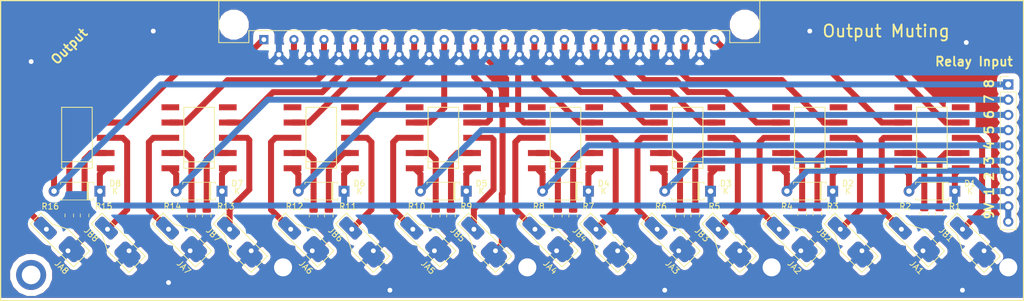
<source format=kicad_pcb>
(kicad_pcb (version 20171130) (host pcbnew 5.0.2-bee76a0~70~ubuntu16.04.1)

  (general
    (thickness 1.6)
    (drawings 8)
    (tracks 409)
    (zones 0)
    (modules 50)
    (nets 59)
  )

  (page A4)
  (layers
    (0 F.Cu signal)
    (31 B.Cu signal)
    (32 B.Adhes user)
    (33 F.Adhes user)
    (34 B.Paste user)
    (35 F.Paste user)
    (36 B.SilkS user)
    (37 F.SilkS user)
    (38 B.Mask user)
    (39 F.Mask user)
    (40 Dwgs.User user)
    (41 Cmts.User user)
    (42 Eco1.User user)
    (43 Eco2.User user)
    (44 Edge.Cuts user)
    (45 Margin user)
    (46 B.CrtYd user)
    (47 F.CrtYd user)
    (48 B.Fab user)
    (49 F.Fab user hide)
  )

  (setup
    (last_trace_width 1)
    (trace_clearance 0.5)
    (zone_clearance 1)
    (zone_45_only no)
    (trace_min 0.2)
    (segment_width 0.2)
    (edge_width 0.15)
    (via_size 0.8)
    (via_drill 0.4)
    (via_min_size 0.4)
    (via_min_drill 0.3)
    (uvia_size 0.3)
    (uvia_drill 0.1)
    (uvias_allowed no)
    (uvia_min_size 0.2)
    (uvia_min_drill 0.1)
    (pcb_text_width 0.3)
    (pcb_text_size 1.5 1.5)
    (mod_edge_width 0.15)
    (mod_text_size 1 1)
    (mod_text_width 0.15)
    (pad_size 1.524 1.524)
    (pad_drill 0.762)
    (pad_to_mask_clearance 0.051)
    (solder_mask_min_width 0.25)
    (aux_axis_origin 0 0)
    (visible_elements FFFFFF7F)
    (pcbplotparams
      (layerselection 0x010fc_ffffffff)
      (usegerberextensions false)
      (usegerberattributes false)
      (usegerberadvancedattributes false)
      (creategerberjobfile false)
      (excludeedgelayer true)
      (linewidth 0.100000)
      (plotframeref false)
      (viasonmask false)
      (mode 1)
      (useauxorigin false)
      (hpglpennumber 1)
      (hpglpenspeed 20)
      (hpglpendiameter 15.000000)
      (psnegative false)
      (psa4output false)
      (plotreference true)
      (plotvalue true)
      (plotinvisibletext false)
      (padsonsilk false)
      (subtractmaskfromsilk false)
      (outputformat 1)
      (mirror false)
      (drillshape 1)
      (scaleselection 1)
      (outputdirectory ""))
  )

  (net 0 "")
  (net 1 /relay/Relais1)
  (net 2 +9V)
  (net 3 /relay/Relais5)
  (net 4 /relay/Relais2)
  (net 5 /relay/Relais6)
  (net 6 /relay/Relais3)
  (net 7 /relay/Relais7)
  (net 8 /relay/Relais4)
  (net 9 /relay/Relais8)
  (net 10 GNDA)
  (net 11 /relay/R1A_NO)
  (net 12 /relay/R2B_NO)
  (net 13 /relay/R2A_NO)
  (net 14 /relay/R3B_NO)
  (net 15 /relay/R3A_NO)
  (net 16 /relay/R4B_NO)
  (net 17 /relay/R4A_NO)
  (net 18 /relay/R5B_NO)
  (net 19 /relay/R5A_NO)
  (net 20 /relay/R6B_NO)
  (net 21 /relay/R6A_NO)
  (net 22 /relay/R7B_NO)
  (net 23 /relay/R7A_NO)
  (net 24 /relay/R8B_NO)
  (net 25 /relay/R8A_NO)
  (net 26 "/output pads/1L")
  (net 27 "/output pads/2L")
  (net 28 "/output pads/3L")
  (net 29 "/output pads/4L")
  (net 30 "/output pads/5L")
  (net 31 "/output pads/6L")
  (net 32 "/output pads/7L")
  (net 33 "/output pads/8L")
  (net 34 "/output pads/1R")
  (net 35 "/output pads/2R")
  (net 36 "/output pads/3R")
  (net 37 "/output pads/4R")
  (net 38 "/output pads/5R")
  (net 39 "/output pads/6R")
  (net 40 "/output pads/7R")
  (net 41 "/output pads/8R")
  (net 42 /relay/R1B_NO)
  (net 43 /relay/R1B_NC)
  (net 44 /relay/R1A_NC)
  (net 45 /relay/R2B_NC)
  (net 46 /relay/R2A_NC)
  (net 47 /relay/R3B_NC)
  (net 48 /relay/R3A_NC)
  (net 49 /relay/R4B_NC)
  (net 50 /relay/R4A_NC)
  (net 51 /relay/R5B_NC)
  (net 52 /relay/R5A_NC)
  (net 53 /relay/R6B_NC)
  (net 54 /relay/R6A_NC)
  (net 55 /relay/R7B_NC)
  (net 56 /relay/R7A_NC)
  (net 57 /relay/R8B_NC)
  (net 58 /relay/R8A_NC)

  (net_class Default "This is the default net class."
    (clearance 0.5)
    (trace_width 1)
    (via_dia 0.8)
    (via_drill 0.4)
    (uvia_dia 0.3)
    (uvia_drill 0.1)
    (add_net +9V)
    (add_net "/output pads/1L")
    (add_net "/output pads/1R")
    (add_net "/output pads/2L")
    (add_net "/output pads/2R")
    (add_net "/output pads/3L")
    (add_net "/output pads/3R")
    (add_net "/output pads/4L")
    (add_net "/output pads/4R")
    (add_net "/output pads/5L")
    (add_net "/output pads/5R")
    (add_net "/output pads/6L")
    (add_net "/output pads/6R")
    (add_net "/output pads/7L")
    (add_net "/output pads/7R")
    (add_net "/output pads/8L")
    (add_net "/output pads/8R")
    (add_net /relay/R1A_NC)
    (add_net /relay/R1A_NO)
    (add_net /relay/R1B_NC)
    (add_net /relay/R1B_NO)
    (add_net /relay/R2A_NC)
    (add_net /relay/R2A_NO)
    (add_net /relay/R2B_NC)
    (add_net /relay/R2B_NO)
    (add_net /relay/R3A_NC)
    (add_net /relay/R3A_NO)
    (add_net /relay/R3B_NC)
    (add_net /relay/R3B_NO)
    (add_net /relay/R4A_NC)
    (add_net /relay/R4A_NO)
    (add_net /relay/R4B_NC)
    (add_net /relay/R4B_NO)
    (add_net /relay/R5A_NC)
    (add_net /relay/R5A_NO)
    (add_net /relay/R5B_NC)
    (add_net /relay/R5B_NO)
    (add_net /relay/R6A_NC)
    (add_net /relay/R6A_NO)
    (add_net /relay/R6B_NC)
    (add_net /relay/R6B_NO)
    (add_net /relay/R7A_NC)
    (add_net /relay/R7A_NO)
    (add_net /relay/R7B_NC)
    (add_net /relay/R7B_NO)
    (add_net /relay/R8A_NC)
    (add_net /relay/R8A_NO)
    (add_net /relay/R8B_NC)
    (add_net /relay/R8B_NO)
    (add_net /relay/Relais1)
    (add_net /relay/Relais2)
    (add_net /relay/Relais3)
    (add_net /relay/Relais4)
    (add_net /relay/Relais5)
    (add_net /relay/Relais6)
    (add_net /relay/Relais7)
    (add_net /relay/Relais8)
    (add_net GNDA)
  )

  (module Diode_THT:D_A-405_P7.62mm_Horizontal (layer F.Cu) (tedit 5AE50CD5) (tstamp 5CE3D31C)
    (at 171.45 44.45 180)
    (descr "Diode, A-405 series, Axial, Horizontal, pin pitch=7.62mm, , length*diameter=5.2*2.7mm^2, , http://www.diodes.com/_files/packages/A-405.pdf")
    (tags "Diode A-405 series Axial Horizontal pin pitch 7.62mm  length 5.2mm diameter 2.7mm")
    (path /5CE3EA9A/5CD2E7CE)
    (fp_text reference D1 (at -2.54 1.27 180) (layer F.SilkS)
      (effects (font (size 1 1) (thickness 0.15)))
    )
    (fp_text value D (at 3.81 2.47 180) (layer F.Fab)
      (effects (font (size 1 1) (thickness 0.15)))
    )
    (fp_text user K (at -2.54 0 180) (layer F.SilkS)
      (effects (font (size 1 1) (thickness 0.15)))
    )
    (fp_text user K (at 0 -1.9 180) (layer F.Fab)
      (effects (font (size 1 1) (thickness 0.15)))
    )
    (fp_text user %R (at 4.2 0 180) (layer F.Fab)
      (effects (font (size 1 1) (thickness 0.15)))
    )
    (fp_line (start 8.77 -1.6) (end -1.15 -1.6) (layer F.CrtYd) (width 0.05))
    (fp_line (start 8.77 1.6) (end 8.77 -1.6) (layer F.CrtYd) (width 0.05))
    (fp_line (start -1.15 1.6) (end 8.77 1.6) (layer F.CrtYd) (width 0.05))
    (fp_line (start -1.15 -1.6) (end -1.15 1.6) (layer F.CrtYd) (width 0.05))
    (fp_line (start 1.87 -1.47) (end 1.87 1.47) (layer F.SilkS) (width 0.12))
    (fp_line (start 2.11 -1.47) (end 2.11 1.47) (layer F.SilkS) (width 0.12))
    (fp_line (start 1.99 -1.47) (end 1.99 1.47) (layer F.SilkS) (width 0.12))
    (fp_line (start 6.53 1.47) (end 6.53 1.14) (layer F.SilkS) (width 0.12))
    (fp_line (start 1.09 1.47) (end 6.53 1.47) (layer F.SilkS) (width 0.12))
    (fp_line (start 1.09 1.14) (end 1.09 1.47) (layer F.SilkS) (width 0.12))
    (fp_line (start 6.53 -1.47) (end 6.53 -1.14) (layer F.SilkS) (width 0.12))
    (fp_line (start 1.09 -1.47) (end 6.53 -1.47) (layer F.SilkS) (width 0.12))
    (fp_line (start 1.09 -1.14) (end 1.09 -1.47) (layer F.SilkS) (width 0.12))
    (fp_line (start 1.89 -1.35) (end 1.89 1.35) (layer F.Fab) (width 0.1))
    (fp_line (start 2.09 -1.35) (end 2.09 1.35) (layer F.Fab) (width 0.1))
    (fp_line (start 1.99 -1.35) (end 1.99 1.35) (layer F.Fab) (width 0.1))
    (fp_line (start 7.62 0) (end 6.41 0) (layer F.Fab) (width 0.1))
    (fp_line (start 0 0) (end 1.21 0) (layer F.Fab) (width 0.1))
    (fp_line (start 6.41 -1.35) (end 1.21 -1.35) (layer F.Fab) (width 0.1))
    (fp_line (start 6.41 1.35) (end 6.41 -1.35) (layer F.Fab) (width 0.1))
    (fp_line (start 1.21 1.35) (end 6.41 1.35) (layer F.Fab) (width 0.1))
    (fp_line (start 1.21 -1.35) (end 1.21 1.35) (layer F.Fab) (width 0.1))
    (pad 2 thru_hole oval (at 7.62 0 180) (size 1.8 1.8) (drill 0.9) (layers *.Cu *.Mask)
      (net 1 /relay/Relais1))
    (pad 1 thru_hole rect (at 0 0 180) (size 1.8 1.8) (drill 0.9) (layers *.Cu *.Mask)
      (net 2 +9V))
    (model ${KISYS3DMOD}/Diode_THT.3dshapes/D_A-405_P7.62mm_Horizontal.wrl
      (at (xyz 0 0 0))
      (scale (xyz 1 1 1))
      (rotate (xyz 0 0 0))
    )
  )

  (module Diode_THT:D_A-405_P7.62mm_Horizontal (layer F.Cu) (tedit 5AE50CD5) (tstamp 5CE3D33B)
    (at 151.13 44.45 180)
    (descr "Diode, A-405 series, Axial, Horizontal, pin pitch=7.62mm, , length*diameter=5.2*2.7mm^2, , http://www.diodes.com/_files/packages/A-405.pdf")
    (tags "Diode A-405 series Axial Horizontal pin pitch 7.62mm  length 5.2mm diameter 2.7mm")
    (path /5CE3EA9A/5CD3037D)
    (fp_text reference D2 (at -2.54 1.27 180) (layer F.SilkS)
      (effects (font (size 1 1) (thickness 0.15)))
    )
    (fp_text value D (at 3.81 2.47 180) (layer F.Fab)
      (effects (font (size 1 1) (thickness 0.15)))
    )
    (fp_line (start 1.21 -1.35) (end 1.21 1.35) (layer F.Fab) (width 0.1))
    (fp_line (start 1.21 1.35) (end 6.41 1.35) (layer F.Fab) (width 0.1))
    (fp_line (start 6.41 1.35) (end 6.41 -1.35) (layer F.Fab) (width 0.1))
    (fp_line (start 6.41 -1.35) (end 1.21 -1.35) (layer F.Fab) (width 0.1))
    (fp_line (start 0 0) (end 1.21 0) (layer F.Fab) (width 0.1))
    (fp_line (start 7.62 0) (end 6.41 0) (layer F.Fab) (width 0.1))
    (fp_line (start 1.99 -1.35) (end 1.99 1.35) (layer F.Fab) (width 0.1))
    (fp_line (start 2.09 -1.35) (end 2.09 1.35) (layer F.Fab) (width 0.1))
    (fp_line (start 1.89 -1.35) (end 1.89 1.35) (layer F.Fab) (width 0.1))
    (fp_line (start 1.09 -1.14) (end 1.09 -1.47) (layer F.SilkS) (width 0.12))
    (fp_line (start 1.09 -1.47) (end 6.53 -1.47) (layer F.SilkS) (width 0.12))
    (fp_line (start 6.53 -1.47) (end 6.53 -1.14) (layer F.SilkS) (width 0.12))
    (fp_line (start 1.09 1.14) (end 1.09 1.47) (layer F.SilkS) (width 0.12))
    (fp_line (start 1.09 1.47) (end 6.53 1.47) (layer F.SilkS) (width 0.12))
    (fp_line (start 6.53 1.47) (end 6.53 1.14) (layer F.SilkS) (width 0.12))
    (fp_line (start 1.99 -1.47) (end 1.99 1.47) (layer F.SilkS) (width 0.12))
    (fp_line (start 2.11 -1.47) (end 2.11 1.47) (layer F.SilkS) (width 0.12))
    (fp_line (start 1.87 -1.47) (end 1.87 1.47) (layer F.SilkS) (width 0.12))
    (fp_line (start -1.15 -1.6) (end -1.15 1.6) (layer F.CrtYd) (width 0.05))
    (fp_line (start -1.15 1.6) (end 8.77 1.6) (layer F.CrtYd) (width 0.05))
    (fp_line (start 8.77 1.6) (end 8.77 -1.6) (layer F.CrtYd) (width 0.05))
    (fp_line (start 8.77 -1.6) (end -1.15 -1.6) (layer F.CrtYd) (width 0.05))
    (fp_text user %R (at 4.2 0 180) (layer F.Fab)
      (effects (font (size 1 1) (thickness 0.15)))
    )
    (fp_text user K (at 0 -1.9 180) (layer F.Fab)
      (effects (font (size 1 1) (thickness 0.15)))
    )
    (fp_text user K (at -2.54 0 180) (layer F.SilkS)
      (effects (font (size 1 1) (thickness 0.15)))
    )
    (pad 1 thru_hole rect (at 0 0 180) (size 1.8 1.8) (drill 0.9) (layers *.Cu *.Mask)
      (net 2 +9V))
    (pad 2 thru_hole oval (at 7.62 0 180) (size 1.8 1.8) (drill 0.9) (layers *.Cu *.Mask)
      (net 4 /relay/Relais2))
    (model ${KISYS3DMOD}/Diode_THT.3dshapes/D_A-405_P7.62mm_Horizontal.wrl
      (at (xyz 0 0 0))
      (scale (xyz 1 1 1))
      (rotate (xyz 0 0 0))
    )
  )

  (module Diode_THT:D_A-405_P7.62mm_Horizontal (layer F.Cu) (tedit 5AE50CD5) (tstamp 5CE3D35A)
    (at 130.81 44.45 180)
    (descr "Diode, A-405 series, Axial, Horizontal, pin pitch=7.62mm, , length*diameter=5.2*2.7mm^2, , http://www.diodes.com/_files/packages/A-405.pdf")
    (tags "Diode A-405 series Axial Horizontal pin pitch 7.62mm  length 5.2mm diameter 2.7mm")
    (path /5CE3EA9A/5CD316ED)
    (fp_text reference D3 (at -2.54 1.27 180) (layer F.SilkS)
      (effects (font (size 1 1) (thickness 0.15)))
    )
    (fp_text value D (at 3.81 2.47 180) (layer F.Fab)
      (effects (font (size 1 1) (thickness 0.15)))
    )
    (fp_text user K (at -2.54 0 180) (layer F.SilkS)
      (effects (font (size 1 1) (thickness 0.15)))
    )
    (fp_text user K (at 0 -1.9 180) (layer F.Fab)
      (effects (font (size 1 1) (thickness 0.15)))
    )
    (fp_text user %R (at 4.2 0 180) (layer F.Fab)
      (effects (font (size 1 1) (thickness 0.15)))
    )
    (fp_line (start 8.77 -1.6) (end -1.15 -1.6) (layer F.CrtYd) (width 0.05))
    (fp_line (start 8.77 1.6) (end 8.77 -1.6) (layer F.CrtYd) (width 0.05))
    (fp_line (start -1.15 1.6) (end 8.77 1.6) (layer F.CrtYd) (width 0.05))
    (fp_line (start -1.15 -1.6) (end -1.15 1.6) (layer F.CrtYd) (width 0.05))
    (fp_line (start 1.87 -1.47) (end 1.87 1.47) (layer F.SilkS) (width 0.12))
    (fp_line (start 2.11 -1.47) (end 2.11 1.47) (layer F.SilkS) (width 0.12))
    (fp_line (start 1.99 -1.47) (end 1.99 1.47) (layer F.SilkS) (width 0.12))
    (fp_line (start 6.53 1.47) (end 6.53 1.14) (layer F.SilkS) (width 0.12))
    (fp_line (start 1.09 1.47) (end 6.53 1.47) (layer F.SilkS) (width 0.12))
    (fp_line (start 1.09 1.14) (end 1.09 1.47) (layer F.SilkS) (width 0.12))
    (fp_line (start 6.53 -1.47) (end 6.53 -1.14) (layer F.SilkS) (width 0.12))
    (fp_line (start 1.09 -1.47) (end 6.53 -1.47) (layer F.SilkS) (width 0.12))
    (fp_line (start 1.09 -1.14) (end 1.09 -1.47) (layer F.SilkS) (width 0.12))
    (fp_line (start 1.89 -1.35) (end 1.89 1.35) (layer F.Fab) (width 0.1))
    (fp_line (start 2.09 -1.35) (end 2.09 1.35) (layer F.Fab) (width 0.1))
    (fp_line (start 1.99 -1.35) (end 1.99 1.35) (layer F.Fab) (width 0.1))
    (fp_line (start 7.62 0) (end 6.41 0) (layer F.Fab) (width 0.1))
    (fp_line (start 0 0) (end 1.21 0) (layer F.Fab) (width 0.1))
    (fp_line (start 6.41 -1.35) (end 1.21 -1.35) (layer F.Fab) (width 0.1))
    (fp_line (start 6.41 1.35) (end 6.41 -1.35) (layer F.Fab) (width 0.1))
    (fp_line (start 1.21 1.35) (end 6.41 1.35) (layer F.Fab) (width 0.1))
    (fp_line (start 1.21 -1.35) (end 1.21 1.35) (layer F.Fab) (width 0.1))
    (pad 2 thru_hole oval (at 7.62 0 180) (size 1.8 1.8) (drill 0.9) (layers *.Cu *.Mask)
      (net 6 /relay/Relais3))
    (pad 1 thru_hole rect (at 0 0 180) (size 1.8 1.8) (drill 0.9) (layers *.Cu *.Mask)
      (net 2 +9V))
    (model ${KISYS3DMOD}/Diode_THT.3dshapes/D_A-405_P7.62mm_Horizontal.wrl
      (at (xyz 0 0 0))
      (scale (xyz 1 1 1))
      (rotate (xyz 0 0 0))
    )
  )

  (module Diode_THT:D_A-405_P7.62mm_Horizontal (layer F.Cu) (tedit 5AE50CD5) (tstamp 5CE3D379)
    (at 110.49 44.45 180)
    (descr "Diode, A-405 series, Axial, Horizontal, pin pitch=7.62mm, , length*diameter=5.2*2.7mm^2, , http://www.diodes.com/_files/packages/A-405.pdf")
    (tags "Diode A-405 series Axial Horizontal pin pitch 7.62mm  length 5.2mm diameter 2.7mm")
    (path /5CE3EA9A/5CD3173F)
    (fp_text reference D4 (at -2.54 1.27 180) (layer F.SilkS)
      (effects (font (size 1 1) (thickness 0.15)))
    )
    (fp_text value D (at 3.81 2.47 180) (layer F.Fab)
      (effects (font (size 1 1) (thickness 0.15)))
    )
    (fp_line (start 1.21 -1.35) (end 1.21 1.35) (layer F.Fab) (width 0.1))
    (fp_line (start 1.21 1.35) (end 6.41 1.35) (layer F.Fab) (width 0.1))
    (fp_line (start 6.41 1.35) (end 6.41 -1.35) (layer F.Fab) (width 0.1))
    (fp_line (start 6.41 -1.35) (end 1.21 -1.35) (layer F.Fab) (width 0.1))
    (fp_line (start 0 0) (end 1.21 0) (layer F.Fab) (width 0.1))
    (fp_line (start 7.62 0) (end 6.41 0) (layer F.Fab) (width 0.1))
    (fp_line (start 1.99 -1.35) (end 1.99 1.35) (layer F.Fab) (width 0.1))
    (fp_line (start 2.09 -1.35) (end 2.09 1.35) (layer F.Fab) (width 0.1))
    (fp_line (start 1.89 -1.35) (end 1.89 1.35) (layer F.Fab) (width 0.1))
    (fp_line (start 1.09 -1.14) (end 1.09 -1.47) (layer F.SilkS) (width 0.12))
    (fp_line (start 1.09 -1.47) (end 6.53 -1.47) (layer F.SilkS) (width 0.12))
    (fp_line (start 6.53 -1.47) (end 6.53 -1.14) (layer F.SilkS) (width 0.12))
    (fp_line (start 1.09 1.14) (end 1.09 1.47) (layer F.SilkS) (width 0.12))
    (fp_line (start 1.09 1.47) (end 6.53 1.47) (layer F.SilkS) (width 0.12))
    (fp_line (start 6.53 1.47) (end 6.53 1.14) (layer F.SilkS) (width 0.12))
    (fp_line (start 1.99 -1.47) (end 1.99 1.47) (layer F.SilkS) (width 0.12))
    (fp_line (start 2.11 -1.47) (end 2.11 1.47) (layer F.SilkS) (width 0.12))
    (fp_line (start 1.87 -1.47) (end 1.87 1.47) (layer F.SilkS) (width 0.12))
    (fp_line (start -1.15 -1.6) (end -1.15 1.6) (layer F.CrtYd) (width 0.05))
    (fp_line (start -1.15 1.6) (end 8.77 1.6) (layer F.CrtYd) (width 0.05))
    (fp_line (start 8.77 1.6) (end 8.77 -1.6) (layer F.CrtYd) (width 0.05))
    (fp_line (start 8.77 -1.6) (end -1.15 -1.6) (layer F.CrtYd) (width 0.05))
    (fp_text user %R (at 4.2 0 180) (layer F.Fab)
      (effects (font (size 1 1) (thickness 0.15)))
    )
    (fp_text user K (at 0 -1.9 180) (layer F.Fab)
      (effects (font (size 1 1) (thickness 0.15)))
    )
    (fp_text user K (at -2.54 0 180) (layer F.SilkS)
      (effects (font (size 1 1) (thickness 0.15)))
    )
    (pad 1 thru_hole rect (at 0 0 180) (size 1.8 1.8) (drill 0.9) (layers *.Cu *.Mask)
      (net 2 +9V))
    (pad 2 thru_hole oval (at 7.62 0 180) (size 1.8 1.8) (drill 0.9) (layers *.Cu *.Mask)
      (net 8 /relay/Relais4))
    (model ${KISYS3DMOD}/Diode_THT.3dshapes/D_A-405_P7.62mm_Horizontal.wrl
      (at (xyz 0 0 0))
      (scale (xyz 1 1 1))
      (rotate (xyz 0 0 0))
    )
  )

  (module Diode_THT:D_A-405_P7.62mm_Horizontal (layer F.Cu) (tedit 5AE50CD5) (tstamp 5CE3D398)
    (at 90.17 44.45 180)
    (descr "Diode, A-405 series, Axial, Horizontal, pin pitch=7.62mm, , length*diameter=5.2*2.7mm^2, , http://www.diodes.com/_files/packages/A-405.pdf")
    (tags "Diode A-405 series Axial Horizontal pin pitch 7.62mm  length 5.2mm diameter 2.7mm")
    (path /5CE3EA9A/5CD2FCE5)
    (fp_text reference D5 (at -2.54 1.27 180) (layer F.SilkS)
      (effects (font (size 1 1) (thickness 0.15)))
    )
    (fp_text value D (at 3.81 2.47 180) (layer F.Fab)
      (effects (font (size 1 1) (thickness 0.15)))
    )
    (fp_text user K (at -2.54 0 180) (layer F.SilkS)
      (effects (font (size 1 1) (thickness 0.15)))
    )
    (fp_text user K (at 0 -1.9 180) (layer F.Fab)
      (effects (font (size 1 1) (thickness 0.15)))
    )
    (fp_text user %R (at 4.2 0 180) (layer F.Fab)
      (effects (font (size 1 1) (thickness 0.15)))
    )
    (fp_line (start 8.77 -1.6) (end -1.15 -1.6) (layer F.CrtYd) (width 0.05))
    (fp_line (start 8.77 1.6) (end 8.77 -1.6) (layer F.CrtYd) (width 0.05))
    (fp_line (start -1.15 1.6) (end 8.77 1.6) (layer F.CrtYd) (width 0.05))
    (fp_line (start -1.15 -1.6) (end -1.15 1.6) (layer F.CrtYd) (width 0.05))
    (fp_line (start 1.87 -1.47) (end 1.87 1.47) (layer F.SilkS) (width 0.12))
    (fp_line (start 2.11 -1.47) (end 2.11 1.47) (layer F.SilkS) (width 0.12))
    (fp_line (start 1.99 -1.47) (end 1.99 1.47) (layer F.SilkS) (width 0.12))
    (fp_line (start 6.53 1.47) (end 6.53 1.14) (layer F.SilkS) (width 0.12))
    (fp_line (start 1.09 1.47) (end 6.53 1.47) (layer F.SilkS) (width 0.12))
    (fp_line (start 1.09 1.14) (end 1.09 1.47) (layer F.SilkS) (width 0.12))
    (fp_line (start 6.53 -1.47) (end 6.53 -1.14) (layer F.SilkS) (width 0.12))
    (fp_line (start 1.09 -1.47) (end 6.53 -1.47) (layer F.SilkS) (width 0.12))
    (fp_line (start 1.09 -1.14) (end 1.09 -1.47) (layer F.SilkS) (width 0.12))
    (fp_line (start 1.89 -1.35) (end 1.89 1.35) (layer F.Fab) (width 0.1))
    (fp_line (start 2.09 -1.35) (end 2.09 1.35) (layer F.Fab) (width 0.1))
    (fp_line (start 1.99 -1.35) (end 1.99 1.35) (layer F.Fab) (width 0.1))
    (fp_line (start 7.62 0) (end 6.41 0) (layer F.Fab) (width 0.1))
    (fp_line (start 0 0) (end 1.21 0) (layer F.Fab) (width 0.1))
    (fp_line (start 6.41 -1.35) (end 1.21 -1.35) (layer F.Fab) (width 0.1))
    (fp_line (start 6.41 1.35) (end 6.41 -1.35) (layer F.Fab) (width 0.1))
    (fp_line (start 1.21 1.35) (end 6.41 1.35) (layer F.Fab) (width 0.1))
    (fp_line (start 1.21 -1.35) (end 1.21 1.35) (layer F.Fab) (width 0.1))
    (pad 2 thru_hole oval (at 7.62 0 180) (size 1.8 1.8) (drill 0.9) (layers *.Cu *.Mask)
      (net 3 /relay/Relais5))
    (pad 1 thru_hole rect (at 0 0 180) (size 1.8 1.8) (drill 0.9) (layers *.Cu *.Mask)
      (net 2 +9V))
    (model ${KISYS3DMOD}/Diode_THT.3dshapes/D_A-405_P7.62mm_Horizontal.wrl
      (at (xyz 0 0 0))
      (scale (xyz 1 1 1))
      (rotate (xyz 0 0 0))
    )
  )

  (module Diode_THT:D_A-405_P7.62mm_Horizontal (layer F.Cu) (tedit 5AE50CD5) (tstamp 5CE3D3B7)
    (at 69.85 44.45 180)
    (descr "Diode, A-405 series, Axial, Horizontal, pin pitch=7.62mm, , length*diameter=5.2*2.7mm^2, , http://www.diodes.com/_files/packages/A-405.pdf")
    (tags "Diode A-405 series Axial Horizontal pin pitch 7.62mm  length 5.2mm diameter 2.7mm")
    (path /5CE3EA9A/5CD303A6)
    (fp_text reference D6 (at -2.54 1.27 180) (layer F.SilkS)
      (effects (font (size 1 1) (thickness 0.15)))
    )
    (fp_text value D (at 3.81 2.47 180) (layer F.Fab)
      (effects (font (size 1 1) (thickness 0.15)))
    )
    (fp_line (start 1.21 -1.35) (end 1.21 1.35) (layer F.Fab) (width 0.1))
    (fp_line (start 1.21 1.35) (end 6.41 1.35) (layer F.Fab) (width 0.1))
    (fp_line (start 6.41 1.35) (end 6.41 -1.35) (layer F.Fab) (width 0.1))
    (fp_line (start 6.41 -1.35) (end 1.21 -1.35) (layer F.Fab) (width 0.1))
    (fp_line (start 0 0) (end 1.21 0) (layer F.Fab) (width 0.1))
    (fp_line (start 7.62 0) (end 6.41 0) (layer F.Fab) (width 0.1))
    (fp_line (start 1.99 -1.35) (end 1.99 1.35) (layer F.Fab) (width 0.1))
    (fp_line (start 2.09 -1.35) (end 2.09 1.35) (layer F.Fab) (width 0.1))
    (fp_line (start 1.89 -1.35) (end 1.89 1.35) (layer F.Fab) (width 0.1))
    (fp_line (start 1.09 -1.14) (end 1.09 -1.47) (layer F.SilkS) (width 0.12))
    (fp_line (start 1.09 -1.47) (end 6.53 -1.47) (layer F.SilkS) (width 0.12))
    (fp_line (start 6.53 -1.47) (end 6.53 -1.14) (layer F.SilkS) (width 0.12))
    (fp_line (start 1.09 1.14) (end 1.09 1.47) (layer F.SilkS) (width 0.12))
    (fp_line (start 1.09 1.47) (end 6.53 1.47) (layer F.SilkS) (width 0.12))
    (fp_line (start 6.53 1.47) (end 6.53 1.14) (layer F.SilkS) (width 0.12))
    (fp_line (start 1.99 -1.47) (end 1.99 1.47) (layer F.SilkS) (width 0.12))
    (fp_line (start 2.11 -1.47) (end 2.11 1.47) (layer F.SilkS) (width 0.12))
    (fp_line (start 1.87 -1.47) (end 1.87 1.47) (layer F.SilkS) (width 0.12))
    (fp_line (start -1.15 -1.6) (end -1.15 1.6) (layer F.CrtYd) (width 0.05))
    (fp_line (start -1.15 1.6) (end 8.77 1.6) (layer F.CrtYd) (width 0.05))
    (fp_line (start 8.77 1.6) (end 8.77 -1.6) (layer F.CrtYd) (width 0.05))
    (fp_line (start 8.77 -1.6) (end -1.15 -1.6) (layer F.CrtYd) (width 0.05))
    (fp_text user %R (at 4.2 0 180) (layer F.Fab)
      (effects (font (size 1 1) (thickness 0.15)))
    )
    (fp_text user K (at 0 -1.9 180) (layer F.Fab)
      (effects (font (size 1 1) (thickness 0.15)))
    )
    (fp_text user K (at -2.54 0 180) (layer F.SilkS)
      (effects (font (size 1 1) (thickness 0.15)))
    )
    (pad 1 thru_hole rect (at 0 0 180) (size 1.8 1.8) (drill 0.9) (layers *.Cu *.Mask)
      (net 2 +9V))
    (pad 2 thru_hole oval (at 7.62 0 180) (size 1.8 1.8) (drill 0.9) (layers *.Cu *.Mask)
      (net 5 /relay/Relais6))
    (model ${KISYS3DMOD}/Diode_THT.3dshapes/D_A-405_P7.62mm_Horizontal.wrl
      (at (xyz 0 0 0))
      (scale (xyz 1 1 1))
      (rotate (xyz 0 0 0))
    )
  )

  (module Diode_THT:D_A-405_P7.62mm_Horizontal (layer F.Cu) (tedit 5AE50CD5) (tstamp 5CE3D3D6)
    (at 49.53 44.45 180)
    (descr "Diode, A-405 series, Axial, Horizontal, pin pitch=7.62mm, , length*diameter=5.2*2.7mm^2, , http://www.diodes.com/_files/packages/A-405.pdf")
    (tags "Diode A-405 series Axial Horizontal pin pitch 7.62mm  length 5.2mm diameter 2.7mm")
    (path /5CE3EA9A/5CD31716)
    (fp_text reference D7 (at -2.54 1.27 180) (layer F.SilkS)
      (effects (font (size 1 1) (thickness 0.15)))
    )
    (fp_text value D (at 3.81 2.47 180) (layer F.Fab)
      (effects (font (size 1 1) (thickness 0.15)))
    )
    (fp_text user K (at -2.54 0 180) (layer F.SilkS)
      (effects (font (size 1 1) (thickness 0.15)))
    )
    (fp_text user K (at 0 -1.9 180) (layer F.Fab)
      (effects (font (size 1 1) (thickness 0.15)))
    )
    (fp_text user %R (at 4.2 0 180) (layer F.Fab)
      (effects (font (size 1 1) (thickness 0.15)))
    )
    (fp_line (start 8.77 -1.6) (end -1.15 -1.6) (layer F.CrtYd) (width 0.05))
    (fp_line (start 8.77 1.6) (end 8.77 -1.6) (layer F.CrtYd) (width 0.05))
    (fp_line (start -1.15 1.6) (end 8.77 1.6) (layer F.CrtYd) (width 0.05))
    (fp_line (start -1.15 -1.6) (end -1.15 1.6) (layer F.CrtYd) (width 0.05))
    (fp_line (start 1.87 -1.47) (end 1.87 1.47) (layer F.SilkS) (width 0.12))
    (fp_line (start 2.11 -1.47) (end 2.11 1.47) (layer F.SilkS) (width 0.12))
    (fp_line (start 1.99 -1.47) (end 1.99 1.47) (layer F.SilkS) (width 0.12))
    (fp_line (start 6.53 1.47) (end 6.53 1.14) (layer F.SilkS) (width 0.12))
    (fp_line (start 1.09 1.47) (end 6.53 1.47) (layer F.SilkS) (width 0.12))
    (fp_line (start 1.09 1.14) (end 1.09 1.47) (layer F.SilkS) (width 0.12))
    (fp_line (start 6.53 -1.47) (end 6.53 -1.14) (layer F.SilkS) (width 0.12))
    (fp_line (start 1.09 -1.47) (end 6.53 -1.47) (layer F.SilkS) (width 0.12))
    (fp_line (start 1.09 -1.14) (end 1.09 -1.47) (layer F.SilkS) (width 0.12))
    (fp_line (start 1.89 -1.35) (end 1.89 1.35) (layer F.Fab) (width 0.1))
    (fp_line (start 2.09 -1.35) (end 2.09 1.35) (layer F.Fab) (width 0.1))
    (fp_line (start 1.99 -1.35) (end 1.99 1.35) (layer F.Fab) (width 0.1))
    (fp_line (start 7.62 0) (end 6.41 0) (layer F.Fab) (width 0.1))
    (fp_line (start 0 0) (end 1.21 0) (layer F.Fab) (width 0.1))
    (fp_line (start 6.41 -1.35) (end 1.21 -1.35) (layer F.Fab) (width 0.1))
    (fp_line (start 6.41 1.35) (end 6.41 -1.35) (layer F.Fab) (width 0.1))
    (fp_line (start 1.21 1.35) (end 6.41 1.35) (layer F.Fab) (width 0.1))
    (fp_line (start 1.21 -1.35) (end 1.21 1.35) (layer F.Fab) (width 0.1))
    (pad 2 thru_hole oval (at 7.62 0 180) (size 1.8 1.8) (drill 0.9) (layers *.Cu *.Mask)
      (net 7 /relay/Relais7))
    (pad 1 thru_hole rect (at 0 0 180) (size 1.8 1.8) (drill 0.9) (layers *.Cu *.Mask)
      (net 2 +9V))
    (model ${KISYS3DMOD}/Diode_THT.3dshapes/D_A-405_P7.62mm_Horizontal.wrl
      (at (xyz 0 0 0))
      (scale (xyz 1 1 1))
      (rotate (xyz 0 0 0))
    )
  )

  (module Diode_THT:D_A-405_P7.62mm_Horizontal (layer F.Cu) (tedit 5AE50CD5) (tstamp 5D62995E)
    (at 29.21 44.45 180)
    (descr "Diode, A-405 series, Axial, Horizontal, pin pitch=7.62mm, , length*diameter=5.2*2.7mm^2, , http://www.diodes.com/_files/packages/A-405.pdf")
    (tags "Diode A-405 series Axial Horizontal pin pitch 7.62mm  length 5.2mm diameter 2.7mm")
    (path /5CE3EA9A/5CD31768)
    (fp_text reference D8 (at -2.54 1.27 180) (layer F.SilkS)
      (effects (font (size 1 1) (thickness 0.15)))
    )
    (fp_text value D (at 3.81 2.47 180) (layer F.Fab)
      (effects (font (size 1 1) (thickness 0.15)))
    )
    (fp_line (start 1.21 -1.35) (end 1.21 1.35) (layer F.Fab) (width 0.1))
    (fp_line (start 1.21 1.35) (end 6.41 1.35) (layer F.Fab) (width 0.1))
    (fp_line (start 6.41 1.35) (end 6.41 -1.35) (layer F.Fab) (width 0.1))
    (fp_line (start 6.41 -1.35) (end 1.21 -1.35) (layer F.Fab) (width 0.1))
    (fp_line (start 0 0) (end 1.21 0) (layer F.Fab) (width 0.1))
    (fp_line (start 7.62 0) (end 6.41 0) (layer F.Fab) (width 0.1))
    (fp_line (start 1.99 -1.35) (end 1.99 1.35) (layer F.Fab) (width 0.1))
    (fp_line (start 2.09 -1.35) (end 2.09 1.35) (layer F.Fab) (width 0.1))
    (fp_line (start 1.89 -1.35) (end 1.89 1.35) (layer F.Fab) (width 0.1))
    (fp_line (start 1.09 -1.14) (end 1.09 -1.47) (layer F.SilkS) (width 0.12))
    (fp_line (start 1.09 -1.47) (end 6.53 -1.47) (layer F.SilkS) (width 0.12))
    (fp_line (start 6.53 -1.47) (end 6.53 -1.14) (layer F.SilkS) (width 0.12))
    (fp_line (start 1.09 1.14) (end 1.09 1.47) (layer F.SilkS) (width 0.12))
    (fp_line (start 1.09 1.47) (end 6.53 1.47) (layer F.SilkS) (width 0.12))
    (fp_line (start 6.53 1.47) (end 6.53 1.14) (layer F.SilkS) (width 0.12))
    (fp_line (start 1.99 -1.47) (end 1.99 1.47) (layer F.SilkS) (width 0.12))
    (fp_line (start 2.11 -1.47) (end 2.11 1.47) (layer F.SilkS) (width 0.12))
    (fp_line (start 1.87 -1.47) (end 1.87 1.47) (layer F.SilkS) (width 0.12))
    (fp_line (start -1.15 -1.6) (end -1.15 1.6) (layer F.CrtYd) (width 0.05))
    (fp_line (start -1.15 1.6) (end 8.77 1.6) (layer F.CrtYd) (width 0.05))
    (fp_line (start 8.77 1.6) (end 8.77 -1.6) (layer F.CrtYd) (width 0.05))
    (fp_line (start 8.77 -1.6) (end -1.15 -1.6) (layer F.CrtYd) (width 0.05))
    (fp_text user %R (at 4.2 0 180) (layer F.Fab)
      (effects (font (size 1 1) (thickness 0.15)))
    )
    (fp_text user K (at 0 -1.9 180) (layer F.Fab)
      (effects (font (size 1 1) (thickness 0.15)))
    )
    (fp_text user K (at -2.54 0 180) (layer F.SilkS)
      (effects (font (size 1 1) (thickness 0.15)))
    )
    (pad 1 thru_hole rect (at 0 0 180) (size 1.8 1.8) (drill 0.9) (layers *.Cu *.Mask)
      (net 2 +9V))
    (pad 2 thru_hole oval (at 7.62 0 180) (size 1.8 1.8) (drill 0.9) (layers *.Cu *.Mask)
      (net 9 /relay/Relais8))
    (model ${KISYS3DMOD}/Diode_THT.3dshapes/D_A-405_P7.62mm_Horizontal.wrl
      (at (xyz 0 0 0))
      (scale (xyz 1 1 1))
      (rotate (xyz 0 0 0))
    )
  )

  (module footprints:Schroff_69001-908_Male (layer F.Cu) (tedit 5CE3E1B3) (tstamp 5CE44983)
    (at 94 21.7)
    (path /5CE3C8CF)
    (fp_text reference J2 (at 0 -11) (layer F.SilkS) hide
      (effects (font (size 1 1) (thickness 0.15)))
    )
    (fp_text value Conn_02x16_Odd_Even (at 1 -7) (layer F.Fab)
      (effects (font (size 1 1) (thickness 0.15)))
    )
    (fp_line (start -45 -9) (end 45 -9) (layer F.SilkS) (width 0.15))
    (fp_line (start -45 -2) (end -45 -9) (layer F.SilkS) (width 0.15))
    (fp_line (start -40 -2) (end -45 -2) (layer F.SilkS) (width 0.15))
    (fp_line (start -40 -4) (end -40 -2) (layer F.SilkS) (width 0.15))
    (fp_line (start 40 -4) (end -40 -4) (layer F.SilkS) (width 0.15))
    (fp_line (start 40 -2) (end 40 -4) (layer F.SilkS) (width 0.15))
    (fp_line (start 45 -2) (end 40 -2) (layer F.SilkS) (width 0.15))
    (fp_line (start 45 -9) (end 45 -2) (layer F.SilkS) (width 0.15))
    (pad "" np_thru_hole circle (at 42.5 -5) (size 3 3) (drill 3) (layers *.Cu *.Mask))
    (pad "" np_thru_hole circle (at -42.5 -5) (size 3 3) (drill 3) (layers *.Cu *.Mask))
    (pad 31 thru_hole circle (at 37.5 -2.5) (size 1.524 1.524) (drill 0.8) (layers *.Cu *.Mask)
      (net 42 /relay/R1B_NO))
    (pad 30 thru_hole circle (at 35 0) (size 1.524 1.524) (drill 0.8) (layers *.Cu *.Mask)
      (net 10 GNDA))
    (pad 29 thru_hole circle (at 32.5 -2.5) (size 1.524 1.524) (drill 0.8) (layers *.Cu *.Mask)
      (net 11 /relay/R1A_NO))
    (pad 28 thru_hole circle (at 30 0) (size 1.524 1.524) (drill 0.8) (layers *.Cu *.Mask)
      (net 10 GNDA))
    (pad 27 thru_hole circle (at 27.5 -2.5) (size 1.524 1.524) (drill 0.8) (layers *.Cu *.Mask)
      (net 12 /relay/R2B_NO))
    (pad 26 thru_hole circle (at 25 0) (size 1.524 1.524) (drill 0.8) (layers *.Cu *.Mask)
      (net 10 GNDA))
    (pad 25 thru_hole circle (at 22.5 -2.5) (size 1.524 1.524) (drill 0.8) (layers *.Cu *.Mask)
      (net 13 /relay/R2A_NO))
    (pad 24 thru_hole circle (at 20 0) (size 1.524 1.524) (drill 0.8) (layers *.Cu *.Mask)
      (net 10 GNDA))
    (pad 23 thru_hole circle (at 17.5 -2.5) (size 1.524 1.524) (drill 0.8) (layers *.Cu *.Mask)
      (net 14 /relay/R3B_NO))
    (pad 22 thru_hole circle (at 15 0) (size 1.524 1.524) (drill 0.8) (layers *.Cu *.Mask)
      (net 10 GNDA))
    (pad 21 thru_hole circle (at 12.5 -2.5) (size 1.524 1.524) (drill 0.8) (layers *.Cu *.Mask)
      (net 15 /relay/R3A_NO))
    (pad 20 thru_hole circle (at 10 0) (size 1.524 1.524) (drill 0.8) (layers *.Cu *.Mask)
      (net 10 GNDA))
    (pad 19 thru_hole circle (at 7.5 -2.5) (size 1.524 1.524) (drill 0.8) (layers *.Cu *.Mask)
      (net 16 /relay/R4B_NO))
    (pad 18 thru_hole circle (at 5 0) (size 1.524 1.524) (drill 0.8) (layers *.Cu *.Mask)
      (net 10 GNDA))
    (pad 17 thru_hole circle (at 2.5 -2.5) (size 1.524 1.524) (drill 0.8) (layers *.Cu *.Mask)
      (net 17 /relay/R4A_NO))
    (pad 16 thru_hole circle (at 0 0) (size 1.524 1.524) (drill 0.8) (layers *.Cu *.Mask)
      (net 10 GNDA))
    (pad 15 thru_hole circle (at -2.5 -2.5) (size 1.524 1.524) (drill 0.8) (layers *.Cu *.Mask)
      (net 18 /relay/R5B_NO))
    (pad 14 thru_hole circle (at -5 0) (size 1.524 1.524) (drill 0.8) (layers *.Cu *.Mask)
      (net 10 GNDA))
    (pad 13 thru_hole circle (at -7.5 -2.5) (size 1.524 1.524) (drill 0.8) (layers *.Cu *.Mask)
      (net 19 /relay/R5A_NO))
    (pad 12 thru_hole circle (at -10 0) (size 1.524 1.524) (drill 0.8) (layers *.Cu *.Mask)
      (net 10 GNDA))
    (pad 11 thru_hole circle (at -12.5 -2.5) (size 1.524 1.524) (drill 0.8) (layers *.Cu *.Mask)
      (net 20 /relay/R6B_NO))
    (pad 10 thru_hole circle (at -15 0) (size 1.524 1.524) (drill 0.8) (layers *.Cu *.Mask)
      (net 10 GNDA))
    (pad 9 thru_hole circle (at -17.5 -2.5) (size 1.524 1.524) (drill 0.8) (layers *.Cu *.Mask)
      (net 21 /relay/R6A_NO))
    (pad 8 thru_hole circle (at -20 0) (size 1.524 1.524) (drill 0.8) (layers *.Cu *.Mask)
      (net 10 GNDA))
    (pad 7 thru_hole circle (at -22.5 -2.5) (size 1.524 1.524) (drill 0.8) (layers *.Cu *.Mask)
      (net 22 /relay/R7B_NO))
    (pad 6 thru_hole circle (at -25 0) (size 1.524 1.524) (drill 0.8) (layers *.Cu *.Mask)
      (net 10 GNDA))
    (pad 5 thru_hole circle (at -27.5 -2.5) (size 1.524 1.524) (drill 0.8) (layers *.Cu *.Mask)
      (net 23 /relay/R7A_NO))
    (pad 4 thru_hole circle (at -30 0) (size 1.524 1.524) (drill 0.8) (layers *.Cu *.Mask)
      (net 10 GNDA))
    (pad 3 thru_hole circle (at -32.5 -2.5) (size 1.524 1.524) (drill 0.8) (layers *.Cu *.Mask)
      (net 24 /relay/R8B_NO))
    (pad 2 thru_hole circle (at -35 0) (size 1.524 1.524) (drill 0.8) (layers *.Cu *.Mask)
      (net 10 GNDA))
    (pad 1 thru_hole rect (at -37.5 -2.5) (size 1.524 1.524) (drill 0.8) (layers *.Cu *.Mask)
      (net 25 /relay/R8A_NO))
  )

  (module footprints:NEC-EB2-12NU (layer F.Cu) (tedit 5CE3DE32) (tstamp 5CE3F0EA)
    (at 167.64 35.56 90)
    (path /5CE3EA9A/5CD2D6AA)
    (fp_text reference U1 (at 10.16 0 90) (layer F.SilkS) hide
      (effects (font (size 1 1) (thickness 0.15)))
    )
    (fp_text value NEC-EB2-12NU (at 0 0 90) (layer F.Fab)
      (effects (font (size 1 1) (thickness 0.15)))
    )
    (fp_line (start -7.15 -4.65) (end 7.15 -4.65) (layer F.Fab) (width 0.15))
    (fp_line (start 7.15 -4.65) (end 7.15 4.65) (layer F.Fab) (width 0.15))
    (fp_line (start 7.15 4.65) (end -7.15 4.65) (layer F.Fab) (width 0.15))
    (fp_line (start -7.15 4.65) (end -7.15 -4.65) (layer F.Fab) (width 0.15))
    (fp_line (start -6 -4.65) (end -6 4.65) (layer F.Fab) (width 0.15))
    (fp_line (start -5.08 -2.54) (end 5.08 -2.54) (layer F.SilkS) (width 0.15))
    (fp_line (start 5.08 -2.54) (end 5.08 2.54) (layer F.SilkS) (width 0.15))
    (fp_line (start 5.08 2.54) (end -5.08 2.54) (layer F.SilkS) (width 0.15))
    (fp_line (start -5.08 2.54) (end -5.08 -2.54) (layer F.SilkS) (width 0.15))
    (fp_line (start -4 -2.54) (end -4 2.54) (layer F.SilkS) (width 0.15))
    (pad 1 smd rect (at -5.08 -4.78 90) (size 1 2.94) (layers F.Cu F.Paste F.Mask)
      (net 1 /relay/Relais1))
    (pad 2 smd rect (at -2.54 -4.78 90) (size 1 2.94) (layers F.Cu F.Paste F.Mask)
      (net 44 /relay/R1A_NC))
    (pad 3 smd rect (at 0 -4.78 90) (size 1 2.94) (layers F.Cu F.Paste F.Mask)
      (net 34 "/output pads/1R"))
    (pad 4 smd rect (at 2.54 -4.78 90) (size 1 2.94) (layers F.Cu F.Paste F.Mask)
      (net 11 /relay/R1A_NO))
    (pad 5 smd rect (at 5.08 -4.78 90) (size 1 2.94) (layers F.Cu F.Paste F.Mask))
    (pad 6 smd rect (at 5.08 4.78 90) (size 1 2.94) (layers F.Cu F.Paste F.Mask))
    (pad 7 smd rect (at 2.54 4.78 90) (size 1 2.94) (layers F.Cu F.Paste F.Mask)
      (net 42 /relay/R1B_NO))
    (pad 8 smd rect (at 0 4.78 90) (size 1 2.94) (layers F.Cu F.Paste F.Mask)
      (net 26 "/output pads/1L"))
    (pad 9 smd rect (at -2.54 4.78 90) (size 1 2.94) (layers F.Cu F.Paste F.Mask)
      (net 43 /relay/R1B_NC))
    (pad 10 smd rect (at -5.08 4.78 90) (size 1 2.94) (layers F.Cu F.Paste F.Mask)
      (net 2 +9V))
  )

  (module footprints:NEC-EB2-12NU (layer F.Cu) (tedit 5CE3DE24) (tstamp 5CE3D52F)
    (at 86.36 35.56 90)
    (path /5CE3EA9A/5CD2FCCA)
    (fp_text reference U2 (at 10.16 0 90) (layer F.SilkS) hide
      (effects (font (size 1 1) (thickness 0.15)))
    )
    (fp_text value NEC-EB2-12NU (at 0 0 90) (layer F.Fab)
      (effects (font (size 1 1) (thickness 0.15)))
    )
    (fp_line (start -4 -2.54) (end -4 2.54) (layer F.SilkS) (width 0.15))
    (fp_line (start -5.08 2.54) (end -5.08 -2.54) (layer F.SilkS) (width 0.15))
    (fp_line (start 5.08 2.54) (end -5.08 2.54) (layer F.SilkS) (width 0.15))
    (fp_line (start 5.08 -2.54) (end 5.08 2.54) (layer F.SilkS) (width 0.15))
    (fp_line (start -5.08 -2.54) (end 5.08 -2.54) (layer F.SilkS) (width 0.15))
    (fp_line (start -6 -4.65) (end -6 4.65) (layer F.Fab) (width 0.15))
    (fp_line (start -7.15 4.65) (end -7.15 -4.65) (layer F.Fab) (width 0.15))
    (fp_line (start 7.15 4.65) (end -7.15 4.65) (layer F.Fab) (width 0.15))
    (fp_line (start 7.15 -4.65) (end 7.15 4.65) (layer F.Fab) (width 0.15))
    (fp_line (start -7.15 -4.65) (end 7.15 -4.65) (layer F.Fab) (width 0.15))
    (pad 10 smd rect (at -5.08 4.78 90) (size 1 2.94) (layers F.Cu F.Paste F.Mask)
      (net 2 +9V))
    (pad 9 smd rect (at -2.54 4.78 90) (size 1 2.94) (layers F.Cu F.Paste F.Mask)
      (net 51 /relay/R5B_NC))
    (pad 8 smd rect (at 0 4.78 90) (size 1 2.94) (layers F.Cu F.Paste F.Mask)
      (net 30 "/output pads/5L"))
    (pad 7 smd rect (at 2.54 4.78 90) (size 1 2.94) (layers F.Cu F.Paste F.Mask)
      (net 18 /relay/R5B_NO))
    (pad 6 smd rect (at 5.08 4.78 90) (size 1 2.94) (layers F.Cu F.Paste F.Mask))
    (pad 5 smd rect (at 5.08 -4.78 90) (size 1 2.94) (layers F.Cu F.Paste F.Mask))
    (pad 4 smd rect (at 2.54 -4.78 90) (size 1 2.94) (layers F.Cu F.Paste F.Mask)
      (net 19 /relay/R5A_NO))
    (pad 3 smd rect (at 0 -4.78 90) (size 1 2.94) (layers F.Cu F.Paste F.Mask)
      (net 38 "/output pads/5R"))
    (pad 2 smd rect (at -2.54 -4.78 90) (size 1 2.94) (layers F.Cu F.Paste F.Mask)
      (net 52 /relay/R5A_NC))
    (pad 1 smd rect (at -5.08 -4.78 90) (size 1 2.94) (layers F.Cu F.Paste F.Mask)
      (net 3 /relay/Relais5))
  )

  (module footprints:NEC-EB2-12NU (layer F.Cu) (tedit 5CE3DE2E) (tstamp 5CE3D547)
    (at 147.32 35.56 90)
    (path /5CE3EA9A/5CD30362)
    (fp_text reference U3 (at 10.16 0 90) (layer F.SilkS) hide
      (effects (font (size 1 1) (thickness 0.15)))
    )
    (fp_text value NEC-EB2-12NU (at 0 0 90) (layer F.Fab)
      (effects (font (size 1 1) (thickness 0.15)))
    )
    (fp_line (start -7.15 -4.65) (end 7.15 -4.65) (layer F.Fab) (width 0.15))
    (fp_line (start 7.15 -4.65) (end 7.15 4.65) (layer F.Fab) (width 0.15))
    (fp_line (start 7.15 4.65) (end -7.15 4.65) (layer F.Fab) (width 0.15))
    (fp_line (start -7.15 4.65) (end -7.15 -4.65) (layer F.Fab) (width 0.15))
    (fp_line (start -6 -4.65) (end -6 4.65) (layer F.Fab) (width 0.15))
    (fp_line (start -5.08 -2.54) (end 5.08 -2.54) (layer F.SilkS) (width 0.15))
    (fp_line (start 5.08 -2.54) (end 5.08 2.54) (layer F.SilkS) (width 0.15))
    (fp_line (start 5.08 2.54) (end -5.08 2.54) (layer F.SilkS) (width 0.15))
    (fp_line (start -5.08 2.54) (end -5.08 -2.54) (layer F.SilkS) (width 0.15))
    (fp_line (start -4 -2.54) (end -4 2.54) (layer F.SilkS) (width 0.15))
    (pad 1 smd rect (at -5.08 -4.78 90) (size 1 2.94) (layers F.Cu F.Paste F.Mask)
      (net 4 /relay/Relais2))
    (pad 2 smd rect (at -2.54 -4.78 90) (size 1 2.94) (layers F.Cu F.Paste F.Mask)
      (net 46 /relay/R2A_NC))
    (pad 3 smd rect (at 0 -4.78 90) (size 1 2.94) (layers F.Cu F.Paste F.Mask)
      (net 35 "/output pads/2R"))
    (pad 4 smd rect (at 2.54 -4.78 90) (size 1 2.94) (layers F.Cu F.Paste F.Mask)
      (net 13 /relay/R2A_NO))
    (pad 5 smd rect (at 5.08 -4.78 90) (size 1 2.94) (layers F.Cu F.Paste F.Mask))
    (pad 6 smd rect (at 5.08 4.78 90) (size 1 2.94) (layers F.Cu F.Paste F.Mask))
    (pad 7 smd rect (at 2.54 4.78 90) (size 1 2.94) (layers F.Cu F.Paste F.Mask)
      (net 12 /relay/R2B_NO))
    (pad 8 smd rect (at 0 4.78 90) (size 1 2.94) (layers F.Cu F.Paste F.Mask)
      (net 27 "/output pads/2L"))
    (pad 9 smd rect (at -2.54 4.78 90) (size 1 2.94) (layers F.Cu F.Paste F.Mask)
      (net 45 /relay/R2B_NC))
    (pad 10 smd rect (at -5.08 4.78 90) (size 1 2.94) (layers F.Cu F.Paste F.Mask)
      (net 2 +9V))
  )

  (module footprints:NEC-EB2-12NU (layer F.Cu) (tedit 5CE3DE22) (tstamp 5CE3D55F)
    (at 66.04 35.56 90)
    (path /5CE3EA9A/5CD3038B)
    (fp_text reference U4 (at 10.16 0 90) (layer F.SilkS) hide
      (effects (font (size 1 1) (thickness 0.15)))
    )
    (fp_text value NEC-EB2-12NU (at 0 0 90) (layer F.Fab)
      (effects (font (size 1 1) (thickness 0.15)))
    )
    (fp_line (start -4 -2.54) (end -4 2.54) (layer F.SilkS) (width 0.15))
    (fp_line (start -5.08 2.54) (end -5.08 -2.54) (layer F.SilkS) (width 0.15))
    (fp_line (start 5.08 2.54) (end -5.08 2.54) (layer F.SilkS) (width 0.15))
    (fp_line (start 5.08 -2.54) (end 5.08 2.54) (layer F.SilkS) (width 0.15))
    (fp_line (start -5.08 -2.54) (end 5.08 -2.54) (layer F.SilkS) (width 0.15))
    (fp_line (start -6 -4.65) (end -6 4.65) (layer F.Fab) (width 0.15))
    (fp_line (start -7.15 4.65) (end -7.15 -4.65) (layer F.Fab) (width 0.15))
    (fp_line (start 7.15 4.65) (end -7.15 4.65) (layer F.Fab) (width 0.15))
    (fp_line (start 7.15 -4.65) (end 7.15 4.65) (layer F.Fab) (width 0.15))
    (fp_line (start -7.15 -4.65) (end 7.15 -4.65) (layer F.Fab) (width 0.15))
    (pad 10 smd rect (at -5.08 4.78 90) (size 1 2.94) (layers F.Cu F.Paste F.Mask)
      (net 2 +9V))
    (pad 9 smd rect (at -2.54 4.78 90) (size 1 2.94) (layers F.Cu F.Paste F.Mask)
      (net 53 /relay/R6B_NC))
    (pad 8 smd rect (at 0 4.78 90) (size 1 2.94) (layers F.Cu F.Paste F.Mask)
      (net 31 "/output pads/6L"))
    (pad 7 smd rect (at 2.54 4.78 90) (size 1 2.94) (layers F.Cu F.Paste F.Mask)
      (net 20 /relay/R6B_NO))
    (pad 6 smd rect (at 5.08 4.78 90) (size 1 2.94) (layers F.Cu F.Paste F.Mask))
    (pad 5 smd rect (at 5.08 -4.78 90) (size 1 2.94) (layers F.Cu F.Paste F.Mask))
    (pad 4 smd rect (at 2.54 -4.78 90) (size 1 2.94) (layers F.Cu F.Paste F.Mask)
      (net 21 /relay/R6A_NO))
    (pad 3 smd rect (at 0 -4.78 90) (size 1 2.94) (layers F.Cu F.Paste F.Mask)
      (net 39 "/output pads/6R"))
    (pad 2 smd rect (at -2.54 -4.78 90) (size 1 2.94) (layers F.Cu F.Paste F.Mask)
      (net 54 /relay/R6A_NC))
    (pad 1 smd rect (at -5.08 -4.78 90) (size 1 2.94) (layers F.Cu F.Paste F.Mask)
      (net 5 /relay/Relais6))
  )

  (module footprints:NEC-EB2-12NU (layer F.Cu) (tedit 5CE3DE2B) (tstamp 5CE3D577)
    (at 127 35.56 90)
    (path /5CE3EA9A/5CD316D2)
    (fp_text reference U5 (at 10.16 0 90) (layer F.SilkS) hide
      (effects (font (size 1 1) (thickness 0.15)))
    )
    (fp_text value NEC-EB2-12NU (at 0 0 90) (layer F.Fab)
      (effects (font (size 1 1) (thickness 0.15)))
    )
    (fp_line (start -7.15 -4.65) (end 7.15 -4.65) (layer F.Fab) (width 0.15))
    (fp_line (start 7.15 -4.65) (end 7.15 4.65) (layer F.Fab) (width 0.15))
    (fp_line (start 7.15 4.65) (end -7.15 4.65) (layer F.Fab) (width 0.15))
    (fp_line (start -7.15 4.65) (end -7.15 -4.65) (layer F.Fab) (width 0.15))
    (fp_line (start -6 -4.65) (end -6 4.65) (layer F.Fab) (width 0.15))
    (fp_line (start -5.08 -2.54) (end 5.08 -2.54) (layer F.SilkS) (width 0.15))
    (fp_line (start 5.08 -2.54) (end 5.08 2.54) (layer F.SilkS) (width 0.15))
    (fp_line (start 5.08 2.54) (end -5.08 2.54) (layer F.SilkS) (width 0.15))
    (fp_line (start -5.08 2.54) (end -5.08 -2.54) (layer F.SilkS) (width 0.15))
    (fp_line (start -4 -2.54) (end -4 2.54) (layer F.SilkS) (width 0.15))
    (pad 1 smd rect (at -5.08 -4.78 90) (size 1 2.94) (layers F.Cu F.Paste F.Mask)
      (net 6 /relay/Relais3))
    (pad 2 smd rect (at -2.54 -4.78 90) (size 1 2.94) (layers F.Cu F.Paste F.Mask)
      (net 48 /relay/R3A_NC))
    (pad 3 smd rect (at 0 -4.78 90) (size 1 2.94) (layers F.Cu F.Paste F.Mask)
      (net 36 "/output pads/3R"))
    (pad 4 smd rect (at 2.54 -4.78 90) (size 1 2.94) (layers F.Cu F.Paste F.Mask)
      (net 15 /relay/R3A_NO))
    (pad 5 smd rect (at 5.08 -4.78 90) (size 1 2.94) (layers F.Cu F.Paste F.Mask))
    (pad 6 smd rect (at 5.08 4.78 90) (size 1 2.94) (layers F.Cu F.Paste F.Mask))
    (pad 7 smd rect (at 2.54 4.78 90) (size 1 2.94) (layers F.Cu F.Paste F.Mask)
      (net 14 /relay/R3B_NO))
    (pad 8 smd rect (at 0 4.78 90) (size 1 2.94) (layers F.Cu F.Paste F.Mask)
      (net 28 "/output pads/3L"))
    (pad 9 smd rect (at -2.54 4.78 90) (size 1 2.94) (layers F.Cu F.Paste F.Mask)
      (net 47 /relay/R3B_NC))
    (pad 10 smd rect (at -5.08 4.78 90) (size 1 2.94) (layers F.Cu F.Paste F.Mask)
      (net 2 +9V))
  )

  (module footprints:NEC-EB2-12NU (layer F.Cu) (tedit 5CE3DE1E) (tstamp 5CE3D58F)
    (at 45.72 35.56 90)
    (path /5CE3EA9A/5CD316FB)
    (fp_text reference U6 (at 10.16 0 90) (layer F.SilkS) hide
      (effects (font (size 1 1) (thickness 0.15)))
    )
    (fp_text value NEC-EB2-12NU (at 0 0 90) (layer F.Fab)
      (effects (font (size 1 1) (thickness 0.15)))
    )
    (fp_line (start -7.15 -4.65) (end 7.15 -4.65) (layer F.Fab) (width 0.15))
    (fp_line (start 7.15 -4.65) (end 7.15 4.65) (layer F.Fab) (width 0.15))
    (fp_line (start 7.15 4.65) (end -7.15 4.65) (layer F.Fab) (width 0.15))
    (fp_line (start -7.15 4.65) (end -7.15 -4.65) (layer F.Fab) (width 0.15))
    (fp_line (start -6 -4.65) (end -6 4.65) (layer F.Fab) (width 0.15))
    (fp_line (start -5.08 -2.54) (end 5.08 -2.54) (layer F.SilkS) (width 0.15))
    (fp_line (start 5.08 -2.54) (end 5.08 2.54) (layer F.SilkS) (width 0.15))
    (fp_line (start 5.08 2.54) (end -5.08 2.54) (layer F.SilkS) (width 0.15))
    (fp_line (start -5.08 2.54) (end -5.08 -2.54) (layer F.SilkS) (width 0.15))
    (fp_line (start -4 -2.54) (end -4 2.54) (layer F.SilkS) (width 0.15))
    (pad 1 smd rect (at -5.08 -4.78 90) (size 1 2.94) (layers F.Cu F.Paste F.Mask)
      (net 7 /relay/Relais7))
    (pad 2 smd rect (at -2.54 -4.78 90) (size 1 2.94) (layers F.Cu F.Paste F.Mask)
      (net 56 /relay/R7A_NC))
    (pad 3 smd rect (at 0 -4.78 90) (size 1 2.94) (layers F.Cu F.Paste F.Mask)
      (net 40 "/output pads/7R"))
    (pad 4 smd rect (at 2.54 -4.78 90) (size 1 2.94) (layers F.Cu F.Paste F.Mask)
      (net 23 /relay/R7A_NO))
    (pad 5 smd rect (at 5.08 -4.78 90) (size 1 2.94) (layers F.Cu F.Paste F.Mask))
    (pad 6 smd rect (at 5.08 4.78 90) (size 1 2.94) (layers F.Cu F.Paste F.Mask))
    (pad 7 smd rect (at 2.54 4.78 90) (size 1 2.94) (layers F.Cu F.Paste F.Mask)
      (net 22 /relay/R7B_NO))
    (pad 8 smd rect (at 0 4.78 90) (size 1 2.94) (layers F.Cu F.Paste F.Mask)
      (net 32 "/output pads/7L"))
    (pad 9 smd rect (at -2.54 4.78 90) (size 1 2.94) (layers F.Cu F.Paste F.Mask)
      (net 55 /relay/R7B_NC))
    (pad 10 smd rect (at -5.08 4.78 90) (size 1 2.94) (layers F.Cu F.Paste F.Mask)
      (net 2 +9V))
  )

  (module footprints:NEC-EB2-12NU (layer F.Cu) (tedit 5CE3DE28) (tstamp 5CE3D5A7)
    (at 106.68 35.56 90)
    (path /5CE3EA9A/5CD31724)
    (fp_text reference U7 (at 10.16 0 90) (layer F.SilkS) hide
      (effects (font (size 1 1) (thickness 0.15)))
    )
    (fp_text value NEC-EB2-12NU (at 0 0 90) (layer F.Fab)
      (effects (font (size 1 1) (thickness 0.15)))
    )
    (fp_line (start -4 -2.54) (end -4 2.54) (layer F.SilkS) (width 0.15))
    (fp_line (start -5.08 2.54) (end -5.08 -2.54) (layer F.SilkS) (width 0.15))
    (fp_line (start 5.08 2.54) (end -5.08 2.54) (layer F.SilkS) (width 0.15))
    (fp_line (start 5.08 -2.54) (end 5.08 2.54) (layer F.SilkS) (width 0.15))
    (fp_line (start -5.08 -2.54) (end 5.08 -2.54) (layer F.SilkS) (width 0.15))
    (fp_line (start -6 -4.65) (end -6 4.65) (layer F.Fab) (width 0.15))
    (fp_line (start -7.15 4.65) (end -7.15 -4.65) (layer F.Fab) (width 0.15))
    (fp_line (start 7.15 4.65) (end -7.15 4.65) (layer F.Fab) (width 0.15))
    (fp_line (start 7.15 -4.65) (end 7.15 4.65) (layer F.Fab) (width 0.15))
    (fp_line (start -7.15 -4.65) (end 7.15 -4.65) (layer F.Fab) (width 0.15))
    (pad 10 smd rect (at -5.08 4.78 90) (size 1 2.94) (layers F.Cu F.Paste F.Mask)
      (net 2 +9V))
    (pad 9 smd rect (at -2.54 4.78 90) (size 1 2.94) (layers F.Cu F.Paste F.Mask)
      (net 49 /relay/R4B_NC))
    (pad 8 smd rect (at 0 4.78 90) (size 1 2.94) (layers F.Cu F.Paste F.Mask)
      (net 29 "/output pads/4L"))
    (pad 7 smd rect (at 2.54 4.78 90) (size 1 2.94) (layers F.Cu F.Paste F.Mask)
      (net 16 /relay/R4B_NO))
    (pad 6 smd rect (at 5.08 4.78 90) (size 1 2.94) (layers F.Cu F.Paste F.Mask))
    (pad 5 smd rect (at 5.08 -4.78 90) (size 1 2.94) (layers F.Cu F.Paste F.Mask))
    (pad 4 smd rect (at 2.54 -4.78 90) (size 1 2.94) (layers F.Cu F.Paste F.Mask)
      (net 17 /relay/R4A_NO))
    (pad 3 smd rect (at 0 -4.78 90) (size 1 2.94) (layers F.Cu F.Paste F.Mask)
      (net 37 "/output pads/4R"))
    (pad 2 smd rect (at -2.54 -4.78 90) (size 1 2.94) (layers F.Cu F.Paste F.Mask)
      (net 50 /relay/R4A_NC))
    (pad 1 smd rect (at -5.08 -4.78 90) (size 1 2.94) (layers F.Cu F.Paste F.Mask)
      (net 8 /relay/Relais4))
  )

  (module footprints:NEC-EB2-12NU (layer F.Cu) (tedit 5CE3DE1A) (tstamp 5CE3EF5E)
    (at 25.4 35.56 90)
    (path /5CE3EA9A/5CD3174D)
    (fp_text reference U8 (at 10.16 0 90) (layer F.SilkS) hide
      (effects (font (size 1 1) (thickness 0.15)))
    )
    (fp_text value NEC-EB2-12NU (at 0 0 90) (layer F.Fab)
      (effects (font (size 1 1) (thickness 0.15)))
    )
    (fp_line (start -4 -2.54) (end -4 2.54) (layer F.SilkS) (width 0.15))
    (fp_line (start -5.08 2.54) (end -5.08 -2.54) (layer F.SilkS) (width 0.15))
    (fp_line (start 5.08 2.54) (end -5.08 2.54) (layer F.SilkS) (width 0.15))
    (fp_line (start 5.08 -2.54) (end 5.08 2.54) (layer F.SilkS) (width 0.15))
    (fp_line (start -5.08 -2.54) (end 5.08 -2.54) (layer F.SilkS) (width 0.15))
    (fp_line (start -6 -4.65) (end -6 4.65) (layer F.Fab) (width 0.15))
    (fp_line (start -7.15 4.65) (end -7.15 -4.65) (layer F.Fab) (width 0.15))
    (fp_line (start 7.15 4.65) (end -7.15 4.65) (layer F.Fab) (width 0.15))
    (fp_line (start 7.15 -4.65) (end 7.15 4.65) (layer F.Fab) (width 0.15))
    (fp_line (start -7.15 -4.65) (end 7.15 -4.65) (layer F.Fab) (width 0.15))
    (pad 10 smd rect (at -5.08 4.78 90) (size 1 2.94) (layers F.Cu F.Paste F.Mask)
      (net 2 +9V))
    (pad 9 smd rect (at -2.54 4.78 90) (size 1 2.94) (layers F.Cu F.Paste F.Mask)
      (net 57 /relay/R8B_NC))
    (pad 8 smd rect (at 0 4.78 90) (size 1 2.94) (layers F.Cu F.Paste F.Mask)
      (net 33 "/output pads/8L"))
    (pad 7 smd rect (at 2.54 4.78 90) (size 1 2.94) (layers F.Cu F.Paste F.Mask)
      (net 24 /relay/R8B_NO))
    (pad 6 smd rect (at 5.08 4.78 90) (size 1 2.94) (layers F.Cu F.Paste F.Mask))
    (pad 5 smd rect (at 5.08 -4.78 90) (size 1 2.94) (layers F.Cu F.Paste F.Mask))
    (pad 4 smd rect (at 2.54 -4.78 90) (size 1 2.94) (layers F.Cu F.Paste F.Mask)
      (net 25 /relay/R8A_NO))
    (pad 3 smd rect (at 0 -4.78 90) (size 1 2.94) (layers F.Cu F.Paste F.Mask)
      (net 41 "/output pads/8R"))
    (pad 2 smd rect (at -2.54 -4.78 90) (size 1 2.94) (layers F.Cu F.Paste F.Mask)
      (net 58 /relay/R8A_NC))
    (pad 1 smd rect (at -5.08 -4.78 90) (size 1 2.94) (layers F.Cu F.Paste F.Mask)
      (net 9 /relay/Relais8))
  )

  (module footprints:coax_solder_pad_flipped (layer F.Cu) (tedit 5CD00DB1) (tstamp 5CE4385A)
    (at 166.152102 54.392102 135)
    (path /5CE52E53/5CE531B5)
    (fp_text reference JA1 (at -1.20618 -2.694077 135) (layer F.SilkS)
      (effects (font (size 1 1) (thickness 0.15)))
    )
    (fp_text value Conn_01x02 (at 3.57 -3.57 135) (layer F.Fab)
      (effects (font (size 1 1) (thickness 0.15)))
    )
    (fp_line (start -2.54 2.54) (end 2.54 2.54) (layer F.SilkS) (width 0.15))
    (fp_line (start 2.54 2.54) (end 5.08 1.27) (layer F.SilkS) (width 0.15))
    (fp_line (start 5.08 1.27) (end 7.62 1.27) (layer F.SilkS) (width 0.15))
    (fp_line (start 7.62 1.27) (end 7.62 -1.27) (layer F.SilkS) (width 0.15))
    (fp_line (start 7.62 -1.27) (end -2.54 -1.27) (layer F.SilkS) (width 0.15))
    (fp_line (start -2.54 -1.27) (end -2.54 2.54) (layer F.SilkS) (width 0.15))
    (pad 1 thru_hole roundrect (at 0 0 315) (size 4 3) (drill 0.8 (offset 0.254 -0.635)) (layers *.Cu *.Mask) (roundrect_rratio 0.25)
      (net 10 GNDA))
    (pad 2 thru_hole roundrect (at 5.079999 0 315) (size 4 2) (drill 0.8 (offset -0.254 0)) (layers *.Cu *.Mask) (roundrect_rratio 0.25)
      (net 34 "/output pads/1R"))
  )

  (module footprints:coax_solder_pad_flipped (layer F.Cu) (tedit 5CD00DB1) (tstamp 5CE43866)
    (at 145.832102 54.392102 135)
    (path /5CE52E53/5CE533CA)
    (fp_text reference JA2 (at -1.20618 -2.694077 135) (layer F.SilkS)
      (effects (font (size 1 1) (thickness 0.15)))
    )
    (fp_text value Conn_01x02 (at 3.57 -3.57 135) (layer F.Fab)
      (effects (font (size 1 1) (thickness 0.15)))
    )
    (fp_line (start -2.54 -1.27) (end -2.54 2.54) (layer F.SilkS) (width 0.15))
    (fp_line (start 7.62 -1.27) (end -2.54 -1.27) (layer F.SilkS) (width 0.15))
    (fp_line (start 7.62 1.27) (end 7.62 -1.27) (layer F.SilkS) (width 0.15))
    (fp_line (start 5.08 1.27) (end 7.62 1.27) (layer F.SilkS) (width 0.15))
    (fp_line (start 2.54 2.54) (end 5.08 1.27) (layer F.SilkS) (width 0.15))
    (fp_line (start -2.54 2.54) (end 2.54 2.54) (layer F.SilkS) (width 0.15))
    (pad 2 thru_hole roundrect (at 5.079999 0 315) (size 4 2) (drill 0.8 (offset -0.254 0)) (layers *.Cu *.Mask) (roundrect_rratio 0.25)
      (net 35 "/output pads/2R"))
    (pad 1 thru_hole roundrect (at 0 0 315) (size 4 3) (drill 0.8 (offset 0.254 -0.635)) (layers *.Cu *.Mask) (roundrect_rratio 0.25)
      (net 10 GNDA))
  )

  (module footprints:coax_solder_pad_flipped (layer F.Cu) (tedit 5CD00DB1) (tstamp 5CE43872)
    (at 125.512102 54.392102 135)
    (path /5CE52E53/5CE546EA)
    (fp_text reference JA3 (at -1.20618 -2.694077 135) (layer F.SilkS)
      (effects (font (size 1 1) (thickness 0.15)))
    )
    (fp_text value Conn_01x02 (at 3.57 -3.57 135) (layer F.Fab)
      (effects (font (size 1 1) (thickness 0.15)))
    )
    (fp_line (start -2.54 2.54) (end 2.54 2.54) (layer F.SilkS) (width 0.15))
    (fp_line (start 2.54 2.54) (end 5.08 1.27) (layer F.SilkS) (width 0.15))
    (fp_line (start 5.08 1.27) (end 7.62 1.27) (layer F.SilkS) (width 0.15))
    (fp_line (start 7.62 1.27) (end 7.62 -1.27) (layer F.SilkS) (width 0.15))
    (fp_line (start 7.62 -1.27) (end -2.54 -1.27) (layer F.SilkS) (width 0.15))
    (fp_line (start -2.54 -1.27) (end -2.54 2.54) (layer F.SilkS) (width 0.15))
    (pad 1 thru_hole roundrect (at 0 0 315) (size 4 3) (drill 0.8 (offset 0.254 -0.635)) (layers *.Cu *.Mask) (roundrect_rratio 0.25)
      (net 10 GNDA))
    (pad 2 thru_hole roundrect (at 5.079999 0 315) (size 4 2) (drill 0.8 (offset -0.254 0)) (layers *.Cu *.Mask) (roundrect_rratio 0.25)
      (net 36 "/output pads/3R"))
  )

  (module footprints:coax_solder_pad_flipped (layer F.Cu) (tedit 5CD00DB1) (tstamp 5CE4387E)
    (at 105.192102 54.392102 135)
    (path /5CE52E53/5CE54708)
    (fp_text reference JA4 (at -1.20618 -2.694077 135) (layer F.SilkS)
      (effects (font (size 1 1) (thickness 0.15)))
    )
    (fp_text value Conn_01x02 (at 3.57 -3.57 135) (layer F.Fab)
      (effects (font (size 1 1) (thickness 0.15)))
    )
    (fp_line (start -2.54 -1.27) (end -2.54 2.54) (layer F.SilkS) (width 0.15))
    (fp_line (start 7.62 -1.27) (end -2.54 -1.27) (layer F.SilkS) (width 0.15))
    (fp_line (start 7.62 1.27) (end 7.62 -1.27) (layer F.SilkS) (width 0.15))
    (fp_line (start 5.08 1.27) (end 7.62 1.27) (layer F.SilkS) (width 0.15))
    (fp_line (start 2.54 2.54) (end 5.08 1.27) (layer F.SilkS) (width 0.15))
    (fp_line (start -2.54 2.54) (end 2.54 2.54) (layer F.SilkS) (width 0.15))
    (pad 2 thru_hole roundrect (at 5.079999 0 315) (size 4 2) (drill 0.8 (offset -0.254 0)) (layers *.Cu *.Mask) (roundrect_rratio 0.25)
      (net 37 "/output pads/4R"))
    (pad 1 thru_hole roundrect (at 0 0 315) (size 4 3) (drill 0.8 (offset 0.254 -0.635)) (layers *.Cu *.Mask) (roundrect_rratio 0.25)
      (net 10 GNDA))
  )

  (module footprints:coax_solder_pad_flipped (layer F.Cu) (tedit 5CD00DB1) (tstamp 5CE4388A)
    (at 84.872102 54.392102 135)
    (path /5CE52E53/5CE54DBA)
    (fp_text reference JA5 (at -1.20618 -2.694077 135) (layer F.SilkS)
      (effects (font (size 1 1) (thickness 0.15)))
    )
    (fp_text value Conn_01x02 (at 3.57 -3.57 135) (layer F.Fab)
      (effects (font (size 1 1) (thickness 0.15)))
    )
    (fp_line (start -2.54 2.54) (end 2.54 2.54) (layer F.SilkS) (width 0.15))
    (fp_line (start 2.54 2.54) (end 5.08 1.27) (layer F.SilkS) (width 0.15))
    (fp_line (start 5.08 1.27) (end 7.62 1.27) (layer F.SilkS) (width 0.15))
    (fp_line (start 7.62 1.27) (end 7.62 -1.27) (layer F.SilkS) (width 0.15))
    (fp_line (start 7.62 -1.27) (end -2.54 -1.27) (layer F.SilkS) (width 0.15))
    (fp_line (start -2.54 -1.27) (end -2.54 2.54) (layer F.SilkS) (width 0.15))
    (pad 1 thru_hole roundrect (at 0 0 315) (size 4 3) (drill 0.8 (offset 0.254 -0.635)) (layers *.Cu *.Mask) (roundrect_rratio 0.25)
      (net 10 GNDA))
    (pad 2 thru_hole roundrect (at 5.079999 0 315) (size 4 2) (drill 0.8 (offset -0.254 0)) (layers *.Cu *.Mask) (roundrect_rratio 0.25)
      (net 38 "/output pads/5R"))
  )

  (module footprints:coax_solder_pad_flipped (layer F.Cu) (tedit 5CD00DB1) (tstamp 5CE43896)
    (at 64.552102 54.392102 135)
    (path /5CE52E53/5CE54DD8)
    (fp_text reference JA6 (at -1.20618 -2.694077 135) (layer F.SilkS)
      (effects (font (size 1 1) (thickness 0.15)))
    )
    (fp_text value Conn_01x02 (at 3.57 -3.57 135) (layer F.Fab)
      (effects (font (size 1 1) (thickness 0.15)))
    )
    (fp_line (start -2.54 2.54) (end 2.54 2.54) (layer F.SilkS) (width 0.15))
    (fp_line (start 2.54 2.54) (end 5.08 1.27) (layer F.SilkS) (width 0.15))
    (fp_line (start 5.08 1.27) (end 7.62 1.27) (layer F.SilkS) (width 0.15))
    (fp_line (start 7.62 1.27) (end 7.62 -1.27) (layer F.SilkS) (width 0.15))
    (fp_line (start 7.62 -1.27) (end -2.54 -1.27) (layer F.SilkS) (width 0.15))
    (fp_line (start -2.54 -1.27) (end -2.54 2.54) (layer F.SilkS) (width 0.15))
    (pad 1 thru_hole roundrect (at 0 0 315) (size 4 3) (drill 0.8 (offset 0.254 -0.635)) (layers *.Cu *.Mask) (roundrect_rratio 0.25)
      (net 10 GNDA))
    (pad 2 thru_hole roundrect (at 5.079999 0 315) (size 4 2) (drill 0.8 (offset -0.254 0)) (layers *.Cu *.Mask) (roundrect_rratio 0.25)
      (net 39 "/output pads/6R"))
  )

  (module footprints:coax_solder_pad_flipped (layer F.Cu) (tedit 5CD00DB1) (tstamp 5CE438A2)
    (at 44.232102 54.392102 135)
    (path /5CE52E53/5CE54DF6)
    (fp_text reference JA7 (at -1.20618 -2.694077 135) (layer F.SilkS)
      (effects (font (size 1 1) (thickness 0.15)))
    )
    (fp_text value Conn_01x02 (at 3.57 -3.57 135) (layer F.Fab)
      (effects (font (size 1 1) (thickness 0.15)))
    )
    (fp_line (start -2.54 -1.27) (end -2.54 2.54) (layer F.SilkS) (width 0.15))
    (fp_line (start 7.62 -1.27) (end -2.54 -1.27) (layer F.SilkS) (width 0.15))
    (fp_line (start 7.62 1.27) (end 7.62 -1.27) (layer F.SilkS) (width 0.15))
    (fp_line (start 5.08 1.27) (end 7.62 1.27) (layer F.SilkS) (width 0.15))
    (fp_line (start 2.54 2.54) (end 5.08 1.27) (layer F.SilkS) (width 0.15))
    (fp_line (start -2.54 2.54) (end 2.54 2.54) (layer F.SilkS) (width 0.15))
    (pad 2 thru_hole roundrect (at 5.079999 0 315) (size 4 2) (drill 0.8 (offset -0.254 0)) (layers *.Cu *.Mask) (roundrect_rratio 0.25)
      (net 40 "/output pads/7R"))
    (pad 1 thru_hole roundrect (at 0 0 315) (size 4 3) (drill 0.8 (offset 0.254 -0.635)) (layers *.Cu *.Mask) (roundrect_rratio 0.25)
      (net 10 GNDA))
  )

  (module footprints:coax_solder_pad_flipped (layer F.Cu) (tedit 5CD00DB1) (tstamp 5CE438AE)
    (at 23.912102 54.392102 135)
    (path /5CE52E53/5CE54E14)
    (fp_text reference JA8 (at -1.20618 -2.694077 135) (layer F.SilkS)
      (effects (font (size 1 1) (thickness 0.15)))
    )
    (fp_text value Conn_01x02 (at 3.57 -3.57 135) (layer F.Fab)
      (effects (font (size 1 1) (thickness 0.15)))
    )
    (fp_line (start -2.54 -1.27) (end -2.54 2.54) (layer F.SilkS) (width 0.15))
    (fp_line (start 7.62 -1.27) (end -2.54 -1.27) (layer F.SilkS) (width 0.15))
    (fp_line (start 7.62 1.27) (end 7.62 -1.27) (layer F.SilkS) (width 0.15))
    (fp_line (start 5.08 1.27) (end 7.62 1.27) (layer F.SilkS) (width 0.15))
    (fp_line (start 2.54 2.54) (end 5.08 1.27) (layer F.SilkS) (width 0.15))
    (fp_line (start -2.54 2.54) (end 2.54 2.54) (layer F.SilkS) (width 0.15))
    (pad 2 thru_hole roundrect (at 5.079999 0 315) (size 4 2) (drill 0.8 (offset -0.254 0)) (layers *.Cu *.Mask) (roundrect_rratio 0.25)
      (net 41 "/output pads/8R"))
    (pad 1 thru_hole roundrect (at 0 0 315) (size 4 3) (drill 0.8 (offset 0.254 -0.635)) (layers *.Cu *.Mask) (roundrect_rratio 0.25)
      (net 10 GNDA))
  )

  (module footprints:coax_solder_pad (layer F.Cu) (tedit 5CB1CA80) (tstamp 5CE43E26)
    (at 176.312102 54.392102 135)
    (path /5CE52E53/5CE52F04)
    (fp_text reference JB1 (at 6.35 -2.54 135) (layer F.SilkS)
      (effects (font (size 1 1) (thickness 0.15)))
    )
    (fp_text value Conn_01x02 (at 3.81 -3.81 135) (layer F.Fab)
      (effects (font (size 1 1) (thickness 0.15)))
    )
    (fp_line (start -2.54 1.27) (end -2.54 -2.54) (layer F.SilkS) (width 0.15))
    (fp_line (start 7.62 1.27) (end -2.54 1.27) (layer F.SilkS) (width 0.15))
    (fp_line (start 7.62 -1.27) (end 7.62 1.27) (layer F.SilkS) (width 0.15))
    (fp_line (start 5.08 -1.27) (end 7.62 -1.27) (layer F.SilkS) (width 0.15))
    (fp_line (start 2.54 -2.54) (end 5.08 -1.27) (layer F.SilkS) (width 0.15))
    (fp_line (start -2.54 -2.54) (end 2.54 -2.54) (layer F.SilkS) (width 0.15))
    (pad 2 thru_hole roundrect (at 5.079999 0 135) (size 4 2) (drill 0.8 (offset 0.254 0)) (layers *.Cu *.Mask) (roundrect_rratio 0.25)
      (net 26 "/output pads/1L"))
    (pad 1 thru_hole roundrect (at 0 0 135) (size 4 3) (drill 0.8 (offset -0.254 -0.635)) (layers *.Cu *.Mask) (roundrect_rratio 0.25)
      (net 10 GNDA))
  )

  (module footprints:coax_solder_pad (layer F.Cu) (tedit 5CB1CA80) (tstamp 5CE438C6)
    (at 155.992102 54.392102 135)
    (path /5CE52E53/5CE533BB)
    (fp_text reference JB2 (at 6.35 -2.54 135) (layer F.SilkS)
      (effects (font (size 1 1) (thickness 0.15)))
    )
    (fp_text value Conn_01x02 (at 3.81 -3.81 135) (layer F.Fab)
      (effects (font (size 1 1) (thickness 0.15)))
    )
    (fp_line (start -2.54 -2.54) (end 2.54 -2.54) (layer F.SilkS) (width 0.15))
    (fp_line (start 2.54 -2.54) (end 5.08 -1.27) (layer F.SilkS) (width 0.15))
    (fp_line (start 5.08 -1.27) (end 7.62 -1.27) (layer F.SilkS) (width 0.15))
    (fp_line (start 7.62 -1.27) (end 7.62 1.27) (layer F.SilkS) (width 0.15))
    (fp_line (start 7.62 1.27) (end -2.54 1.27) (layer F.SilkS) (width 0.15))
    (fp_line (start -2.54 1.27) (end -2.54 -2.54) (layer F.SilkS) (width 0.15))
    (pad 1 thru_hole roundrect (at 0 0 135) (size 4 3) (drill 0.8 (offset -0.254 -0.635)) (layers *.Cu *.Mask) (roundrect_rratio 0.25)
      (net 10 GNDA))
    (pad 2 thru_hole roundrect (at 5.079999 0 135) (size 4 2) (drill 0.8 (offset 0.254 0)) (layers *.Cu *.Mask) (roundrect_rratio 0.25)
      (net 27 "/output pads/2L"))
  )

  (module footprints:coax_solder_pad (layer F.Cu) (tedit 5CB1CA80) (tstamp 5CE438D2)
    (at 135.672102 54.392102 135)
    (path /5CE52E53/5CE546DB)
    (fp_text reference JB3 (at 6.35 -2.54 135) (layer F.SilkS)
      (effects (font (size 1 1) (thickness 0.15)))
    )
    (fp_text value Conn_01x02 (at 3.81 -3.81 135) (layer F.Fab)
      (effects (font (size 1 1) (thickness 0.15)))
    )
    (fp_line (start -2.54 1.27) (end -2.54 -2.54) (layer F.SilkS) (width 0.15))
    (fp_line (start 7.62 1.27) (end -2.54 1.27) (layer F.SilkS) (width 0.15))
    (fp_line (start 7.62 -1.27) (end 7.62 1.27) (layer F.SilkS) (width 0.15))
    (fp_line (start 5.08 -1.27) (end 7.62 -1.27) (layer F.SilkS) (width 0.15))
    (fp_line (start 2.54 -2.54) (end 5.08 -1.27) (layer F.SilkS) (width 0.15))
    (fp_line (start -2.54 -2.54) (end 2.54 -2.54) (layer F.SilkS) (width 0.15))
    (pad 2 thru_hole roundrect (at 5.079999 0 135) (size 4 2) (drill 0.8 (offset 0.254 0)) (layers *.Cu *.Mask) (roundrect_rratio 0.25)
      (net 28 "/output pads/3L"))
    (pad 1 thru_hole roundrect (at 0 0 135) (size 4 3) (drill 0.8 (offset -0.254 -0.635)) (layers *.Cu *.Mask) (roundrect_rratio 0.25)
      (net 10 GNDA))
  )

  (module footprints:coax_solder_pad (layer F.Cu) (tedit 5CB1CA80) (tstamp 5CE438DE)
    (at 115.352102 54.392102 135)
    (path /5CE52E53/5CE546F9)
    (fp_text reference JB4 (at 6.35 -2.54 135) (layer F.SilkS)
      (effects (font (size 1 1) (thickness 0.15)))
    )
    (fp_text value Conn_01x02 (at 3.81 -3.81 135) (layer F.Fab)
      (effects (font (size 1 1) (thickness 0.15)))
    )
    (fp_line (start -2.54 -2.54) (end 2.54 -2.54) (layer F.SilkS) (width 0.15))
    (fp_line (start 2.54 -2.54) (end 5.08 -1.27) (layer F.SilkS) (width 0.15))
    (fp_line (start 5.08 -1.27) (end 7.62 -1.27) (layer F.SilkS) (width 0.15))
    (fp_line (start 7.62 -1.27) (end 7.62 1.27) (layer F.SilkS) (width 0.15))
    (fp_line (start 7.62 1.27) (end -2.54 1.27) (layer F.SilkS) (width 0.15))
    (fp_line (start -2.54 1.27) (end -2.54 -2.54) (layer F.SilkS) (width 0.15))
    (pad 1 thru_hole roundrect (at 0 0 135) (size 4 3) (drill 0.8 (offset -0.254 -0.635)) (layers *.Cu *.Mask) (roundrect_rratio 0.25)
      (net 10 GNDA))
    (pad 2 thru_hole roundrect (at 5.079999 0 135) (size 4 2) (drill 0.8 (offset 0.254 0)) (layers *.Cu *.Mask) (roundrect_rratio 0.25)
      (net 29 "/output pads/4L"))
  )

  (module footprints:coax_solder_pad (layer F.Cu) (tedit 5CB1CA80) (tstamp 5CE438EA)
    (at 95.032102 54.392102 135)
    (path /5CE52E53/5CE54DAB)
    (fp_text reference JB5 (at 6.35 -2.54 135) (layer F.SilkS)
      (effects (font (size 1 1) (thickness 0.15)))
    )
    (fp_text value Conn_01x02 (at 3.81 -3.81 135) (layer F.Fab)
      (effects (font (size 1 1) (thickness 0.15)))
    )
    (fp_line (start -2.54 1.27) (end -2.54 -2.54) (layer F.SilkS) (width 0.15))
    (fp_line (start 7.62 1.27) (end -2.54 1.27) (layer F.SilkS) (width 0.15))
    (fp_line (start 7.62 -1.27) (end 7.62 1.27) (layer F.SilkS) (width 0.15))
    (fp_line (start 5.08 -1.27) (end 7.62 -1.27) (layer F.SilkS) (width 0.15))
    (fp_line (start 2.54 -2.54) (end 5.08 -1.27) (layer F.SilkS) (width 0.15))
    (fp_line (start -2.54 -2.54) (end 2.54 -2.54) (layer F.SilkS) (width 0.15))
    (pad 2 thru_hole roundrect (at 5.079999 0 135) (size 4 2) (drill 0.8 (offset 0.254 0)) (layers *.Cu *.Mask) (roundrect_rratio 0.25)
      (net 30 "/output pads/5L"))
    (pad 1 thru_hole roundrect (at 0 0 135) (size 4 3) (drill 0.8 (offset -0.254 -0.635)) (layers *.Cu *.Mask) (roundrect_rratio 0.25)
      (net 10 GNDA))
  )

  (module footprints:coax_solder_pad (layer F.Cu) (tedit 5CB1CA80) (tstamp 5CE438F6)
    (at 74.712102 54.392102 135)
    (path /5CE52E53/5CE54DC9)
    (fp_text reference JB6 (at 6.35 -2.54 135) (layer F.SilkS)
      (effects (font (size 1 1) (thickness 0.15)))
    )
    (fp_text value Conn_01x02 (at 3.81 -3.81 135) (layer F.Fab)
      (effects (font (size 1 1) (thickness 0.15)))
    )
    (fp_line (start -2.54 -2.54) (end 2.54 -2.54) (layer F.SilkS) (width 0.15))
    (fp_line (start 2.54 -2.54) (end 5.08 -1.27) (layer F.SilkS) (width 0.15))
    (fp_line (start 5.08 -1.27) (end 7.62 -1.27) (layer F.SilkS) (width 0.15))
    (fp_line (start 7.62 -1.27) (end 7.62 1.27) (layer F.SilkS) (width 0.15))
    (fp_line (start 7.62 1.27) (end -2.54 1.27) (layer F.SilkS) (width 0.15))
    (fp_line (start -2.54 1.27) (end -2.54 -2.54) (layer F.SilkS) (width 0.15))
    (pad 1 thru_hole roundrect (at 0 0 135) (size 4 3) (drill 0.8 (offset -0.254 -0.635)) (layers *.Cu *.Mask) (roundrect_rratio 0.25)
      (net 10 GNDA))
    (pad 2 thru_hole roundrect (at 5.079999 0 135) (size 4 2) (drill 0.8 (offset 0.254 0)) (layers *.Cu *.Mask) (roundrect_rratio 0.25)
      (net 31 "/output pads/6L"))
  )

  (module footprints:coax_solder_pad (layer F.Cu) (tedit 5CB1CA80) (tstamp 5CE43902)
    (at 54.392102 54.392102 135)
    (path /5CE52E53/5CE54DE7)
    (fp_text reference JB7 (at 6.35 -2.54 135) (layer F.SilkS)
      (effects (font (size 1 1) (thickness 0.15)))
    )
    (fp_text value Conn_01x02 (at 3.81 -3.81 135) (layer F.Fab)
      (effects (font (size 1 1) (thickness 0.15)))
    )
    (fp_line (start -2.54 1.27) (end -2.54 -2.54) (layer F.SilkS) (width 0.15))
    (fp_line (start 7.62 1.27) (end -2.54 1.27) (layer F.SilkS) (width 0.15))
    (fp_line (start 7.62 -1.27) (end 7.62 1.27) (layer F.SilkS) (width 0.15))
    (fp_line (start 5.08 -1.27) (end 7.62 -1.27) (layer F.SilkS) (width 0.15))
    (fp_line (start 2.54 -2.54) (end 5.08 -1.27) (layer F.SilkS) (width 0.15))
    (fp_line (start -2.54 -2.54) (end 2.54 -2.54) (layer F.SilkS) (width 0.15))
    (pad 2 thru_hole roundrect (at 5.079999 0 135) (size 4 2) (drill 0.8 (offset 0.254 0)) (layers *.Cu *.Mask) (roundrect_rratio 0.25)
      (net 32 "/output pads/7L"))
    (pad 1 thru_hole roundrect (at 0 0 135) (size 4 3) (drill 0.8 (offset -0.254 -0.635)) (layers *.Cu *.Mask) (roundrect_rratio 0.25)
      (net 10 GNDA))
  )

  (module footprints:coax_solder_pad (layer F.Cu) (tedit 5CB1CA80) (tstamp 5CE4390E)
    (at 34.072102 54.392102 135)
    (path /5CE52E53/5CE54E05)
    (fp_text reference JB8 (at 6.35 -2.54 135) (layer F.SilkS)
      (effects (font (size 1 1) (thickness 0.15)))
    )
    (fp_text value Conn_01x02 (at 3.81 -3.81 135) (layer F.Fab)
      (effects (font (size 1 1) (thickness 0.15)))
    )
    (fp_line (start -2.54 -2.54) (end 2.54 -2.54) (layer F.SilkS) (width 0.15))
    (fp_line (start 2.54 -2.54) (end 5.08 -1.27) (layer F.SilkS) (width 0.15))
    (fp_line (start 5.08 -1.27) (end 7.62 -1.27) (layer F.SilkS) (width 0.15))
    (fp_line (start 7.62 -1.27) (end 7.62 1.27) (layer F.SilkS) (width 0.15))
    (fp_line (start 7.62 1.27) (end -2.54 1.27) (layer F.SilkS) (width 0.15))
    (fp_line (start -2.54 1.27) (end -2.54 -2.54) (layer F.SilkS) (width 0.15))
    (pad 1 thru_hole roundrect (at 0 0 135) (size 4 3) (drill 0.8 (offset -0.254 -0.635)) (layers *.Cu *.Mask) (roundrect_rratio 0.25)
      (net 10 GNDA))
    (pad 2 thru_hole roundrect (at 5.079999 0 135) (size 4 2) (drill 0.8 (offset 0.254 0)) (layers *.Cu *.Mask) (roundrect_rratio 0.25)
      (net 33 "/output pads/8L"))
  )

  (module Connector_PinHeader_2.54mm:PinHeader_1x10_P2.54mm_Vertical (layer F.Cu) (tedit 5CE3ED5D) (tstamp 5CE3EFB1)
    (at 180.34 26.67)
    (descr "Through hole straight pin header, 1x10, 2.54mm pitch, single row")
    (tags "Through hole pin header THT 1x10 2.54mm single row")
    (path /5CE7E745)
    (fp_text reference J1 (at 0 -2.33) (layer F.SilkS) hide
      (effects (font (size 1 1) (thickness 0.15)))
    )
    (fp_text value Conn_01x10 (at 0 25.19) (layer F.Fab)
      (effects (font (size 1 1) (thickness 0.15)))
    )
    (fp_line (start -0.635 -1.27) (end 1.27 -1.27) (layer F.Fab) (width 0.1))
    (fp_line (start 1.27 -1.27) (end 1.27 24.13) (layer F.Fab) (width 0.1))
    (fp_line (start 1.27 24.13) (end -1.27 24.13) (layer F.Fab) (width 0.1))
    (fp_line (start -1.27 24.13) (end -1.27 -0.635) (layer F.Fab) (width 0.1))
    (fp_line (start -1.27 -0.635) (end -0.635 -1.27) (layer F.Fab) (width 0.1))
    (fp_line (start -1.33 24.19) (end 1.33 24.19) (layer F.SilkS) (width 0.12))
    (fp_line (start -1.33 1.27) (end -1.33 24.19) (layer F.SilkS) (width 0.12))
    (fp_line (start 1.33 1.27) (end 1.33 24.19) (layer F.SilkS) (width 0.12))
    (fp_line (start -1.33 1.27) (end 1.33 1.27) (layer F.SilkS) (width 0.12))
    (fp_line (start -1.33 0) (end -1.33 -1.33) (layer F.SilkS) (width 0.12))
    (fp_line (start -1.33 -1.33) (end 0 -1.33) (layer F.SilkS) (width 0.12))
    (fp_line (start -1.8 -1.8) (end -1.8 24.65) (layer F.CrtYd) (width 0.05))
    (fp_line (start -1.8 24.65) (end 1.8 24.65) (layer F.CrtYd) (width 0.05))
    (fp_line (start 1.8 24.65) (end 1.8 -1.8) (layer F.CrtYd) (width 0.05))
    (fp_line (start 1.8 -1.8) (end -1.8 -1.8) (layer F.CrtYd) (width 0.05))
    (fp_text user %R (at 0 11.43 90) (layer F.Fab)
      (effects (font (size 1 1) (thickness 0.15)))
    )
    (pad 1 thru_hole rect (at 0 0) (size 1.7 1.7) (drill 1) (layers *.Cu *.Mask)
      (net 9 /relay/Relais8))
    (pad 2 thru_hole oval (at 0 2.54) (size 1.7 1.7) (drill 1) (layers *.Cu *.Mask)
      (net 7 /relay/Relais7))
    (pad 3 thru_hole oval (at 0 5.08) (size 1.7 1.7) (drill 1) (layers *.Cu *.Mask)
      (net 5 /relay/Relais6))
    (pad 4 thru_hole oval (at 0 7.62) (size 1.7 1.7) (drill 1) (layers *.Cu *.Mask)
      (net 3 /relay/Relais5))
    (pad 5 thru_hole oval (at 0 10.16) (size 1.7 1.7) (drill 1) (layers *.Cu *.Mask)
      (net 8 /relay/Relais4))
    (pad 6 thru_hole oval (at 0 12.7) (size 1.7 1.7) (drill 1) (layers *.Cu *.Mask)
      (net 6 /relay/Relais3))
    (pad 7 thru_hole oval (at 0 15.24) (size 1.7 1.7) (drill 1) (layers *.Cu *.Mask)
      (net 4 /relay/Relais2))
    (pad 8 thru_hole oval (at 0 17.78) (size 1.7 1.7) (drill 1) (layers *.Cu *.Mask)
      (net 1 /relay/Relais1))
    (pad 9 thru_hole oval (at 0 20.32) (size 1.7 1.7) (drill 1) (layers *.Cu *.Mask)
      (net 2 +9V))
    (pad 10 thru_hole oval (at 0 22.86) (size 1.7 1.7) (drill 1) (layers *.Cu *.Mask)
      (net 2 +9V))
    (model ${KISYS3DMOD}/Connector_PinHeader_2.54mm.3dshapes/PinHeader_1x10_P2.54mm_Vertical.wrl
      (at (xyz 0 0 0))
      (scale (xyz 1 1 1))
      (rotate (xyz 0 0 0))
    )
  )

  (module Resistor_SMD:R_0805_2012Metric_Pad1.15x1.40mm_HandSolder (layer F.Cu) (tedit 5B36C52B) (tstamp 5D3AFABE)
    (at 168.91 48.26 90)
    (descr "Resistor SMD 0805 (2012 Metric), square (rectangular) end terminal, IPC_7351 nominal with elongated pad for handsoldering. (Body size source: https://docs.google.com/spreadsheets/d/1BsfQQcO9C6DZCsRaXUlFlo91Tg2WpOkGARC1WS5S8t0/edit?usp=sharing), generated with kicad-footprint-generator")
    (tags "resistor handsolder")
    (path /5D3B57EA)
    (attr smd)
    (fp_text reference R1 (at 1.27 2.54 180) (layer F.SilkS)
      (effects (font (size 1 1) (thickness 0.15)))
    )
    (fp_text value 10 (at 0 1.65 90) (layer F.Fab)
      (effects (font (size 1 1) (thickness 0.15)))
    )
    (fp_text user %R (at 0 0 90) (layer F.Fab)
      (effects (font (size 0.5 0.5) (thickness 0.08)))
    )
    (fp_line (start 1.85 0.95) (end -1.85 0.95) (layer F.CrtYd) (width 0.05))
    (fp_line (start 1.85 -0.95) (end 1.85 0.95) (layer F.CrtYd) (width 0.05))
    (fp_line (start -1.85 -0.95) (end 1.85 -0.95) (layer F.CrtYd) (width 0.05))
    (fp_line (start -1.85 0.95) (end -1.85 -0.95) (layer F.CrtYd) (width 0.05))
    (fp_line (start -0.261252 0.71) (end 0.261252 0.71) (layer F.SilkS) (width 0.12))
    (fp_line (start -0.261252 -0.71) (end 0.261252 -0.71) (layer F.SilkS) (width 0.12))
    (fp_line (start 1 0.6) (end -1 0.6) (layer F.Fab) (width 0.1))
    (fp_line (start 1 -0.6) (end 1 0.6) (layer F.Fab) (width 0.1))
    (fp_line (start -1 -0.6) (end 1 -0.6) (layer F.Fab) (width 0.1))
    (fp_line (start -1 0.6) (end -1 -0.6) (layer F.Fab) (width 0.1))
    (pad 2 smd roundrect (at 1.025 0 90) (size 1.15 1.4) (layers F.Cu F.Paste F.Mask) (roundrect_rratio 0.217391)
      (net 43 /relay/R1B_NC))
    (pad 1 smd roundrect (at -1.025 0 90) (size 1.15 1.4) (layers F.Cu F.Paste F.Mask) (roundrect_rratio 0.217391)
      (net 10 GNDA))
    (model ${KISYS3DMOD}/Resistor_SMD.3dshapes/R_0805_2012Metric.wrl
      (at (xyz 0 0 0))
      (scale (xyz 1 1 1))
      (rotate (xyz 0 0 0))
    )
  )

  (module Resistor_SMD:R_0805_2012Metric_Pad1.15x1.40mm_HandSolder (layer F.Cu) (tedit 5B36C52B) (tstamp 5D3AFBDF)
    (at 166.37 48.26 90)
    (descr "Resistor SMD 0805 (2012 Metric), square (rectangular) end terminal, IPC_7351 nominal with elongated pad for handsoldering. (Body size source: https://docs.google.com/spreadsheets/d/1BsfQQcO9C6DZCsRaXUlFlo91Tg2WpOkGARC1WS5S8t0/edit?usp=sharing), generated with kicad-footprint-generator")
    (tags "resistor handsolder")
    (path /5D3B58F0)
    (attr smd)
    (fp_text reference R2 (at 1.27 -3.175 180) (layer F.SilkS)
      (effects (font (size 1 1) (thickness 0.15)))
    )
    (fp_text value 10 (at 0 1.65 90) (layer F.Fab)
      (effects (font (size 1 1) (thickness 0.15)))
    )
    (fp_text user %R (at 0 0 90) (layer F.Fab)
      (effects (font (size 0.5 0.5) (thickness 0.08)))
    )
    (fp_line (start 1.85 0.95) (end -1.85 0.95) (layer F.CrtYd) (width 0.05))
    (fp_line (start 1.85 -0.95) (end 1.85 0.95) (layer F.CrtYd) (width 0.05))
    (fp_line (start -1.85 -0.95) (end 1.85 -0.95) (layer F.CrtYd) (width 0.05))
    (fp_line (start -1.85 0.95) (end -1.85 -0.95) (layer F.CrtYd) (width 0.05))
    (fp_line (start -0.261252 0.71) (end 0.261252 0.71) (layer F.SilkS) (width 0.12))
    (fp_line (start -0.261252 -0.71) (end 0.261252 -0.71) (layer F.SilkS) (width 0.12))
    (fp_line (start 1 0.6) (end -1 0.6) (layer F.Fab) (width 0.1))
    (fp_line (start 1 -0.6) (end 1 0.6) (layer F.Fab) (width 0.1))
    (fp_line (start -1 -0.6) (end 1 -0.6) (layer F.Fab) (width 0.1))
    (fp_line (start -1 0.6) (end -1 -0.6) (layer F.Fab) (width 0.1))
    (pad 2 smd roundrect (at 1.025 0 90) (size 1.15 1.4) (layers F.Cu F.Paste F.Mask) (roundrect_rratio 0.217391)
      (net 44 /relay/R1A_NC))
    (pad 1 smd roundrect (at -1.025 0 90) (size 1.15 1.4) (layers F.Cu F.Paste F.Mask) (roundrect_rratio 0.217391)
      (net 10 GNDA))
    (model ${KISYS3DMOD}/Resistor_SMD.3dshapes/R_0805_2012Metric.wrl
      (at (xyz 0 0 0))
      (scale (xyz 1 1 1))
      (rotate (xyz 0 0 0))
    )
  )

  (module Resistor_SMD:R_0805_2012Metric_Pad1.15x1.40mm_HandSolder (layer F.Cu) (tedit 5B36C52B) (tstamp 5D3AFADE)
    (at 148.59 48.26 90)
    (descr "Resistor SMD 0805 (2012 Metric), square (rectangular) end terminal, IPC_7351 nominal with elongated pad for handsoldering. (Body size source: https://docs.google.com/spreadsheets/d/1BsfQQcO9C6DZCsRaXUlFlo91Tg2WpOkGARC1WS5S8t0/edit?usp=sharing), generated with kicad-footprint-generator")
    (tags "resistor handsolder")
    (path /5D3B590C)
    (attr smd)
    (fp_text reference R3 (at 1.27 2.54 180) (layer F.SilkS)
      (effects (font (size 1 1) (thickness 0.15)))
    )
    (fp_text value 10 (at 0 1.65 90) (layer F.Fab)
      (effects (font (size 1 1) (thickness 0.15)))
    )
    (fp_text user %R (at 0 0 90) (layer F.Fab)
      (effects (font (size 0.5 0.5) (thickness 0.08)))
    )
    (fp_line (start 1.85 0.95) (end -1.85 0.95) (layer F.CrtYd) (width 0.05))
    (fp_line (start 1.85 -0.95) (end 1.85 0.95) (layer F.CrtYd) (width 0.05))
    (fp_line (start -1.85 -0.95) (end 1.85 -0.95) (layer F.CrtYd) (width 0.05))
    (fp_line (start -1.85 0.95) (end -1.85 -0.95) (layer F.CrtYd) (width 0.05))
    (fp_line (start -0.261252 0.71) (end 0.261252 0.71) (layer F.SilkS) (width 0.12))
    (fp_line (start -0.261252 -0.71) (end 0.261252 -0.71) (layer F.SilkS) (width 0.12))
    (fp_line (start 1 0.6) (end -1 0.6) (layer F.Fab) (width 0.1))
    (fp_line (start 1 -0.6) (end 1 0.6) (layer F.Fab) (width 0.1))
    (fp_line (start -1 -0.6) (end 1 -0.6) (layer F.Fab) (width 0.1))
    (fp_line (start -1 0.6) (end -1 -0.6) (layer F.Fab) (width 0.1))
    (pad 2 smd roundrect (at 1.025 0 90) (size 1.15 1.4) (layers F.Cu F.Paste F.Mask) (roundrect_rratio 0.217391)
      (net 45 /relay/R2B_NC))
    (pad 1 smd roundrect (at -1.025 0 90) (size 1.15 1.4) (layers F.Cu F.Paste F.Mask) (roundrect_rratio 0.217391)
      (net 10 GNDA))
    (model ${KISYS3DMOD}/Resistor_SMD.3dshapes/R_0805_2012Metric.wrl
      (at (xyz 0 0 0))
      (scale (xyz 1 1 1))
      (rotate (xyz 0 0 0))
    )
  )

  (module Resistor_SMD:R_0805_2012Metric_Pad1.15x1.40mm_HandSolder (layer F.Cu) (tedit 5B36C52B) (tstamp 5D3AFAEE)
    (at 146.05 48.26 90)
    (descr "Resistor SMD 0805 (2012 Metric), square (rectangular) end terminal, IPC_7351 nominal with elongated pad for handsoldering. (Body size source: https://docs.google.com/spreadsheets/d/1BsfQQcO9C6DZCsRaXUlFlo91Tg2WpOkGARC1WS5S8t0/edit?usp=sharing), generated with kicad-footprint-generator")
    (tags "resistor handsolder")
    (path /5D3B592A)
    (attr smd)
    (fp_text reference R4 (at 1.27 -2.54 180) (layer F.SilkS)
      (effects (font (size 1 1) (thickness 0.15)))
    )
    (fp_text value 10 (at 0 1.65 90) (layer F.Fab)
      (effects (font (size 1 1) (thickness 0.15)))
    )
    (fp_line (start -1 0.6) (end -1 -0.6) (layer F.Fab) (width 0.1))
    (fp_line (start -1 -0.6) (end 1 -0.6) (layer F.Fab) (width 0.1))
    (fp_line (start 1 -0.6) (end 1 0.6) (layer F.Fab) (width 0.1))
    (fp_line (start 1 0.6) (end -1 0.6) (layer F.Fab) (width 0.1))
    (fp_line (start -0.261252 -0.71) (end 0.261252 -0.71) (layer F.SilkS) (width 0.12))
    (fp_line (start -0.261252 0.71) (end 0.261252 0.71) (layer F.SilkS) (width 0.12))
    (fp_line (start -1.85 0.95) (end -1.85 -0.95) (layer F.CrtYd) (width 0.05))
    (fp_line (start -1.85 -0.95) (end 1.85 -0.95) (layer F.CrtYd) (width 0.05))
    (fp_line (start 1.85 -0.95) (end 1.85 0.95) (layer F.CrtYd) (width 0.05))
    (fp_line (start 1.85 0.95) (end -1.85 0.95) (layer F.CrtYd) (width 0.05))
    (fp_text user %R (at 0 0 90) (layer F.Fab)
      (effects (font (size 0.5 0.5) (thickness 0.08)))
    )
    (pad 1 smd roundrect (at -1.025 0 90) (size 1.15 1.4) (layers F.Cu F.Paste F.Mask) (roundrect_rratio 0.217391)
      (net 10 GNDA))
    (pad 2 smd roundrect (at 1.025 0 90) (size 1.15 1.4) (layers F.Cu F.Paste F.Mask) (roundrect_rratio 0.217391)
      (net 46 /relay/R2A_NC))
    (model ${KISYS3DMOD}/Resistor_SMD.3dshapes/R_0805_2012Metric.wrl
      (at (xyz 0 0 0))
      (scale (xyz 1 1 1))
      (rotate (xyz 0 0 0))
    )
  )

  (module Resistor_SMD:R_0805_2012Metric_Pad1.15x1.40mm_HandSolder (layer F.Cu) (tedit 5B36C52B) (tstamp 5D3AFAFE)
    (at 128.27 48.505 90)
    (descr "Resistor SMD 0805 (2012 Metric), square (rectangular) end terminal, IPC_7351 nominal with elongated pad for handsoldering. (Body size source: https://docs.google.com/spreadsheets/d/1BsfQQcO9C6DZCsRaXUlFlo91Tg2WpOkGARC1WS5S8t0/edit?usp=sharing), generated with kicad-footprint-generator")
    (tags "resistor handsolder")
    (path /5D3B5946)
    (attr smd)
    (fp_text reference R5 (at 1.515 3.175 180) (layer F.SilkS)
      (effects (font (size 1 1) (thickness 0.15)))
    )
    (fp_text value 10 (at 0 1.65 90) (layer F.Fab)
      (effects (font (size 1 1) (thickness 0.15)))
    )
    (fp_line (start -1 0.6) (end -1 -0.6) (layer F.Fab) (width 0.1))
    (fp_line (start -1 -0.6) (end 1 -0.6) (layer F.Fab) (width 0.1))
    (fp_line (start 1 -0.6) (end 1 0.6) (layer F.Fab) (width 0.1))
    (fp_line (start 1 0.6) (end -1 0.6) (layer F.Fab) (width 0.1))
    (fp_line (start -0.261252 -0.71) (end 0.261252 -0.71) (layer F.SilkS) (width 0.12))
    (fp_line (start -0.261252 0.71) (end 0.261252 0.71) (layer F.SilkS) (width 0.12))
    (fp_line (start -1.85 0.95) (end -1.85 -0.95) (layer F.CrtYd) (width 0.05))
    (fp_line (start -1.85 -0.95) (end 1.85 -0.95) (layer F.CrtYd) (width 0.05))
    (fp_line (start 1.85 -0.95) (end 1.85 0.95) (layer F.CrtYd) (width 0.05))
    (fp_line (start 1.85 0.95) (end -1.85 0.95) (layer F.CrtYd) (width 0.05))
    (fp_text user %R (at 0 0 90) (layer F.Fab)
      (effects (font (size 0.5 0.5) (thickness 0.08)))
    )
    (pad 1 smd roundrect (at -1.025 0 90) (size 1.15 1.4) (layers F.Cu F.Paste F.Mask) (roundrect_rratio 0.217391)
      (net 10 GNDA))
    (pad 2 smd roundrect (at 1.025 0 90) (size 1.15 1.4) (layers F.Cu F.Paste F.Mask) (roundrect_rratio 0.217391)
      (net 47 /relay/R3B_NC))
    (model ${KISYS3DMOD}/Resistor_SMD.3dshapes/R_0805_2012Metric.wrl
      (at (xyz 0 0 0))
      (scale (xyz 1 1 1))
      (rotate (xyz 0 0 0))
    )
  )

  (module Resistor_SMD:R_0805_2012Metric_Pad1.15x1.40mm_HandSolder (layer F.Cu) (tedit 5B36C52B) (tstamp 5D3AFB0E)
    (at 125.73 48.505 90)
    (descr "Resistor SMD 0805 (2012 Metric), square (rectangular) end terminal, IPC_7351 nominal with elongated pad for handsoldering. (Body size source: https://docs.google.com/spreadsheets/d/1BsfQQcO9C6DZCsRaXUlFlo91Tg2WpOkGARC1WS5S8t0/edit?usp=sharing), generated with kicad-footprint-generator")
    (tags "resistor handsolder")
    (path /5D3B5964)
    (attr smd)
    (fp_text reference R6 (at 1.515 -3.175 180) (layer F.SilkS)
      (effects (font (size 1 1) (thickness 0.15)))
    )
    (fp_text value 10 (at 0 1.65 90) (layer F.Fab)
      (effects (font (size 1 1) (thickness 0.15)))
    )
    (fp_text user %R (at 0 0 90) (layer F.Fab)
      (effects (font (size 0.5 0.5) (thickness 0.08)))
    )
    (fp_line (start 1.85 0.95) (end -1.85 0.95) (layer F.CrtYd) (width 0.05))
    (fp_line (start 1.85 -0.95) (end 1.85 0.95) (layer F.CrtYd) (width 0.05))
    (fp_line (start -1.85 -0.95) (end 1.85 -0.95) (layer F.CrtYd) (width 0.05))
    (fp_line (start -1.85 0.95) (end -1.85 -0.95) (layer F.CrtYd) (width 0.05))
    (fp_line (start -0.261252 0.71) (end 0.261252 0.71) (layer F.SilkS) (width 0.12))
    (fp_line (start -0.261252 -0.71) (end 0.261252 -0.71) (layer F.SilkS) (width 0.12))
    (fp_line (start 1 0.6) (end -1 0.6) (layer F.Fab) (width 0.1))
    (fp_line (start 1 -0.6) (end 1 0.6) (layer F.Fab) (width 0.1))
    (fp_line (start -1 -0.6) (end 1 -0.6) (layer F.Fab) (width 0.1))
    (fp_line (start -1 0.6) (end -1 -0.6) (layer F.Fab) (width 0.1))
    (pad 2 smd roundrect (at 1.025 0 90) (size 1.15 1.4) (layers F.Cu F.Paste F.Mask) (roundrect_rratio 0.217391)
      (net 48 /relay/R3A_NC))
    (pad 1 smd roundrect (at -1.025 0 90) (size 1.15 1.4) (layers F.Cu F.Paste F.Mask) (roundrect_rratio 0.217391)
      (net 10 GNDA))
    (model ${KISYS3DMOD}/Resistor_SMD.3dshapes/R_0805_2012Metric.wrl
      (at (xyz 0 0 0))
      (scale (xyz 1 1 1))
      (rotate (xyz 0 0 0))
    )
  )

  (module Resistor_SMD:R_0805_2012Metric_Pad1.15x1.40mm_HandSolder (layer F.Cu) (tedit 5B36C52B) (tstamp 5D3AFB1E)
    (at 107.95 48.505 90)
    (descr "Resistor SMD 0805 (2012 Metric), square (rectangular) end terminal, IPC_7351 nominal with elongated pad for handsoldering. (Body size source: https://docs.google.com/spreadsheets/d/1BsfQQcO9C6DZCsRaXUlFlo91Tg2WpOkGARC1WS5S8t0/edit?usp=sharing), generated with kicad-footprint-generator")
    (tags "resistor handsolder")
    (path /5D3B5984)
    (attr smd)
    (fp_text reference R7 (at 1.515 2.54 180) (layer F.SilkS)
      (effects (font (size 1 1) (thickness 0.15)))
    )
    (fp_text value 10 (at 0 1.65 90) (layer F.Fab)
      (effects (font (size 1 1) (thickness 0.15)))
    )
    (fp_text user %R (at 0 0 90) (layer F.Fab)
      (effects (font (size 0.5 0.5) (thickness 0.08)))
    )
    (fp_line (start 1.85 0.95) (end -1.85 0.95) (layer F.CrtYd) (width 0.05))
    (fp_line (start 1.85 -0.95) (end 1.85 0.95) (layer F.CrtYd) (width 0.05))
    (fp_line (start -1.85 -0.95) (end 1.85 -0.95) (layer F.CrtYd) (width 0.05))
    (fp_line (start -1.85 0.95) (end -1.85 -0.95) (layer F.CrtYd) (width 0.05))
    (fp_line (start -0.261252 0.71) (end 0.261252 0.71) (layer F.SilkS) (width 0.12))
    (fp_line (start -0.261252 -0.71) (end 0.261252 -0.71) (layer F.SilkS) (width 0.12))
    (fp_line (start 1 0.6) (end -1 0.6) (layer F.Fab) (width 0.1))
    (fp_line (start 1 -0.6) (end 1 0.6) (layer F.Fab) (width 0.1))
    (fp_line (start -1 -0.6) (end 1 -0.6) (layer F.Fab) (width 0.1))
    (fp_line (start -1 0.6) (end -1 -0.6) (layer F.Fab) (width 0.1))
    (pad 2 smd roundrect (at 1.025 0 90) (size 1.15 1.4) (layers F.Cu F.Paste F.Mask) (roundrect_rratio 0.217391)
      (net 49 /relay/R4B_NC))
    (pad 1 smd roundrect (at -1.025 0 90) (size 1.15 1.4) (layers F.Cu F.Paste F.Mask) (roundrect_rratio 0.217391)
      (net 10 GNDA))
    (model ${KISYS3DMOD}/Resistor_SMD.3dshapes/R_0805_2012Metric.wrl
      (at (xyz 0 0 0))
      (scale (xyz 1 1 1))
      (rotate (xyz 0 0 0))
    )
  )

  (module Resistor_SMD:R_0805_2012Metric_Pad1.15x1.40mm_HandSolder (layer F.Cu) (tedit 5B36C52B) (tstamp 5D3AFB2E)
    (at 105.41 48.505 90)
    (descr "Resistor SMD 0805 (2012 Metric), square (rectangular) end terminal, IPC_7351 nominal with elongated pad for handsoldering. (Body size source: https://docs.google.com/spreadsheets/d/1BsfQQcO9C6DZCsRaXUlFlo91Tg2WpOkGARC1WS5S8t0/edit?usp=sharing), generated with kicad-footprint-generator")
    (tags "resistor handsolder")
    (path /5D3B59AA)
    (attr smd)
    (fp_text reference R8 (at 1.515 -3.175 180) (layer F.SilkS)
      (effects (font (size 1 1) (thickness 0.15)))
    )
    (fp_text value 10 (at 0 1.65 90) (layer F.Fab)
      (effects (font (size 1 1) (thickness 0.15)))
    )
    (fp_line (start -1 0.6) (end -1 -0.6) (layer F.Fab) (width 0.1))
    (fp_line (start -1 -0.6) (end 1 -0.6) (layer F.Fab) (width 0.1))
    (fp_line (start 1 -0.6) (end 1 0.6) (layer F.Fab) (width 0.1))
    (fp_line (start 1 0.6) (end -1 0.6) (layer F.Fab) (width 0.1))
    (fp_line (start -0.261252 -0.71) (end 0.261252 -0.71) (layer F.SilkS) (width 0.12))
    (fp_line (start -0.261252 0.71) (end 0.261252 0.71) (layer F.SilkS) (width 0.12))
    (fp_line (start -1.85 0.95) (end -1.85 -0.95) (layer F.CrtYd) (width 0.05))
    (fp_line (start -1.85 -0.95) (end 1.85 -0.95) (layer F.CrtYd) (width 0.05))
    (fp_line (start 1.85 -0.95) (end 1.85 0.95) (layer F.CrtYd) (width 0.05))
    (fp_line (start 1.85 0.95) (end -1.85 0.95) (layer F.CrtYd) (width 0.05))
    (fp_text user %R (at 0 0 90) (layer F.Fab)
      (effects (font (size 0.5 0.5) (thickness 0.08)))
    )
    (pad 1 smd roundrect (at -1.025 0 90) (size 1.15 1.4) (layers F.Cu F.Paste F.Mask) (roundrect_rratio 0.217391)
      (net 10 GNDA))
    (pad 2 smd roundrect (at 1.025 0 90) (size 1.15 1.4) (layers F.Cu F.Paste F.Mask) (roundrect_rratio 0.217391)
      (net 50 /relay/R4A_NC))
    (model ${KISYS3DMOD}/Resistor_SMD.3dshapes/R_0805_2012Metric.wrl
      (at (xyz 0 0 0))
      (scale (xyz 1 1 1))
      (rotate (xyz 0 0 0))
    )
  )

  (module Resistor_SMD:R_0805_2012Metric_Pad1.15x1.40mm_HandSolder (layer F.Cu) (tedit 5B36C52B) (tstamp 5D3AFB3E)
    (at 87.63 48.505 90)
    (descr "Resistor SMD 0805 (2012 Metric), square (rectangular) end terminal, IPC_7351 nominal with elongated pad for handsoldering. (Body size source: https://docs.google.com/spreadsheets/d/1BsfQQcO9C6DZCsRaXUlFlo91Tg2WpOkGARC1WS5S8t0/edit?usp=sharing), generated with kicad-footprint-generator")
    (tags "resistor handsolder")
    (path /5D3B59CE)
    (attr smd)
    (fp_text reference R9 (at 1.515 2.54 180) (layer F.SilkS)
      (effects (font (size 1 1) (thickness 0.15)))
    )
    (fp_text value 10 (at 0 1.65 90) (layer F.Fab)
      (effects (font (size 1 1) (thickness 0.15)))
    )
    (fp_line (start -1 0.6) (end -1 -0.6) (layer F.Fab) (width 0.1))
    (fp_line (start -1 -0.6) (end 1 -0.6) (layer F.Fab) (width 0.1))
    (fp_line (start 1 -0.6) (end 1 0.6) (layer F.Fab) (width 0.1))
    (fp_line (start 1 0.6) (end -1 0.6) (layer F.Fab) (width 0.1))
    (fp_line (start -0.261252 -0.71) (end 0.261252 -0.71) (layer F.SilkS) (width 0.12))
    (fp_line (start -0.261252 0.71) (end 0.261252 0.71) (layer F.SilkS) (width 0.12))
    (fp_line (start -1.85 0.95) (end -1.85 -0.95) (layer F.CrtYd) (width 0.05))
    (fp_line (start -1.85 -0.95) (end 1.85 -0.95) (layer F.CrtYd) (width 0.05))
    (fp_line (start 1.85 -0.95) (end 1.85 0.95) (layer F.CrtYd) (width 0.05))
    (fp_line (start 1.85 0.95) (end -1.85 0.95) (layer F.CrtYd) (width 0.05))
    (fp_text user %R (at 0 0 90) (layer F.Fab)
      (effects (font (size 0.5 0.5) (thickness 0.08)))
    )
    (pad 1 smd roundrect (at -1.025 0 90) (size 1.15 1.4) (layers F.Cu F.Paste F.Mask) (roundrect_rratio 0.217391)
      (net 10 GNDA))
    (pad 2 smd roundrect (at 1.025 0 90) (size 1.15 1.4) (layers F.Cu F.Paste F.Mask) (roundrect_rratio 0.217391)
      (net 51 /relay/R5B_NC))
    (model ${KISYS3DMOD}/Resistor_SMD.3dshapes/R_0805_2012Metric.wrl
      (at (xyz 0 0 0))
      (scale (xyz 1 1 1))
      (rotate (xyz 0 0 0))
    )
  )

  (module Resistor_SMD:R_0805_2012Metric_Pad1.15x1.40mm_HandSolder (layer F.Cu) (tedit 5B36C52B) (tstamp 5D3AFB4E)
    (at 85.09 48.505 90)
    (descr "Resistor SMD 0805 (2012 Metric), square (rectangular) end terminal, IPC_7351 nominal with elongated pad for handsoldering. (Body size source: https://docs.google.com/spreadsheets/d/1BsfQQcO9C6DZCsRaXUlFlo91Tg2WpOkGARC1WS5S8t0/edit?usp=sharing), generated with kicad-footprint-generator")
    (tags "resistor handsolder")
    (path /5D3B59FA)
    (attr smd)
    (fp_text reference R10 (at 1.515 -3.175 180) (layer F.SilkS)
      (effects (font (size 1 1) (thickness 0.15)))
    )
    (fp_text value 10 (at 0 1.65 90) (layer F.Fab)
      (effects (font (size 1 1) (thickness 0.15)))
    )
    (fp_line (start -1 0.6) (end -1 -0.6) (layer F.Fab) (width 0.1))
    (fp_line (start -1 -0.6) (end 1 -0.6) (layer F.Fab) (width 0.1))
    (fp_line (start 1 -0.6) (end 1 0.6) (layer F.Fab) (width 0.1))
    (fp_line (start 1 0.6) (end -1 0.6) (layer F.Fab) (width 0.1))
    (fp_line (start -0.261252 -0.71) (end 0.261252 -0.71) (layer F.SilkS) (width 0.12))
    (fp_line (start -0.261252 0.71) (end 0.261252 0.71) (layer F.SilkS) (width 0.12))
    (fp_line (start -1.85 0.95) (end -1.85 -0.95) (layer F.CrtYd) (width 0.05))
    (fp_line (start -1.85 -0.95) (end 1.85 -0.95) (layer F.CrtYd) (width 0.05))
    (fp_line (start 1.85 -0.95) (end 1.85 0.95) (layer F.CrtYd) (width 0.05))
    (fp_line (start 1.85 0.95) (end -1.85 0.95) (layer F.CrtYd) (width 0.05))
    (fp_text user %R (at 0 0 90) (layer F.Fab)
      (effects (font (size 0.5 0.5) (thickness 0.08)))
    )
    (pad 1 smd roundrect (at -1.025 0 90) (size 1.15 1.4) (layers F.Cu F.Paste F.Mask) (roundrect_rratio 0.217391)
      (net 10 GNDA))
    (pad 2 smd roundrect (at 1.025 0 90) (size 1.15 1.4) (layers F.Cu F.Paste F.Mask) (roundrect_rratio 0.217391)
      (net 52 /relay/R5A_NC))
    (model ${KISYS3DMOD}/Resistor_SMD.3dshapes/R_0805_2012Metric.wrl
      (at (xyz 0 0 0))
      (scale (xyz 1 1 1))
      (rotate (xyz 0 0 0))
    )
  )

  (module Resistor_SMD:R_0805_2012Metric_Pad1.15x1.40mm_HandSolder (layer F.Cu) (tedit 5B36C52B) (tstamp 5D3AFB5E)
    (at 67.31 48.505 90)
    (descr "Resistor SMD 0805 (2012 Metric), square (rectangular) end terminal, IPC_7351 nominal with elongated pad for handsoldering. (Body size source: https://docs.google.com/spreadsheets/d/1BsfQQcO9C6DZCsRaXUlFlo91Tg2WpOkGARC1WS5S8t0/edit?usp=sharing), generated with kicad-footprint-generator")
    (tags "resistor handsolder")
    (path /5D3B5A22)
    (attr smd)
    (fp_text reference R11 (at 1.515 3.175 180) (layer F.SilkS)
      (effects (font (size 1 1) (thickness 0.15)))
    )
    (fp_text value 10 (at 0 1.65 90) (layer F.Fab)
      (effects (font (size 1 1) (thickness 0.15)))
    )
    (fp_line (start -1 0.6) (end -1 -0.6) (layer F.Fab) (width 0.1))
    (fp_line (start -1 -0.6) (end 1 -0.6) (layer F.Fab) (width 0.1))
    (fp_line (start 1 -0.6) (end 1 0.6) (layer F.Fab) (width 0.1))
    (fp_line (start 1 0.6) (end -1 0.6) (layer F.Fab) (width 0.1))
    (fp_line (start -0.261252 -0.71) (end 0.261252 -0.71) (layer F.SilkS) (width 0.12))
    (fp_line (start -0.261252 0.71) (end 0.261252 0.71) (layer F.SilkS) (width 0.12))
    (fp_line (start -1.85 0.95) (end -1.85 -0.95) (layer F.CrtYd) (width 0.05))
    (fp_line (start -1.85 -0.95) (end 1.85 -0.95) (layer F.CrtYd) (width 0.05))
    (fp_line (start 1.85 -0.95) (end 1.85 0.95) (layer F.CrtYd) (width 0.05))
    (fp_line (start 1.85 0.95) (end -1.85 0.95) (layer F.CrtYd) (width 0.05))
    (fp_text user %R (at 0 0 90) (layer F.Fab)
      (effects (font (size 0.5 0.5) (thickness 0.08)))
    )
    (pad 1 smd roundrect (at -1.025 0 90) (size 1.15 1.4) (layers F.Cu F.Paste F.Mask) (roundrect_rratio 0.217391)
      (net 10 GNDA))
    (pad 2 smd roundrect (at 1.025 0 90) (size 1.15 1.4) (layers F.Cu F.Paste F.Mask) (roundrect_rratio 0.217391)
      (net 53 /relay/R6B_NC))
    (model ${KISYS3DMOD}/Resistor_SMD.3dshapes/R_0805_2012Metric.wrl
      (at (xyz 0 0 0))
      (scale (xyz 1 1 1))
      (rotate (xyz 0 0 0))
    )
  )

  (module Resistor_SMD:R_0805_2012Metric_Pad1.15x1.40mm_HandSolder (layer F.Cu) (tedit 5B36C52B) (tstamp 5D3AFB6E)
    (at 64.77 48.505 90)
    (descr "Resistor SMD 0805 (2012 Metric), square (rectangular) end terminal, IPC_7351 nominal with elongated pad for handsoldering. (Body size source: https://docs.google.com/spreadsheets/d/1BsfQQcO9C6DZCsRaXUlFlo91Tg2WpOkGARC1WS5S8t0/edit?usp=sharing), generated with kicad-footprint-generator")
    (tags "resistor handsolder")
    (path /5D3B5A4C)
    (attr smd)
    (fp_text reference R12 (at 1.515 -3.175 180) (layer F.SilkS)
      (effects (font (size 1 1) (thickness 0.15)))
    )
    (fp_text value 10 (at 0 1.65 90) (layer F.Fab)
      (effects (font (size 1 1) (thickness 0.15)))
    )
    (fp_text user %R (at 0 0 90) (layer F.Fab)
      (effects (font (size 0.5 0.5) (thickness 0.08)))
    )
    (fp_line (start 1.85 0.95) (end -1.85 0.95) (layer F.CrtYd) (width 0.05))
    (fp_line (start 1.85 -0.95) (end 1.85 0.95) (layer F.CrtYd) (width 0.05))
    (fp_line (start -1.85 -0.95) (end 1.85 -0.95) (layer F.CrtYd) (width 0.05))
    (fp_line (start -1.85 0.95) (end -1.85 -0.95) (layer F.CrtYd) (width 0.05))
    (fp_line (start -0.261252 0.71) (end 0.261252 0.71) (layer F.SilkS) (width 0.12))
    (fp_line (start -0.261252 -0.71) (end 0.261252 -0.71) (layer F.SilkS) (width 0.12))
    (fp_line (start 1 0.6) (end -1 0.6) (layer F.Fab) (width 0.1))
    (fp_line (start 1 -0.6) (end 1 0.6) (layer F.Fab) (width 0.1))
    (fp_line (start -1 -0.6) (end 1 -0.6) (layer F.Fab) (width 0.1))
    (fp_line (start -1 0.6) (end -1 -0.6) (layer F.Fab) (width 0.1))
    (pad 2 smd roundrect (at 1.025 0 90) (size 1.15 1.4) (layers F.Cu F.Paste F.Mask) (roundrect_rratio 0.217391)
      (net 54 /relay/R6A_NC))
    (pad 1 smd roundrect (at -1.025 0 90) (size 1.15 1.4) (layers F.Cu F.Paste F.Mask) (roundrect_rratio 0.217391)
      (net 10 GNDA))
    (model ${KISYS3DMOD}/Resistor_SMD.3dshapes/R_0805_2012Metric.wrl
      (at (xyz 0 0 0))
      (scale (xyz 1 1 1))
      (rotate (xyz 0 0 0))
    )
  )

  (module Resistor_SMD:R_0805_2012Metric_Pad1.15x1.40mm_HandSolder (layer F.Cu) (tedit 5B36C52B) (tstamp 5D3AFB7E)
    (at 46.99 48.505 90)
    (descr "Resistor SMD 0805 (2012 Metric), square (rectangular) end terminal, IPC_7351 nominal with elongated pad for handsoldering. (Body size source: https://docs.google.com/spreadsheets/d/1BsfQQcO9C6DZCsRaXUlFlo91Tg2WpOkGARC1WS5S8t0/edit?usp=sharing), generated with kicad-footprint-generator")
    (tags "resistor handsolder")
    (path /5D3B5A78)
    (attr smd)
    (fp_text reference R13 (at 1.515 3.175 180) (layer F.SilkS)
      (effects (font (size 1 1) (thickness 0.15)))
    )
    (fp_text value 10 (at 0 1.65 90) (layer F.Fab)
      (effects (font (size 1 1) (thickness 0.15)))
    )
    (fp_line (start -1 0.6) (end -1 -0.6) (layer F.Fab) (width 0.1))
    (fp_line (start -1 -0.6) (end 1 -0.6) (layer F.Fab) (width 0.1))
    (fp_line (start 1 -0.6) (end 1 0.6) (layer F.Fab) (width 0.1))
    (fp_line (start 1 0.6) (end -1 0.6) (layer F.Fab) (width 0.1))
    (fp_line (start -0.261252 -0.71) (end 0.261252 -0.71) (layer F.SilkS) (width 0.12))
    (fp_line (start -0.261252 0.71) (end 0.261252 0.71) (layer F.SilkS) (width 0.12))
    (fp_line (start -1.85 0.95) (end -1.85 -0.95) (layer F.CrtYd) (width 0.05))
    (fp_line (start -1.85 -0.95) (end 1.85 -0.95) (layer F.CrtYd) (width 0.05))
    (fp_line (start 1.85 -0.95) (end 1.85 0.95) (layer F.CrtYd) (width 0.05))
    (fp_line (start 1.85 0.95) (end -1.85 0.95) (layer F.CrtYd) (width 0.05))
    (fp_text user %R (at 0 0 90) (layer F.Fab)
      (effects (font (size 0.5 0.5) (thickness 0.08)))
    )
    (pad 1 smd roundrect (at -1.025 0 90) (size 1.15 1.4) (layers F.Cu F.Paste F.Mask) (roundrect_rratio 0.217391)
      (net 10 GNDA))
    (pad 2 smd roundrect (at 1.025 0 90) (size 1.15 1.4) (layers F.Cu F.Paste F.Mask) (roundrect_rratio 0.217391)
      (net 55 /relay/R7B_NC))
    (model ${KISYS3DMOD}/Resistor_SMD.3dshapes/R_0805_2012Metric.wrl
      (at (xyz 0 0 0))
      (scale (xyz 1 1 1))
      (rotate (xyz 0 0 0))
    )
  )

  (module Resistor_SMD:R_0805_2012Metric_Pad1.15x1.40mm_HandSolder (layer F.Cu) (tedit 5B36C52B) (tstamp 5D3AFB8E)
    (at 44.45 48.505 90)
    (descr "Resistor SMD 0805 (2012 Metric), square (rectangular) end terminal, IPC_7351 nominal with elongated pad for handsoldering. (Body size source: https://docs.google.com/spreadsheets/d/1BsfQQcO9C6DZCsRaXUlFlo91Tg2WpOkGARC1WS5S8t0/edit?usp=sharing), generated with kicad-footprint-generator")
    (tags "resistor handsolder")
    (path /5D3B5AA6)
    (attr smd)
    (fp_text reference R14 (at 1.515 -3.175 180) (layer F.SilkS)
      (effects (font (size 1 1) (thickness 0.15)))
    )
    (fp_text value 10 (at 0 1.65 90) (layer F.Fab)
      (effects (font (size 1 1) (thickness 0.15)))
    )
    (fp_text user %R (at 0 0 90) (layer F.Fab)
      (effects (font (size 0.5 0.5) (thickness 0.08)))
    )
    (fp_line (start 1.85 0.95) (end -1.85 0.95) (layer F.CrtYd) (width 0.05))
    (fp_line (start 1.85 -0.95) (end 1.85 0.95) (layer F.CrtYd) (width 0.05))
    (fp_line (start -1.85 -0.95) (end 1.85 -0.95) (layer F.CrtYd) (width 0.05))
    (fp_line (start -1.85 0.95) (end -1.85 -0.95) (layer F.CrtYd) (width 0.05))
    (fp_line (start -0.261252 0.71) (end 0.261252 0.71) (layer F.SilkS) (width 0.12))
    (fp_line (start -0.261252 -0.71) (end 0.261252 -0.71) (layer F.SilkS) (width 0.12))
    (fp_line (start 1 0.6) (end -1 0.6) (layer F.Fab) (width 0.1))
    (fp_line (start 1 -0.6) (end 1 0.6) (layer F.Fab) (width 0.1))
    (fp_line (start -1 -0.6) (end 1 -0.6) (layer F.Fab) (width 0.1))
    (fp_line (start -1 0.6) (end -1 -0.6) (layer F.Fab) (width 0.1))
    (pad 2 smd roundrect (at 1.025 0 90) (size 1.15 1.4) (layers F.Cu F.Paste F.Mask) (roundrect_rratio 0.217391)
      (net 56 /relay/R7A_NC))
    (pad 1 smd roundrect (at -1.025 0 90) (size 1.15 1.4) (layers F.Cu F.Paste F.Mask) (roundrect_rratio 0.217391)
      (net 10 GNDA))
    (model ${KISYS3DMOD}/Resistor_SMD.3dshapes/R_0805_2012Metric.wrl
      (at (xyz 0 0 0))
      (scale (xyz 1 1 1))
      (rotate (xyz 0 0 0))
    )
  )

  (module Resistor_SMD:R_0805_2012Metric_Pad1.15x1.40mm_HandSolder (layer F.Cu) (tedit 5B36C52B) (tstamp 5D6298B3)
    (at 26.67 48.505 90)
    (descr "Resistor SMD 0805 (2012 Metric), square (rectangular) end terminal, IPC_7351 nominal with elongated pad for handsoldering. (Body size source: https://docs.google.com/spreadsheets/d/1BsfQQcO9C6DZCsRaXUlFlo91Tg2WpOkGARC1WS5S8t0/edit?usp=sharing), generated with kicad-footprint-generator")
    (tags "resistor handsolder")
    (path /5D3B5AD6)
    (attr smd)
    (fp_text reference R15 (at 1.515 3.175 180) (layer F.SilkS)
      (effects (font (size 1 1) (thickness 0.15)))
    )
    (fp_text value 10 (at 0 1.65 90) (layer F.Fab)
      (effects (font (size 1 1) (thickness 0.15)))
    )
    (fp_line (start -1 0.6) (end -1 -0.6) (layer F.Fab) (width 0.1))
    (fp_line (start -1 -0.6) (end 1 -0.6) (layer F.Fab) (width 0.1))
    (fp_line (start 1 -0.6) (end 1 0.6) (layer F.Fab) (width 0.1))
    (fp_line (start 1 0.6) (end -1 0.6) (layer F.Fab) (width 0.1))
    (fp_line (start -0.261252 -0.71) (end 0.261252 -0.71) (layer F.SilkS) (width 0.12))
    (fp_line (start -0.261252 0.71) (end 0.261252 0.71) (layer F.SilkS) (width 0.12))
    (fp_line (start -1.85 0.95) (end -1.85 -0.95) (layer F.CrtYd) (width 0.05))
    (fp_line (start -1.85 -0.95) (end 1.85 -0.95) (layer F.CrtYd) (width 0.05))
    (fp_line (start 1.85 -0.95) (end 1.85 0.95) (layer F.CrtYd) (width 0.05))
    (fp_line (start 1.85 0.95) (end -1.85 0.95) (layer F.CrtYd) (width 0.05))
    (fp_text user %R (at 0 0 90) (layer F.Fab)
      (effects (font (size 0.5 0.5) (thickness 0.08)))
    )
    (pad 1 smd roundrect (at -1.025 0 90) (size 1.15 1.4) (layers F.Cu F.Paste F.Mask) (roundrect_rratio 0.217391)
      (net 10 GNDA))
    (pad 2 smd roundrect (at 1.025 0 90) (size 1.15 1.4) (layers F.Cu F.Paste F.Mask) (roundrect_rratio 0.217391)
      (net 57 /relay/R8B_NC))
    (model ${KISYS3DMOD}/Resistor_SMD.3dshapes/R_0805_2012Metric.wrl
      (at (xyz 0 0 0))
      (scale (xyz 1 1 1))
      (rotate (xyz 0 0 0))
    )
  )

  (module Resistor_SMD:R_0805_2012Metric_Pad1.15x1.40mm_HandSolder (layer F.Cu) (tedit 5B36C52B) (tstamp 5D3AFBAE)
    (at 24.13 48.505 90)
    (descr "Resistor SMD 0805 (2012 Metric), square (rectangular) end terminal, IPC_7351 nominal with elongated pad for handsoldering. (Body size source: https://docs.google.com/spreadsheets/d/1BsfQQcO9C6DZCsRaXUlFlo91Tg2WpOkGARC1WS5S8t0/edit?usp=sharing), generated with kicad-footprint-generator")
    (tags "resistor handsolder")
    (path /5D3B5B08)
    (attr smd)
    (fp_text reference R16 (at 1.515 -3.175 180) (layer F.SilkS)
      (effects (font (size 1 1) (thickness 0.15)))
    )
    (fp_text value 10 (at 0 1.65 90) (layer F.Fab)
      (effects (font (size 1 1) (thickness 0.15)))
    )
    (fp_text user %R (at 0 0 90) (layer F.Fab)
      (effects (font (size 0.5 0.5) (thickness 0.08)))
    )
    (fp_line (start 1.85 0.95) (end -1.85 0.95) (layer F.CrtYd) (width 0.05))
    (fp_line (start 1.85 -0.95) (end 1.85 0.95) (layer F.CrtYd) (width 0.05))
    (fp_line (start -1.85 -0.95) (end 1.85 -0.95) (layer F.CrtYd) (width 0.05))
    (fp_line (start -1.85 0.95) (end -1.85 -0.95) (layer F.CrtYd) (width 0.05))
    (fp_line (start -0.261252 0.71) (end 0.261252 0.71) (layer F.SilkS) (width 0.12))
    (fp_line (start -0.261252 -0.71) (end 0.261252 -0.71) (layer F.SilkS) (width 0.12))
    (fp_line (start 1 0.6) (end -1 0.6) (layer F.Fab) (width 0.1))
    (fp_line (start 1 -0.6) (end 1 0.6) (layer F.Fab) (width 0.1))
    (fp_line (start -1 -0.6) (end 1 -0.6) (layer F.Fab) (width 0.1))
    (fp_line (start -1 0.6) (end -1 -0.6) (layer F.Fab) (width 0.1))
    (pad 2 smd roundrect (at 1.025 0 90) (size 1.15 1.4) (layers F.Cu F.Paste F.Mask) (roundrect_rratio 0.217391)
      (net 58 /relay/R8A_NC))
    (pad 1 smd roundrect (at -1.025 0 90) (size 1.15 1.4) (layers F.Cu F.Paste F.Mask) (roundrect_rratio 0.217391)
      (net 10 GNDA))
    (model ${KISYS3DMOD}/Resistor_SMD.3dshapes/R_0805_2012Metric.wrl
      (at (xyz 0 0 0))
      (scale (xyz 1 1 1))
      (rotate (xyz 0 0 0))
    )
  )

  (gr_text Output (at 24.13 20.32 45) (layer F.SilkS)
    (effects (font (size 1.5 1.5) (thickness 0.3)))
  )
  (gr_text "9V 1 2 3 4 5 6 7 8" (at 177.165 37.465 90) (layer F.SilkS)
    (effects (font (size 1.5 1.5) (thickness 0.3)))
  )
  (gr_text "Output Muting" (at 160.02 17.78) (layer F.SilkS)
    (effects (font (size 2 2) (thickness 0.3)))
  )
  (gr_text "Relay Input" (at 174.625 22.86) (layer F.SilkS)
    (effects (font (size 1.5 1.5) (thickness 0.3)))
  )
  (gr_line (start 12.7 62.7) (end 12.7 12.7) (layer F.SilkS) (width 0.2))
  (gr_line (start 182.88 62.7) (end 12.7 62.7) (layer F.SilkS) (width 0.2))
  (gr_line (start 182.88 12.7) (end 182.88 62.7) (layer F.SilkS) (width 0.2))
  (gr_line (start 12.7 12.7) (end 182.88 12.7) (layer F.SilkS) (width 0.2))

  (via (at 17.78 58.42) (size 5) (drill 3.1) (layers F.Cu B.Cu) (net 0) (tstamp 5CE42A1E))
  (segment (start 163.83 41.61) (end 162.86 40.64) (width 1) (layer F.Cu) (net 1))
  (segment (start 163.83 44.45) (end 163.83 41.61) (width 1) (layer F.Cu) (net 1))
  (segment (start 180.34 44.45) (end 176.53 44.45) (width 1) (layer B.Cu) (net 1))
  (segment (start 165.730001 42.549999) (end 164.729999 43.550001) (width 1) (layer B.Cu) (net 1))
  (segment (start 164.729999 43.550001) (end 163.83 44.45) (width 1) (layer B.Cu) (net 1))
  (segment (start 174.629999 42.549999) (end 165.730001 42.549999) (width 1) (layer B.Cu) (net 1))
  (segment (start 176.53 44.45) (end 174.629999 42.549999) (width 1) (layer B.Cu) (net 1))
  (segment (start 180.34 49.53) (end 180.34 46.99) (width 1) (layer B.Cu) (net 2) (status 30))
  (segment (start 29.21 41.61) (end 30.18 40.64) (width 1) (layer F.Cu) (net 2))
  (segment (start 29.21 44.45) (end 29.21 41.61) (width 1) (layer F.Cu) (net 2))
  (segment (start 49.53 41.61) (end 50.5 40.64) (width 1) (layer F.Cu) (net 2))
  (segment (start 49.53 44.45) (end 49.53 41.61) (width 1) (layer F.Cu) (net 2))
  (segment (start 69.85 41.61) (end 70.82 40.64) (width 1) (layer F.Cu) (net 2))
  (segment (start 69.85 44.45) (end 69.85 41.61) (width 1) (layer F.Cu) (net 2))
  (segment (start 90.17 41.61) (end 91.14 40.64) (width 1) (layer F.Cu) (net 2))
  (segment (start 90.17 44.45) (end 90.17 41.61) (width 1) (layer F.Cu) (net 2))
  (segment (start 110.49 41.61) (end 111.46 40.64) (width 1) (layer F.Cu) (net 2))
  (segment (start 110.49 44.45) (end 110.49 41.61) (width 1) (layer F.Cu) (net 2))
  (segment (start 151.13 41.61) (end 152.1 40.64) (width 1) (layer F.Cu) (net 2))
  (segment (start 151.13 44.45) (end 151.13 41.61) (width 1) (layer F.Cu) (net 2))
  (segment (start 130.81 41.61) (end 131.78 40.64) (width 1) (layer F.Cu) (net 2))
  (segment (start 130.81 44.45) (end 130.81 41.61) (width 1) (layer F.Cu) (net 2))
  (segment (start 171.45 41.61) (end 172.42 40.64) (width 1) (layer F.Cu) (net 2))
  (segment (start 171.45 44.45) (end 171.45 41.61) (width 1) (layer F.Cu) (net 2))
  (segment (start 171.45 46.35) (end 171.45 46.99) (width 1) (layer B.Cu) (net 2))
  (segment (start 171.45 44.45) (end 171.45 46.35) (width 1) (layer B.Cu) (net 2))
  (segment (start 180.34 46.99) (end 171.45 46.99) (width 1) (layer B.Cu) (net 2))
  (segment (start 171.45 46.99) (end 163.969999 46.99) (width 1) (layer B.Cu) (net 2))
  (segment (start 29.21 46.355) (end 29.21 44.45) (width 1) (layer B.Cu) (net 2))
  (segment (start 163.969999 46.99) (end 163.83 46.850001) (width 1) (layer B.Cu) (net 2))
  (segment (start 29.705001 46.850001) (end 29.21 46.355) (width 1) (layer B.Cu) (net 2) (tstamp 5D6298DD))
  (segment (start 49.53 44.45) (end 49.53 46.850001) (width 1) (layer B.Cu) (net 2))
  (segment (start 49.53 46.850001) (end 29.705001 46.850001) (width 1) (layer B.Cu) (net 2) (tstamp 5D6298E2))
  (segment (start 69.85 44.45) (end 69.85 46.850001) (width 1) (layer B.Cu) (net 2))
  (segment (start 69.85 46.850001) (end 49.53 46.850001) (width 1) (layer B.Cu) (net 2))
  (segment (start 90.17 44.45) (end 90.17 46.35) (width 1) (layer B.Cu) (net 2))
  (segment (start 90.17 46.35) (end 90.17 46.850001) (width 1) (layer B.Cu) (net 2))
  (segment (start 90.17 46.850001) (end 69.85 46.850001) (width 1) (layer B.Cu) (net 2))
  (segment (start 110.49 46.35) (end 110.49 46.850001) (width 1) (layer B.Cu) (net 2))
  (segment (start 110.49 44.45) (end 110.49 46.35) (width 1) (layer B.Cu) (net 2))
  (segment (start 110.49 46.850001) (end 90.17 46.850001) (width 1) (layer B.Cu) (net 2))
  (segment (start 130.81 44.45) (end 130.81 46.850001) (width 1) (layer B.Cu) (net 2))
  (segment (start 130.81 46.850001) (end 110.49 46.850001) (width 1) (layer B.Cu) (net 2))
  (segment (start 151.13 44.45) (end 151.13 46.850001) (width 1) (layer B.Cu) (net 2))
  (segment (start 151.13 46.850001) (end 130.81 46.850001) (width 1) (layer B.Cu) (net 2) (tstamp 5D629B7A))
  (segment (start 163.83 46.850001) (end 151.13 46.850001) (width 1) (layer B.Cu) (net 2))
  (segment (start 82.55 41.61) (end 81.58 40.64) (width 1) (layer F.Cu) (net 3))
  (segment (start 82.55 44.45) (end 82.55 41.61) (width 1) (layer F.Cu) (net 3))
  (segment (start 92.71 34.29) (end 82.55 44.45) (width 1) (layer B.Cu) (net 3))
  (segment (start 180.34 34.29) (end 92.71 34.29) (width 1) (layer B.Cu) (net 3))
  (segment (start 143.51 41.61) (end 142.54 40.64) (width 1) (layer F.Cu) (net 4))
  (segment (start 143.51 44.45) (end 143.51 41.61) (width 1) (layer F.Cu) (net 4))
  (segment (start 144.409999 43.550001) (end 143.51 44.45) (width 1) (layer B.Cu) (net 4))
  (segment (start 179.479989 41.049989) (end 146.910011 41.049989) (width 1) (layer B.Cu) (net 4))
  (segment (start 146.910011 41.049989) (end 144.409999 43.550001) (width 1) (layer B.Cu) (net 4))
  (segment (start 180.34 41.91) (end 179.479989 41.049989) (width 1) (layer B.Cu) (net 4))
  (segment (start 62.23 41.61) (end 61.26 40.64) (width 1) (layer F.Cu) (net 5))
  (segment (start 62.23 44.45) (end 62.23 41.61) (width 1) (layer F.Cu) (net 5))
  (segment (start 74.93 31.75) (end 62.23 44.45) (width 1) (layer B.Cu) (net 5))
  (segment (start 180.34 31.75) (end 74.93 31.75) (width 1) (layer B.Cu) (net 5))
  (segment (start 123.19 41.61) (end 122.22 40.64) (width 1) (layer F.Cu) (net 6))
  (segment (start 123.19 44.45) (end 123.19 41.61) (width 1) (layer F.Cu) (net 6))
  (segment (start 128.27 39.37) (end 123.19 44.45) (width 1) (layer B.Cu) (net 6))
  (segment (start 180.34 39.37) (end 128.27 39.37) (width 1) (layer B.Cu) (net 6))
  (segment (start 41.91 41.61) (end 40.94 40.64) (width 1) (layer F.Cu) (net 7))
  (segment (start 41.91 44.45) (end 41.91 41.61) (width 1) (layer F.Cu) (net 7))
  (segment (start 57.15 29.21) (end 41.91 44.45) (width 1) (layer B.Cu) (net 7))
  (segment (start 180.34 29.21) (end 57.15 29.21) (width 1) (layer B.Cu) (net 7))
  (segment (start 102.87 41.61) (end 101.9 40.64) (width 1) (layer F.Cu) (net 8))
  (segment (start 102.87 44.45) (end 102.87 41.61) (width 1) (layer F.Cu) (net 8))
  (segment (start 110.49 36.83) (end 102.87 44.45) (width 1) (layer B.Cu) (net 8))
  (segment (start 180.34 36.83) (end 110.49 36.83) (width 1) (layer B.Cu) (net 8))
  (segment (start 21.59 41.61) (end 20.62 40.64) (width 1) (layer F.Cu) (net 9))
  (segment (start 21.59 44.45) (end 21.59 41.61) (width 1) (layer F.Cu) (net 9))
  (segment (start 39.37 26.67) (end 21.59 44.45) (width 1) (layer B.Cu) (net 9))
  (segment (start 180.34 26.67) (end 39.37 26.67) (width 1) (layer B.Cu) (net 9))
  (via (at 180.34 57.15) (size 3.1) (drill 3) (layers F.Cu B.Cu) (net 10))
  (via (at 140.97 57.15) (size 3.1) (drill 3) (layers F.Cu B.Cu) (net 10) (tstamp 5D51DD51))
  (via (at 100.33 57.15) (size 3.1) (drill 3) (layers F.Cu B.Cu) (net 10) (tstamp 5D51DD51))
  (via (at 59.69 57.15) (size 3.1) (drill 3) (layers F.Cu B.Cu) (net 10) (tstamp 5D51DD51))
  (via (at 38.1 17.78) (size 1) (drill 0.8) (layers F.Cu B.Cu) (net 10))
  (via (at 147.32 17.78) (size 1) (drill 0.8) (layers F.Cu B.Cu) (net 10))
  (via (at 17.78 22.86) (size 1) (drill 0.8) (layers F.Cu B.Cu) (net 10) (tstamp 5CE52B88))
  (via (at 173.355 19.685) (size 1) (drill 0.8) (layers F.Cu B.Cu) (net 10) (tstamp 5CE52B8A))
  (via (at 172.72 60.96) (size 1) (drill 0.8) (layers F.Cu B.Cu) (net 10) (tstamp 5CE52B90))
  (via (at 123.19 60.96) (size 1) (drill 0.8) (layers F.Cu B.Cu) (net 10) (tstamp 5CE52B92))
  (via (at 77.47 60.96) (size 1) (drill 0.8) (layers F.Cu B.Cu) (net 10) (tstamp 5CE52B94))
  (segment (start 96.084204 53.34) (end 95.032102 54.392102) (width 1) (layer F.Cu) (net 10) (status 20))
  (segment (start 94 22.77763) (end 94 21.7) (width 1) (layer F.Cu) (net 10) (status 20))
  (segment (start 96.210011 24.987641) (end 94 22.77763) (width 1) (layer F.Cu) (net 10))
  (segment (start 96.210011 44.801324) (end 96.210011 24.987641) (width 1) (layer F.Cu) (net 10))
  (segment (start 96.084204 44.927131) (end 96.210011 44.801324) (width 1) (layer F.Cu) (net 10))
  (segment (start 96.084204 53.34) (end 96.084204 44.927131) (width 1) (layer F.Cu) (net 10))
  (segment (start 59 21.7) (end 59 15.82) (width 1) (layer B.Cu) (net 10) (status 10))
  (segment (start 59 15.82) (end 59.58 15.24) (width 1) (layer B.Cu) (net 10))
  (segment (start 129 15.272) (end 129.032 15.24) (width 1) (layer B.Cu) (net 10))
  (segment (start 129 21.7) (end 129 15.272) (width 1) (layer B.Cu) (net 10) (status 10))
  (segment (start 129.032 15.24) (end 131.572 15.24) (width 1) (layer B.Cu) (net 10))
  (segment (start 124 15.288) (end 123.952 15.24) (width 1) (layer B.Cu) (net 10))
  (segment (start 124 21.7) (end 124 15.288) (width 1) (layer B.Cu) (net 10) (status 10))
  (segment (start 123.952 15.24) (end 129.032 15.24) (width 1) (layer B.Cu) (net 10))
  (segment (start 119 15.368) (end 118.872 15.24) (width 1) (layer B.Cu) (net 10))
  (segment (start 119 21.7) (end 119 15.368) (width 1) (layer B.Cu) (net 10) (status 10))
  (segment (start 118.872 15.24) (end 123.952 15.24) (width 1) (layer B.Cu) (net 10))
  (segment (start 114 15.54) (end 114.3 15.24) (width 1) (layer B.Cu) (net 10))
  (segment (start 114 21.7) (end 114 15.54) (width 1) (layer B.Cu) (net 10) (status 10))
  (segment (start 114.3 15.24) (end 118.872 15.24) (width 1) (layer B.Cu) (net 10))
  (segment (start 109 15.528) (end 108.712 15.24) (width 1) (layer B.Cu) (net 10))
  (segment (start 109 21.7) (end 109 15.528) (width 1) (layer B.Cu) (net 10) (status 10))
  (segment (start 108.712 15.24) (end 114.3 15.24) (width 1) (layer B.Cu) (net 10))
  (segment (start 104.14 15.24) (end 108.712 15.24) (width 1) (layer B.Cu) (net 10))
  (segment (start 104 15.38) (end 104.14 15.24) (width 1) (layer B.Cu) (net 10))
  (segment (start 104 21.7) (end 104 15.38) (width 1) (layer B.Cu) (net 10) (status 10))
  (segment (start 99 21.7) (end 99 15.3) (width 1) (layer B.Cu) (net 10) (status 10))
  (segment (start 99 15.3) (end 99.06 15.24) (width 1) (layer B.Cu) (net 10))
  (segment (start 99.06 15.24) (end 104.14 15.24) (width 1) (layer B.Cu) (net 10))
  (segment (start 93.98 20.60237) (end 93.98 15.24) (width 1) (layer B.Cu) (net 10))
  (segment (start 94 20.62237) (end 93.98 20.60237) (width 1) (layer B.Cu) (net 10))
  (segment (start 94 21.7) (end 94 20.62237) (width 1) (layer B.Cu) (net 10) (status 10))
  (segment (start 93.98 15.24) (end 99.06 15.24) (width 1) (layer B.Cu) (net 10))
  (segment (start 89 15.34) (end 88.9 15.24) (width 1) (layer B.Cu) (net 10))
  (segment (start 88.9 15.24) (end 93.98 15.24) (width 1) (layer B.Cu) (net 10))
  (segment (start 89 21.7) (end 89 15.34) (width 1) (layer B.Cu) (net 10) (status 10))
  (segment (start 84 15.568) (end 84.328 15.24) (width 1) (layer B.Cu) (net 10))
  (segment (start 84 21.7) (end 84 15.568) (width 1) (layer B.Cu) (net 10) (status 10))
  (segment (start 84.328 15.24) (end 88.9 15.24) (width 1) (layer B.Cu) (net 10))
  (segment (start 79 15.5) (end 78.74 15.24) (width 1) (layer B.Cu) (net 10))
  (segment (start 79 21.7) (end 79 15.5) (width 1) (layer B.Cu) (net 10) (status 10))
  (segment (start 78.74 15.24) (end 84.328 15.24) (width 1) (layer B.Cu) (net 10))
  (segment (start 74 15.58) (end 73.66 15.24) (width 1) (layer B.Cu) (net 10))
  (segment (start 73.66 15.24) (end 78.74 15.24) (width 1) (layer B.Cu) (net 10))
  (segment (start 74 21.7) (end 74 15.58) (width 1) (layer B.Cu) (net 10) (status 10))
  (segment (start 69 15.328) (end 69.088 15.24) (width 1) (layer B.Cu) (net 10))
  (segment (start 69.088 15.24) (end 73.66 15.24) (width 1) (layer B.Cu) (net 10))
  (segment (start 69 21.7) (end 69 15.328) (width 1) (layer B.Cu) (net 10) (status 10))
  (segment (start 64 15.756) (end 64.516 15.24) (width 1) (layer B.Cu) (net 10))
  (segment (start 64.516 15.24) (end 69.088 15.24) (width 1) (layer B.Cu) (net 10))
  (segment (start 64 21.7) (end 64 15.756) (width 1) (layer B.Cu) (net 10) (status 10))
  (segment (start 59.58 15.24) (end 64.516 15.24) (width 1) (layer B.Cu) (net 10))
  (segment (start 167.64 49.285) (end 167.64 50.8) (width 1) (layer F.Cu) (net 10))
  (segment (start 166.37 49.285) (end 167.64 49.285) (width 1) (layer F.Cu) (net 10) (status 10))
  (segment (start 167.64 49.285) (end 168.91 49.285) (width 1) (layer F.Cu) (net 10) (status 20))
  (segment (start 167.64 50.8) (end 168.91 52.07) (width 1) (layer F.Cu) (net 10))
  (segment (start 166.587898 54.392102) (end 166.152102 54.392102) (width 1) (layer F.Cu) (net 10) (status 30))
  (segment (start 168.91 52.07) (end 166.587898 54.392102) (width 1) (layer F.Cu) (net 10) (status 20))
  (segment (start 23.912102 54.392102) (end 24.347898 54.392102) (width 1) (layer F.Cu) (net 10) (status 30))
  (segment (start 24.347898 54.392102) (end 26.67 52.07) (width 1) (layer F.Cu) (net 10) (status 10))
  (segment (start 26.67 52.07) (end 25.4 50.8) (width 1) (layer F.Cu) (net 10))
  (segment (start 25.4 49.53) (end 26.67 49.53) (width 1) (layer F.Cu) (net 10) (status 20))
  (segment (start 25.4 50.8) (end 25.4 49.53) (width 1) (layer F.Cu) (net 10))
  (segment (start 24.13 49.53) (end 25.4 49.53) (width 1) (layer F.Cu) (net 10) (status 10))
  (segment (start 45.72 49.53) (end 45.72 50.8) (width 1) (layer F.Cu) (net 10))
  (segment (start 44.45 49.53) (end 45.72 49.53) (width 1) (layer F.Cu) (net 10) (status 10))
  (segment (start 45.72 49.53) (end 46.99 49.53) (width 1) (layer F.Cu) (net 10) (status 20))
  (segment (start 45.72 50.8) (end 46.99 52.07) (width 1) (layer F.Cu) (net 10))
  (segment (start 44.667898 54.392102) (end 44.232102 54.392102) (width 1) (layer F.Cu) (net 10) (status 30))
  (segment (start 46.99 52.07) (end 44.667898 54.392102) (width 1) (layer F.Cu) (net 10) (status 20))
  (segment (start 86.36 49.53) (end 86.36 50.8) (width 1) (layer F.Cu) (net 10))
  (segment (start 85.09 49.53) (end 86.36 49.53) (width 1) (layer F.Cu) (net 10) (status 10))
  (segment (start 86.36 49.53) (end 87.63 49.53) (width 1) (layer F.Cu) (net 10) (status 20))
  (segment (start 86.36 50.8) (end 87.63 52.07) (width 1) (layer F.Cu) (net 10))
  (segment (start 85.307898 54.392102) (end 84.872102 54.392102) (width 1) (layer F.Cu) (net 10) (status 30))
  (segment (start 87.63 52.07) (end 85.307898 54.392102) (width 1) (layer F.Cu) (net 10) (status 20))
  (segment (start 66.04 49.53) (end 66.04 50.8) (width 1) (layer F.Cu) (net 10))
  (segment (start 64.77 49.53) (end 66.04 49.53) (width 1) (layer F.Cu) (net 10) (status 10))
  (segment (start 66.04 49.53) (end 67.31 49.53) (width 1) (layer F.Cu) (net 10) (status 20))
  (segment (start 66.04 50.8) (end 67.31 52.07) (width 1) (layer F.Cu) (net 10))
  (segment (start 64.987898 54.392102) (end 64.552102 54.392102) (width 1) (layer F.Cu) (net 10) (status 30))
  (segment (start 67.31 52.07) (end 64.987898 54.392102) (width 1) (layer F.Cu) (net 10) (status 20))
  (segment (start 106.68 49.53) (end 106.68 50.8) (width 1) (layer F.Cu) (net 10))
  (segment (start 105.41 49.53) (end 106.68 49.53) (width 1) (layer F.Cu) (net 10) (status 10))
  (segment (start 106.68 49.53) (end 107.95 49.53) (width 1) (layer F.Cu) (net 10) (status 20))
  (segment (start 106.68 50.8) (end 107.95 52.07) (width 1) (layer F.Cu) (net 10))
  (segment (start 105.627898 54.392102) (end 105.192102 54.392102) (width 1) (layer F.Cu) (net 10) (status 30))
  (segment (start 107.95 52.07) (end 105.627898 54.392102) (width 1) (layer F.Cu) (net 10) (status 20))
  (segment (start 127 49.53) (end 127 50.8) (width 1) (layer F.Cu) (net 10))
  (segment (start 125.73 49.53) (end 127 49.53) (width 1) (layer F.Cu) (net 10) (status 10))
  (segment (start 127 49.53) (end 128.27 49.53) (width 1) (layer F.Cu) (net 10) (status 20))
  (segment (start 127 50.8) (end 128.27 52.07) (width 1) (layer F.Cu) (net 10))
  (segment (start 125.947898 54.392102) (end 125.512102 54.392102) (width 1) (layer F.Cu) (net 10) (status 30))
  (segment (start 128.27 52.07) (end 125.947898 54.392102) (width 1) (layer F.Cu) (net 10) (status 20))
  (segment (start 147.32 49.285) (end 147.32 50.8) (width 1) (layer F.Cu) (net 10))
  (segment (start 146.05 49.285) (end 147.32 49.285) (width 1) (layer F.Cu) (net 10) (status 10))
  (segment (start 147.32 49.285) (end 148.59 49.285) (width 1) (layer F.Cu) (net 10) (status 20))
  (segment (start 147.32 50.8) (end 148.59 52.07) (width 1) (layer F.Cu) (net 10))
  (segment (start 146.267898 54.392102) (end 145.832102 54.392102) (width 1) (layer F.Cu) (net 10) (status 30))
  (segment (start 148.59 52.07) (end 146.267898 54.392102) (width 1) (layer F.Cu) (net 10) (status 20))
  (via (at 40.64 59.69) (size 1) (drill 0.8) (layers F.Cu B.Cu) (net 10) (tstamp 5CE52B8C))
  (segment (start 159.310002 33.02) (end 162.86 33.02) (width 1) (layer F.Cu) (net 11) (status 20))
  (segment (start 126.5 19.2) (end 126.5 22.547762) (width 1) (layer F.Cu) (net 11) (status 10))
  (segment (start 126.5 22.547762) (end 128.082238 24.13) (width 1) (layer F.Cu) (net 11))
  (segment (start 150.420002 24.13) (end 159.310002 33.02) (width 1) (layer F.Cu) (net 11))
  (segment (start 128.082238 24.13) (end 150.420002 24.13) (width 1) (layer F.Cu) (net 11))
  (segment (start 121.5 22.547762) (end 121.5 20.27763) (width 1) (layer F.Cu) (net 12))
  (segment (start 122.892219 23.939981) (end 121.5 22.547762) (width 1) (layer F.Cu) (net 12))
  (segment (start 127.179764 25.93999) (end 125.179755 23.939981) (width 1) (layer F.Cu) (net 12))
  (segment (start 125.179755 23.939981) (end 122.892219 23.939981) (width 1) (layer F.Cu) (net 12))
  (segment (start 152.1 33.02) (end 149.63 33.02) (width 1) (layer F.Cu) (net 12) (status 10))
  (segment (start 149.63 32.899998) (end 142.669992 25.93999) (width 1) (layer F.Cu) (net 12))
  (segment (start 121.5 20.27763) (end 121.5 19.2) (width 1) (layer F.Cu) (net 12) (status 20))
  (segment (start 149.63 33.02) (end 149.63 32.899998) (width 1) (layer F.Cu) (net 12))
  (segment (start 142.669992 25.93999) (end 127.179764 25.93999) (width 1) (layer F.Cu) (net 12))
  (segment (start 116.5 22.547762) (end 116.5 20.27763) (width 1) (layer F.Cu) (net 13))
  (segment (start 119.892228 25.93999) (end 116.5 22.547762) (width 1) (layer F.Cu) (net 13))
  (segment (start 125.05843 25.93999) (end 119.892228 25.93999) (width 1) (layer F.Cu) (net 13))
  (segment (start 142.54 33.02) (end 138.43 33.02) (width 1) (layer F.Cu) (net 13) (status 10))
  (segment (start 133.35 27.94) (end 127.05844 27.94) (width 1) (layer F.Cu) (net 13))
  (segment (start 138.43 33.02) (end 133.35 27.94) (width 1) (layer F.Cu) (net 13))
  (segment (start 116.5 20.27763) (end 116.5 19.2) (width 1) (layer F.Cu) (net 13) (status 20))
  (segment (start 127.05844 27.94) (end 125.05843 25.93999) (width 1) (layer F.Cu) (net 13))
  (segment (start 111.5 20.27763) (end 111.5 19.2) (width 1) (layer F.Cu) (net 14) (status 20))
  (segment (start 111.5 22.547762) (end 111.5 20.27763) (width 1) (layer F.Cu) (net 14))
  (segment (start 112.914239 23.962001) (end 111.5 22.547762) (width 1) (layer F.Cu) (net 14))
  (segment (start 114.132001 23.962001) (end 112.914239 23.962001) (width 1) (layer F.Cu) (net 14))
  (segment (start 131.78 33.02) (end 129.31 33.02) (width 1) (layer F.Cu) (net 14) (status 10))
  (segment (start 129.31 33.02) (end 124.23 27.94) (width 1) (layer F.Cu) (net 14))
  (segment (start 124.23 27.94) (end 118.11 27.94) (width 1) (layer F.Cu) (net 14))
  (segment (start 118.11 27.94) (end 114.132001 23.962001) (width 1) (layer F.Cu) (net 14))
  (segment (start 106.5 25.22) (end 106.5 19.2) (width 1) (layer F.Cu) (net 15) (status 20))
  (segment (start 122.22 33.02) (end 119.75 33.02) (width 1) (layer F.Cu) (net 15) (status 10))
  (segment (start 109.22 27.94) (end 106.5 25.22) (width 1) (layer F.Cu) (net 15))
  (segment (start 119.75 33.02) (end 114.67 27.94) (width 1) (layer F.Cu) (net 15))
  (segment (start 114.67 27.94) (end 109.22 27.94) (width 1) (layer F.Cu) (net 15))
  (segment (start 101.5 25.53) (end 101.5 19.2) (width 1) (layer F.Cu) (net 16) (status 20))
  (segment (start 108.99 33.02) (end 101.5 25.53) (width 1) (layer F.Cu) (net 16))
  (segment (start 111.46 33.02) (end 108.99 33.02) (width 1) (layer F.Cu) (net 16) (status 10))
  (segment (start 99.769998 33.02) (end 98.8 32.050002) (width 1) (layer F.Cu) (net 17))
  (segment (start 101.9 33.02) (end 99.769998 33.02) (width 1) (layer F.Cu) (net 17) (status 10))
  (segment (start 98.8 32.050002) (end 98.8 24.505) (width 1) (layer F.Cu) (net 17))
  (segment (start 96.5 22.547762) (end 96.5 20.27763) (width 1) (layer F.Cu) (net 17))
  (segment (start 98.457238 24.505) (end 96.5 22.547762) (width 1) (layer F.Cu) (net 17))
  (segment (start 96.5 20.27763) (end 96.5 19.2) (width 1) (layer F.Cu) (net 17) (status 20))
  (segment (start 98.8 24.505) (end 98.457238 24.505) (width 1) (layer F.Cu) (net 17))
  (segment (start 91.5 20.27763) (end 91.5 19.2) (width 1) (layer F.Cu) (net 18) (status 20))
  (segment (start 91.5 25.37624) (end 91.5 20.27763) (width 1) (layer F.Cu) (net 18))
  (segment (start 93.61 33.02) (end 94.110001 32.519999) (width 1) (layer F.Cu) (net 18))
  (segment (start 94.110001 32.519999) (end 94.110001 27.986241) (width 1) (layer F.Cu) (net 18))
  (segment (start 91.14 33.02) (end 93.61 33.02) (width 1) (layer F.Cu) (net 18) (status 10))
  (segment (start 94.110001 27.986241) (end 91.5 25.37624) (width 1) (layer F.Cu) (net 18))
  (segment (start 81.58 33.02) (end 84.05 33.02) (width 1) (layer F.Cu) (net 19) (status 10))
  (segment (start 86.5 30.57) (end 86.5 19.2) (width 1) (layer F.Cu) (net 19) (status 20))
  (segment (start 84.05 33.02) (end 86.5 30.57) (width 1) (layer F.Cu) (net 19))
  (segment (start 81.5 24.545) (end 81.5 19.2) (width 1) (layer F.Cu) (net 20) (status 20))
  (segment (start 73.29 33.02) (end 73.29 32.755) (width 1) (layer F.Cu) (net 20))
  (segment (start 73.29 32.755) (end 81.5 24.545) (width 1) (layer F.Cu) (net 20))
  (segment (start 70.82 33.02) (end 73.29 33.02) (width 1) (layer F.Cu) (net 20) (status 10))
  (segment (start 61.26 33.02) (end 63.984644 33.02) (width 1) (layer F.Cu) (net 21) (status 10))
  (segment (start 63.984644 33.02) (end 71.042651 25.961993) (width 1) (layer F.Cu) (net 21))
  (segment (start 71.042651 25.961993) (end 75.385769 25.961993) (width 1) (layer F.Cu) (net 21))
  (segment (start 76.5 24.847762) (end 76.5 19.2) (width 1) (layer F.Cu) (net 21) (status 20))
  (segment (start 75.385769 25.961993) (end 76.5 24.847762) (width 1) (layer F.Cu) (net 21))
  (segment (start 58.027979 27.962021) (end 66.214182 27.962021) (width 1) (layer F.Cu) (net 22))
  (segment (start 50.5 33.02) (end 52.97 33.02) (width 1) (layer F.Cu) (net 22) (status 10))
  (segment (start 52.97 33.02) (end 58.027979 27.962021) (width 1) (layer F.Cu) (net 22))
  (segment (start 71.5 22.676203) (end 71.5 19.2) (width 1) (layer F.Cu) (net 22) (status 20))
  (segment (start 66.214182 27.962021) (end 71.5 22.676203) (width 1) (layer F.Cu) (net 22))
  (segment (start 40.94 33.02) (end 43.41 33.02) (width 1) (layer F.Cu) (net 23) (status 10))
  (segment (start 43.41 33.02) (end 50.467989 25.962011) (width 1) (layer F.Cu) (net 23))
  (segment (start 50.467989 25.962011) (end 65.385751 25.962011) (width 1) (layer F.Cu) (net 23))
  (segment (start 66.5 24.847762) (end 65.385751 25.962011) (width 1) (layer F.Cu) (net 23))
  (segment (start 66.5 19.2) (end 66.5 24.847762) (width 1) (layer F.Cu) (net 23) (status 10))
  (segment (start 33.729998 33.02) (end 42.787997 23.962001) (width 1) (layer F.Cu) (net 24))
  (segment (start 30.18 33.02) (end 33.729998 33.02) (width 1) (layer F.Cu) (net 24) (status 10))
  (segment (start 61.5 20.27763) (end 61.5 19.2) (width 1) (layer F.Cu) (net 24) (status 20))
  (segment (start 61.5 22.547762) (end 61.5 20.27763) (width 1) (layer F.Cu) (net 24))
  (segment (start 60.085761 23.962001) (end 61.5 22.547762) (width 1) (layer F.Cu) (net 24))
  (segment (start 42.787997 23.962001) (end 60.085761 23.962001) (width 1) (layer F.Cu) (net 24))
  (segment (start 56.365 19.2) (end 56.5 19.2) (width 1) (layer F.Cu) (net 25) (status 30))
  (segment (start 54.61 20.955) (end 56.365 19.2) (width 1) (layer F.Cu) (net 25) (status 20))
  (segment (start 33.655 20.955) (end 54.61 20.955) (width 1) (layer F.Cu) (net 25))
  (segment (start 25.4 30.71) (end 25.4 29.21) (width 1) (layer F.Cu) (net 25))
  (segment (start 23.09 33.02) (end 25.4 30.71) (width 1) (layer F.Cu) (net 25))
  (segment (start 20.62 33.02) (end 23.09 33.02) (width 1) (layer F.Cu) (net 25) (status 10))
  (segment (start 25.4 29.21) (end 33.655 20.955) (width 1) (layer F.Cu) (net 25))
  (segment (start 174.89 35.56) (end 172.42 35.56) (width 1) (layer F.Cu) (net 26) (status 20))
  (segment (start 175.26 35.56) (end 174.89 35.56) (width 1) (layer F.Cu) (net 26))
  (segment (start 175.990001 36.290001) (end 175.26 35.56) (width 1) (layer F.Cu) (net 26))
  (segment (start 175.990001 47.529999) (end 175.990001 36.290001) (width 1) (layer F.Cu) (net 26))
  (segment (start 172.72 50.8) (end 175.990001 47.529999) (width 1) (layer F.Cu) (net 26) (status 10))
  (segment (start 154.57 35.56) (end 152.1 35.56) (width 1) (layer F.Cu) (net 27) (status 20))
  (segment (start 154.94 35.56) (end 154.57 35.56) (width 1) (layer F.Cu) (net 27))
  (segment (start 155.670001 36.290001) (end 154.94 35.56) (width 1) (layer F.Cu) (net 27))
  (segment (start 155.670001 47.529999) (end 155.670001 36.290001) (width 1) (layer F.Cu) (net 27))
  (segment (start 152.4 50.8) (end 155.670001 47.529999) (width 1) (layer F.Cu) (net 27) (status 10))
  (segment (start 134.62 35.56) (end 134.25 35.56) (width 1) (layer F.Cu) (net 28))
  (segment (start 135.350001 36.290001) (end 134.62 35.56) (width 1) (layer F.Cu) (net 28))
  (segment (start 135.350001 47.529999) (end 135.350001 36.290001) (width 1) (layer F.Cu) (net 28))
  (segment (start 134.25 35.56) (end 131.78 35.56) (width 1) (layer F.Cu) (net 28) (status 20))
  (segment (start 132.08 50.8) (end 135.350001 47.529999) (width 1) (layer F.Cu) (net 28) (status 10))
  (segment (start 113.93 35.56) (end 111.46 35.56) (width 1) (layer F.Cu) (net 29) (status 20))
  (segment (start 114.3 35.56) (end 113.93 35.56) (width 1) (layer F.Cu) (net 29))
  (segment (start 115.030001 36.290001) (end 114.3 35.56) (width 1) (layer F.Cu) (net 29))
  (segment (start 115.030001 47.529999) (end 115.030001 36.290001) (width 1) (layer F.Cu) (net 29))
  (segment (start 111.76 50.8) (end 115.030001 47.529999) (width 1) (layer F.Cu) (net 29) (status 10))
  (segment (start 93.61 35.56) (end 91.14 35.56) (width 1) (layer F.Cu) (net 30) (status 20))
  (segment (start 94.350002 35.56) (end 93.61 35.56) (width 1) (layer F.Cu) (net 30))
  (segment (start 94.710001 35.919999) (end 94.350002 35.56) (width 1) (layer F.Cu) (net 30))
  (segment (start 91.44 47.450001) (end 94.710001 44.18) (width 1) (layer F.Cu) (net 30))
  (segment (start 94.710001 44.18) (end 94.710001 35.919999) (width 1) (layer F.Cu) (net 30))
  (segment (start 91.44 50.8) (end 91.44 47.450001) (width 1) (layer F.Cu) (net 30) (status 10))
  (segment (start 74.390001 36.290001) (end 73.66 35.56) (width 1) (layer F.Cu) (net 31))
  (segment (start 73.29 35.56) (end 70.82 35.56) (width 1) (layer F.Cu) (net 31) (status 20))
  (segment (start 74.390001 47.529999) (end 74.390001 36.290001) (width 1) (layer F.Cu) (net 31))
  (segment (start 73.66 35.56) (end 73.29 35.56) (width 1) (layer F.Cu) (net 31))
  (segment (start 71.12 50.8) (end 74.390001 47.529999) (width 1) (layer F.Cu) (net 31) (status 10))
  (segment (start 52.97 35.56) (end 50.5 35.56) (width 1) (layer F.Cu) (net 32) (status 20))
  (segment (start 53.710002 35.56) (end 52.97 35.56) (width 1) (layer F.Cu) (net 32))
  (segment (start 54.070001 35.919999) (end 53.710002 35.56) (width 1) (layer F.Cu) (net 32))
  (segment (start 54.070001 44.18) (end 54.070001 35.919999) (width 1) (layer F.Cu) (net 32))
  (segment (start 50.8 47.450001) (end 54.070001 44.18) (width 1) (layer F.Cu) (net 32))
  (segment (start 50.8 50.8) (end 50.8 47.450001) (width 1) (layer F.Cu) (net 32) (status 10))
  (segment (start 33.02 35.56) (end 32.65 35.56) (width 1) (layer F.Cu) (net 33))
  (segment (start 33.750001 36.290001) (end 33.02 35.56) (width 1) (layer F.Cu) (net 33))
  (segment (start 33.750001 47.529999) (end 33.750001 36.290001) (width 1) (layer F.Cu) (net 33))
  (segment (start 32.65 35.56) (end 30.18 35.56) (width 1) (layer F.Cu) (net 33) (status 20))
  (segment (start 30.48 50.8) (end 33.750001 47.529999) (width 1) (layer F.Cu) (net 33) (status 10))
  (segment (start 160.39 35.56) (end 162.86 35.56) (width 1) (layer F.Cu) (net 34) (status 20))
  (segment (start 159.649998 35.56) (end 160.39 35.56) (width 1) (layer F.Cu) (net 34))
  (segment (start 159.289999 35.919999) (end 159.649998 35.56) (width 1) (layer F.Cu) (net 34))
  (segment (start 159.289999 47.529999) (end 159.289999 35.919999) (width 1) (layer F.Cu) (net 34))
  (segment (start 162.56 50.8) (end 159.289999 47.529999) (width 1) (layer F.Cu) (net 34) (status 10))
  (segment (start 139.7 35.56) (end 140.07 35.56) (width 1) (layer F.Cu) (net 35))
  (segment (start 140.07 35.56) (end 142.54 35.56) (width 1) (layer F.Cu) (net 35) (status 20))
  (segment (start 138.969999 36.290001) (end 139.7 35.56) (width 1) (layer F.Cu) (net 35))
  (segment (start 138.969999 47.529999) (end 138.969999 36.290001) (width 1) (layer F.Cu) (net 35))
  (segment (start 142.24 50.8) (end 138.969999 47.529999) (width 1) (layer F.Cu) (net 35) (status 10))
  (segment (start 119.75 35.56) (end 122.22 35.56) (width 1) (layer F.Cu) (net 36) (status 20))
  (segment (start 119.38 35.56) (end 119.75 35.56) (width 1) (layer F.Cu) (net 36))
  (segment (start 118.649999 36.290001) (end 119.38 35.56) (width 1) (layer F.Cu) (net 36))
  (segment (start 118.649999 47.529999) (end 118.649999 36.290001) (width 1) (layer F.Cu) (net 36))
  (segment (start 121.92 50.8) (end 118.649999 47.529999) (width 1) (layer F.Cu) (net 36) (status 10))
  (segment (start 99.06 35.56) (end 99.43 35.56) (width 1) (layer F.Cu) (net 37))
  (segment (start 98.329999 36.290001) (end 99.06 35.56) (width 1) (layer F.Cu) (net 37))
  (segment (start 98.329999 47.529999) (end 98.329999 36.290001) (width 1) (layer F.Cu) (net 37))
  (segment (start 99.43 35.56) (end 101.9 35.56) (width 1) (layer F.Cu) (net 37) (status 20))
  (segment (start 101.6 50.8) (end 98.329999 47.529999) (width 1) (layer F.Cu) (net 37) (status 10))
  (segment (start 78.74 35.56) (end 79.11 35.56) (width 1) (layer F.Cu) (net 38))
  (segment (start 78.009999 36.290001) (end 78.74 35.56) (width 1) (layer F.Cu) (net 38))
  (segment (start 79.11 35.56) (end 81.58 35.56) (width 1) (layer F.Cu) (net 38) (status 20))
  (segment (start 78.009999 47.529999) (end 78.009999 36.290001) (width 1) (layer F.Cu) (net 38))
  (segment (start 81.28 50.8) (end 78.009999 47.529999) (width 1) (layer F.Cu) (net 38) (status 10))
  (segment (start 58.79 35.56) (end 61.26 35.56) (width 1) (layer F.Cu) (net 39) (status 20))
  (segment (start 58.42 35.56) (end 58.79 35.56) (width 1) (layer F.Cu) (net 39))
  (segment (start 57.689999 36.290001) (end 58.42 35.56) (width 1) (layer F.Cu) (net 39))
  (segment (start 57.689999 47.529999) (end 57.689999 36.290001) (width 1) (layer F.Cu) (net 39))
  (segment (start 60.96 50.8) (end 57.689999 47.529999) (width 1) (layer F.Cu) (net 39) (status 10))
  (segment (start 38.47 35.56) (end 40.94 35.56) (width 1) (layer F.Cu) (net 40) (status 20))
  (segment (start 37.369999 47.529999) (end 37.369999 36.290001) (width 1) (layer F.Cu) (net 40))
  (segment (start 38.1 35.56) (end 38.47 35.56) (width 1) (layer F.Cu) (net 40))
  (segment (start 37.369999 36.290001) (end 38.1 35.56) (width 1) (layer F.Cu) (net 40))
  (segment (start 40.64 50.8) (end 37.369999 47.529999) (width 1) (layer F.Cu) (net 40) (status 10))
  (segment (start 18.15 35.56) (end 20.62 35.56) (width 1) (layer F.Cu) (net 41) (status 20))
  (segment (start 17.78 35.56) (end 18.15 35.56) (width 1) (layer F.Cu) (net 41))
  (segment (start 17.049999 36.290001) (end 17.78 35.56) (width 1) (layer F.Cu) (net 41))
  (segment (start 17.049999 47.529999) (end 17.049999 36.290001) (width 1) (layer F.Cu) (net 41))
  (segment (start 20.32 50.8) (end 17.049999 47.529999) (width 1) (layer F.Cu) (net 41) (status 10))
  (segment (start 159.05999 22.12999) (end 134.42999 22.12999) (width 1) (layer F.Cu) (net 42))
  (segment (start 134.42999 22.12999) (end 131.5 19.2) (width 1) (layer F.Cu) (net 42) (status 20))
  (segment (start 169.95 33.02) (end 159.05999 22.12999) (width 1) (layer F.Cu) (net 42))
  (segment (start 172.42 33.02) (end 169.95 33.02) (width 1) (layer F.Cu) (net 42) (status 10))
  (segment (start 169.95 38.1) (end 172.42 38.1) (width 1) (layer F.Cu) (net 43) (status 20))
  (segment (start 168.91 39.14) (end 169.95 38.1) (width 1) (layer F.Cu) (net 43))
  (segment (start 168.91 47.235) (end 168.91 39.14) (width 1) (layer F.Cu) (net 43) (status 10))
  (segment (start 165.33 38.1) (end 162.86 38.1) (width 1) (layer F.Cu) (net 44) (status 20))
  (segment (start 166.37 39.14) (end 165.33 38.1) (width 1) (layer F.Cu) (net 44))
  (segment (start 166.37 47.235) (end 166.37 39.14) (width 1) (layer F.Cu) (net 44) (status 10))
  (segment (start 149.63 38.1) (end 152.1 38.1) (width 1) (layer F.Cu) (net 45) (status 20))
  (segment (start 148.59 39.14) (end 149.63 38.1) (width 1) (layer F.Cu) (net 45))
  (segment (start 148.59 47.235) (end 148.59 39.14) (width 1) (layer F.Cu) (net 45) (status 10))
  (segment (start 145.01 38.1) (end 142.54 38.1) (width 1) (layer F.Cu) (net 46) (status 20))
  (segment (start 146.05 39.14) (end 145.01 38.1) (width 1) (layer F.Cu) (net 46))
  (segment (start 146.05 47.235) (end 146.05 39.14) (width 1) (layer F.Cu) (net 46) (status 10))
  (segment (start 129.31 38.1) (end 131.78 38.1) (width 1) (layer F.Cu) (net 47) (status 20))
  (segment (start 128.27 39.14) (end 129.31 38.1) (width 1) (layer F.Cu) (net 47))
  (segment (start 128.27 47.48) (end 128.27 39.14) (width 1) (layer F.Cu) (net 47) (status 10))
  (segment (start 124.69 38.1) (end 122.22 38.1) (width 1) (layer F.Cu) (net 48) (status 20))
  (segment (start 125.73 39.14) (end 124.69 38.1) (width 1) (layer F.Cu) (net 48))
  (segment (start 125.73 47.48) (end 125.73 39.14) (width 1) (layer F.Cu) (net 48) (status 10))
  (segment (start 108.99 38.1) (end 111.46 38.1) (width 1) (layer F.Cu) (net 49) (status 20))
  (segment (start 107.95 39.14) (end 108.99 38.1) (width 1) (layer F.Cu) (net 49))
  (segment (start 107.95 47.48) (end 107.95 39.14) (width 1) (layer F.Cu) (net 49) (status 10))
  (segment (start 105.41 47.48) (end 105.41 39.14) (width 1) (layer F.Cu) (net 50) (status 10))
  (segment (start 105.41 39.14) (end 104.37 38.1) (width 1) (layer F.Cu) (net 50))
  (segment (start 104.37 38.1) (end 101.9 38.1) (width 1) (layer F.Cu) (net 50) (status 20))
  (segment (start 88.67 38.1) (end 91.14 38.1) (width 1) (layer F.Cu) (net 51) (status 20))
  (segment (start 87.63 39.14) (end 88.67 38.1) (width 1) (layer F.Cu) (net 51))
  (segment (start 87.63 47.48) (end 87.63 39.14) (width 1) (layer F.Cu) (net 51) (status 10))
  (segment (start 84.05 38.1) (end 81.58 38.1) (width 1) (layer F.Cu) (net 52) (status 20))
  (segment (start 85.09 39.14) (end 84.05 38.1) (width 1) (layer F.Cu) (net 52))
  (segment (start 85.09 47.48) (end 85.09 39.14) (width 1) (layer F.Cu) (net 52) (status 10))
  (segment (start 69.85 38.1) (end 70.82 38.1) (width 1) (layer F.Cu) (net 53) (status 30))
  (segment (start 67.31 40.64) (end 69.85 38.1) (width 1) (layer F.Cu) (net 53) (status 20))
  (segment (start 67.31 47.48) (end 67.31 40.64) (width 1) (layer F.Cu) (net 53) (status 10))
  (segment (start 63.73 38.1) (end 61.26 38.1) (width 1) (layer F.Cu) (net 54) (status 20))
  (segment (start 64.77 39.14) (end 63.73 38.1) (width 1) (layer F.Cu) (net 54))
  (segment (start 64.77 47.48) (end 64.77 39.14) (width 1) (layer F.Cu) (net 54) (status 10))
  (segment (start 48.03 38.1) (end 50.5 38.1) (width 1) (layer F.Cu) (net 55) (status 20))
  (segment (start 46.99 39.14) (end 48.03 38.1) (width 1) (layer F.Cu) (net 55))
  (segment (start 46.99 47.48) (end 46.99 39.14) (width 1) (layer F.Cu) (net 55) (status 10))
  (segment (start 43.41 38.1) (end 40.94 38.1) (width 1) (layer F.Cu) (net 56) (status 20))
  (segment (start 44.45 39.14) (end 43.41 38.1) (width 1) (layer F.Cu) (net 56))
  (segment (start 44.45 47.48) (end 44.45 39.14) (width 1) (layer F.Cu) (net 56) (status 10))
  (segment (start 27.71 38.1) (end 30.18 38.1) (width 1) (layer F.Cu) (net 57) (status 20))
  (segment (start 26.67 39.14) (end 27.71 38.1) (width 1) (layer F.Cu) (net 57))
  (segment (start 26.67 47.48) (end 26.67 39.14) (width 1) (layer F.Cu) (net 57) (status 10))
  (segment (start 23.09 38.1) (end 20.62 38.1) (width 1) (layer F.Cu) (net 58) (status 20))
  (segment (start 24.13 39.14) (end 23.09 38.1) (width 1) (layer F.Cu) (net 58))
  (segment (start 24.13 47.48) (end 24.13 39.14) (width 1) (layer F.Cu) (net 58) (status 10))

  (zone (net 10) (net_name GNDA) (layer F.Cu) (tstamp 0) (hatch edge 0.508)
    (connect_pads (clearance 1))
    (min_thickness 0.3)
    (fill yes (arc_segments 16) (thermal_gap 1) (thermal_bridge_width 1))
    (polygon
      (pts
        (xy 12.7 12.7) (xy 182.88 12.7) (xy 182.88 62.23) (xy 12.7 62.23)
      )
    )
    (filled_polygon
      (pts
        (xy 182.73 62.08) (xy 12.85 62.08) (xy 12.85 57.69397) (xy 14.13 57.69397) (xy 14.13 59.14603)
        (xy 14.685679 60.487559) (xy 15.712441 61.514321) (xy 17.05397 62.07) (xy 18.50603 62.07) (xy 19.847559 61.514321)
        (xy 20.874321 60.487559) (xy 21.43 59.14603) (xy 21.43 57.69397) (xy 20.874321 56.352441) (xy 20.562601 56.040721)
        (xy 23.117668 56.040721) (xy 23.117668 56.447308) (xy 24.242851 57.572491) (xy 24.665524 57.747567) (xy 25.123022 57.747568)
        (xy 25.545696 57.572491) (xy 26.17944 56.938747) (xy 32.379642 56.938747) (xy 32.379642 57.345334) (xy 33.504825 58.470517)
        (xy 33.927498 58.645593) (xy 34.384996 58.645594) (xy 34.80767 58.470517) (xy 35.5793 57.698887) (xy 35.5793 57.292301)
        (xy 33.802694 55.515695) (xy 32.379642 56.938747) (xy 26.17944 56.938747) (xy 26.317326 56.800861) (xy 26.317326 56.394275)
        (xy 24.54072 54.617669) (xy 23.117668 56.040721) (xy 20.562601 56.040721) (xy 19.847559 55.325679) (xy 18.50603 54.77)
        (xy 17.05397 54.77) (xy 15.712441 55.325679) (xy 14.685679 56.352441) (xy 14.13 57.69397) (xy 12.85 57.69397)
        (xy 12.85 36.290001) (xy 15.367675 36.290001) (xy 15.4 36.45251) (xy 15.399999 47.367495) (xy 15.367675 47.529999)
        (xy 15.399999 47.692503) (xy 15.399999 47.692507) (xy 15.495733 48.173796) (xy 15.860416 48.719582) (xy 15.998187 48.811638)
        (xy 17.061315 49.874766) (xy 17.053652 49.913288) (xy 17.180966 50.553337) (xy 17.543524 51.095945) (xy 19.664845 53.217266)
        (xy 20.207453 53.579824) (xy 20.847502 53.707138) (xy 20.915846 53.693543) (xy 20.915847 53.99789) (xy 21.090923 54.420563)
        (xy 22.216106 55.545746) (xy 22.622693 55.545746) (xy 24.045745 54.122694) (xy 25.035695 54.122694) (xy 26.812301 55.8993)
        (xy 27.218887 55.8993) (xy 27.990517 55.12767) (xy 28.165594 54.704996) (xy 28.165593 54.247498) (xy 27.990517 53.824825)
        (xy 26.865334 52.699642) (xy 26.458747 52.699642) (xy 25.035695 54.122694) (xy 24.045745 54.122694) (xy 24.031603 54.108552)
        (xy 24.526578 53.613577) (xy 24.54072 53.627719) (xy 25.948439 52.22) (xy 28.827579 52.22) (xy 29.824845 53.217266)
        (xy 30.367453 53.579824) (xy 30.718908 53.649733) (xy 30.352897 54.015744) (xy 30.17782 54.438418) (xy 30.177821 54.895916)
        (xy 30.352897 55.318589) (xy 31.47808 56.443772) (xy 31.884667 56.443772) (xy 33.307719 55.02072) (xy 34.297669 55.02072)
        (xy 36.074275 56.797326) (xy 36.480861 56.797326) (xy 37.237466 56.040721) (xy 43.437668 56.040721) (xy 43.437668 56.447308)
        (xy 44.562851 57.572491) (xy 44.985524 57.747567) (xy 45.443022 57.747568) (xy 45.865696 57.572491) (xy 46.49944 56.938747)
        (xy 52.699642 56.938747) (xy 52.699642 57.345334) (xy 53.824825 58.470517) (xy 54.247498 58.645593) (xy 54.704996 58.645594)
        (xy 55.12767 58.470517) (xy 55.8993 57.698887) (xy 55.8993 57.292301) (xy 54.122694 55.515695) (xy 52.699642 56.938747)
        (xy 46.49944 56.938747) (xy 46.637326 56.800861) (xy 46.637326 56.394275) (xy 44.86072 54.617669) (xy 43.437668 56.040721)
        (xy 37.237466 56.040721) (xy 37.252491 56.025696) (xy 37.427568 55.603022) (xy 37.427567 55.145524) (xy 37.252491 54.722851)
        (xy 36.127308 53.597668) (xy 35.720721 53.597668) (xy 34.297669 55.02072) (xy 33.307719 55.02072) (xy 33.293577 55.006578)
        (xy 33.788552 54.511603) (xy 33.802694 54.525745) (xy 35.225746 53.102693) (xy 35.225746 52.696106) (xy 34.74964 52.22)
        (xy 38.987579 52.22) (xy 39.984845 53.217266) (xy 40.527453 53.579824) (xy 41.167502 53.707138) (xy 41.235846 53.693543)
        (xy 41.235847 53.99789) (xy 41.410923 54.420563) (xy 42.536106 55.545746) (xy 42.942693 55.545746) (xy 44.365745 54.122694)
        (xy 45.355695 54.122694) (xy 47.132301 55.8993) (xy 47.538887 55.8993) (xy 48.310517 55.12767) (xy 48.485594 54.704996)
        (xy 48.485593 54.247498) (xy 48.310517 53.824825) (xy 47.185334 52.699642) (xy 46.778747 52.699642) (xy 45.355695 54.122694)
        (xy 44.365745 54.122694) (xy 44.351603 54.108552) (xy 44.846578 53.613577) (xy 44.86072 53.627719) (xy 46.268439 52.22)
        (xy 49.147579 52.22) (xy 50.144845 53.217266) (xy 50.687453 53.579824) (xy 51.038908 53.649733) (xy 50.672897 54.015744)
        (xy 50.49782 54.438418) (xy 50.497821 54.895916) (xy 50.672897 55.318589) (xy 51.79808 56.443772) (xy 52.204667 56.443772)
        (xy 53.627719 55.02072) (xy 54.617669 55.02072) (xy 56.394275 56.797326) (xy 56.800861 56.797326) (xy 57.557466 56.040721)
        (xy 63.757668 56.040721) (xy 63.757668 56.447308) (xy 64.882851 57.572491) (xy 65.305524 57.747567) (xy 65.763022 57.747568)
        (xy 66.185696 57.572491) (xy 66.81944 56.938747) (xy 73.019642 56.938747) (xy 73.019642 57.345334) (xy 74.144825 58.470517)
        (xy 74.567498 58.645593) (xy 75.024996 58.645594) (xy 75.44767 58.470517) (xy 76.2193 57.698887) (xy 76.2193 57.292301)
        (xy 74.442694 55.515695) (xy 73.019642 56.938747) (xy 66.81944 56.938747) (xy 66.957326 56.800861) (xy 66.957326 56.394275)
        (xy 65.18072 54.617669) (xy 63.757668 56.040721) (xy 57.557466 56.040721) (xy 57.572491 56.025696) (xy 57.747568 55.603022)
        (xy 57.747567 55.145524) (xy 57.572491 54.722851) (xy 56.447308 53.597668) (xy 56.040721 53.597668) (xy 54.617669 55.02072)
        (xy 53.627719 55.02072) (xy 53.613577 55.006578) (xy 54.108552 54.511603) (xy 54.122694 54.525745) (xy 55.545746 53.102693)
        (xy 55.545746 52.696106) (xy 55.06964 52.22) (xy 59.307579 52.22) (xy 60.304845 53.217266) (xy 60.847453 53.579824)
        (xy 61.487502 53.707138) (xy 61.555846 53.693543) (xy 61.555847 53.99789) (xy 61.730923 54.420563) (xy 62.856106 55.545746)
        (xy 63.262693 55.545746) (xy 64.685745 54.122694) (xy 65.675695 54.122694) (xy 67.452301 55.8993) (xy 67.858887 55.8993)
        (xy 68.630517 55.12767) (xy 68.805594 54.704996) (xy 68.805593 54.247498) (xy 68.630517 53.824825) (xy 67.505334 52.699642)
        (xy 67.098747 52.699642) (xy 65.675695 54.122694) (xy 64.685745 54.122694) (xy 64.671603 54.108552) (xy 65.166578 53.613577)
        (xy 65.18072 53.627719) (xy 66.588439 52.22) (xy 69.467579 52.22) (xy 70.464845 53.217266) (xy 71.007453 53.579824)
        (xy 71.358908 53.649733) (xy 70.992897 54.015744) (xy 70.81782 54.438418) (xy 70.817821 54.895916) (xy 70.992897 55.318589)
        (xy 72.11808 56.443772) (xy 72.524667 56.443772) (xy 73.947719 55.02072) (xy 74.937669 55.02072) (xy 76.714275 56.797326)
        (xy 77.120861 56.797326) (xy 77.877466 56.040721) (xy 84.077668 56.040721) (xy 84.077668 56.447308) (xy 85.202851 57.572491)
        (xy 85.625524 57.747567) (xy 86.083022 57.747568) (xy 86.505696 57.572491) (xy 87.13944 56.938747) (xy 93.339642 56.938747)
        (xy 93.339642 57.345334) (xy 94.464825 58.470517) (xy 94.887498 58.645593) (xy 95.344996 58.645594) (xy 95.76767 58.470517)
        (xy 96.5393 57.698887) (xy 96.5393 57.292301) (xy 94.762694 55.515695) (xy 93.339642 56.938747) (xy 87.13944 56.938747)
        (xy 87.277326 56.800861) (xy 87.277326 56.394275) (xy 85.50072 54.617669) (xy 84.077668 56.040721) (xy 77.877466 56.040721)
        (xy 77.892491 56.025696) (xy 78.067568 55.603022) (xy 78.067567 55.145524) (xy 77.892491 54.722851) (xy 76.767308 53.597668)
        (xy 76.360721 53.597668) (xy 74.937669 55.02072) (xy 73.947719 55.02072) (xy 73.933577 55.006578) (xy 74.428552 54.511603)
        (xy 74.442694 54.525745) (xy 75.865746 53.102693) (xy 75.865746 52.696106) (xy 75.38964 52.22) (xy 79.627579 52.22)
        (xy 80.624845 53.217266) (xy 81.167453 53.579824) (xy 81.807502 53.707138) (xy 81.875846 53.693543) (xy 81.875847 53.99789)
        (xy 82.050923 54.420563) (xy 83.176106 55.545746) (xy 83.582693 55.545746) (xy 85.005745 54.122694) (xy 85.995695 54.122694)
        (xy 87.772301 55.8993) (xy 88.178887 55.8993) (xy 88.950517 55.12767) (xy 89.125594 54.704996) (xy 89.125593 54.247498)
        (xy 88.950517 53.824825) (xy 87.825334 52.699642) (xy 87.418747 52.699642) (xy 85.995695 54.122694) (xy 85.005745 54.122694)
        (xy 84.991603 54.108552) (xy 85.486578 53.613577) (xy 85.50072 53.627719) (xy 86.908439 52.22) (xy 89.787579 52.22)
        (xy 90.784845 53.217266) (xy 91.327453 53.579824) (xy 91.678908 53.649733) (xy 91.312897 54.015744) (xy 91.13782 54.438418)
        (xy 91.137821 54.895916) (xy 91.312897 55.318589) (xy 92.43808 56.443772) (xy 92.844667 56.443772) (xy 94.267719 55.02072)
        (xy 95.257669 55.02072) (xy 97.034275 56.797326) (xy 97.440861 56.797326) (xy 98.197466 56.040721) (xy 104.397668 56.040721)
        (xy 104.397668 56.447308) (xy 105.522851 57.572491) (xy 105.945524 57.747567) (xy 106.403022 57.747568) (xy 106.825696 57.572491)
        (xy 107.45944 56.938747) (xy 113.659642 56.938747) (xy 113.659642 57.345334) (xy 114.784825 58.470517) (xy 115.207498 58.645593)
        (xy 115.664996 58.645594) (xy 116.08767 58.470517) (xy 116.8593 57.698887) (xy 116.8593 57.292301) (xy 115.082694 55.515695)
        (xy 113.659642 56.938747) (xy 107.45944 56.938747) (xy 107.597326 56.800861) (xy 107.597326 56.394275) (xy 105.82072 54.617669)
        (xy 104.397668 56.040721) (xy 98.197466 56.040721) (xy 98.212491 56.025696) (xy 98.387568 55.603022) (xy 98.387567 55.145524)
        (xy 98.212491 54.722851) (xy 97.087308 53.597668) (xy 96.680721 53.597668) (xy 95.257669 55.02072) (xy 94.267719 55.02072)
        (xy 94.253577 55.006578) (xy 94.748552 54.511603) (xy 94.762694 54.525745) (xy 96.185746 53.102693) (xy 96.185746 52.696106)
        (xy 95.70964 52.22) (xy 99.947579 52.22) (xy 100.944845 53.217266) (xy 101.487453 53.579824) (xy 102.127502 53.707138)
        (xy 102.195846 53.693543) (xy 102.195847 53.99789) (xy 102.370923 54.420563) (xy 103.496106 55.545746) (xy 103.902693 55.545746)
        (xy 105.325745 54.122694) (xy 106.315695 54.122694) (xy 108.092301 55.8993) (xy 108.498887 55.8993) (xy 109.270517 55.12767)
        (xy 109.445594 54.704996) (xy 109.445593 54.247498) (xy 109.270517 53.824825) (xy 108.145334 52.699642) (xy 107.738747 52.699642)
        (xy 106.315695 54.122694) (xy 105.325745 54.122694) (xy 105.311603 54.108552) (xy 105.806578 53.613577) (xy 105.82072 53.627719)
        (xy 107.228439 52.22) (xy 110.107579 52.22) (xy 111.104845 53.217266) (xy 111.647453 53.579824) (xy 111.998908 53.649733)
        (xy 111.632897 54.015744) (xy 111.45782 54.438418) (xy 111.457821 54.895916) (xy 111.632897 55.318589) (xy 112.75808 56.443772)
        (xy 113.164667 56.443772) (xy 114.587719 55.02072) (xy 115.577669 55.02072) (xy 117.354275 56.797326) (xy 117.760861 56.797326)
        (xy 118.517466 56.040721) (xy 124.717668 56.040721) (xy 124.717668 56.447308) (xy 125.842851 57.572491) (xy 126.265524 57.747567)
        (xy 126.723022 57.747568) (xy 127.145696 57.572491) (xy 127.77944 56.938747) (xy 133.979642 56.938747) (xy 133.979642 57.345334)
        (xy 135.104825 58.470517) (xy 135.527498 58.645593) (xy 135.984996 58.645594) (xy 136.40767 58.470517) (xy 137.1793 57.698887)
        (xy 137.1793 57.292301) (xy 135.402694 55.515695) (xy 133.979642 56.938747) (xy 127.77944 56.938747) (xy 127.917326 56.800861)
        (xy 127.917326 56.394275) (xy 126.14072 54.617669) (xy 124.717668 56.040721) (xy 118.517466 56.040721) (xy 118.532491 56.025696)
        (xy 118.707568 55.603022) (xy 118.707567 55.145524) (xy 118.532491 54.722851) (xy 117.407308 53.597668) (xy 117.000721 53.597668)
        (xy 115.577669 55.02072) (xy 114.587719 55.02072) (xy 114.573577 55.006578) (xy 115.068552 54.511603) (xy 115.082694 54.525745)
        (xy 116.505746 53.102693) (xy 116.505746 52.696106) (xy 116.02964 52.22) (xy 120.267579 52.22) (xy 121.264845 53.217266)
        (xy 121.807453 53.579824) (xy 122.447502 53.707138) (xy 122.515846 53.693543) (xy 122.515847 53.99789) (xy 122.690923 54.420563)
        (xy 123.816106 55.545746) (xy 124.222693 55.545746) (xy 125.645745 54.122694) (xy 126.635695 54.122694) (xy 128.412301 55.8993)
        (xy 128.818887 55.8993) (xy 129.590517 55.12767) (xy 129.765594 54.704996) (xy 129.765593 54.247498) (xy 129.590517 53.824825)
        (xy 128.465334 52.699642) (xy 128.058747 52.699642) (xy 126.635695 54.122694) (xy 125.645745 54.122694) (xy 125.631603 54.108552)
        (xy 126.126578 53.613577) (xy 126.14072 53.627719) (xy 127.548439 52.22) (xy 130.427579 52.22) (xy 131.424845 53.217266)
        (xy 131.967453 53.579824) (xy 132.318908 53.649733) (xy 131.952897 54.015744) (xy 131.77782 54.438418) (xy 131.777821 54.895916)
        (xy 131.952897 55.318589) (xy 133.07808 56.443772) (xy 133.484667 56.443772) (xy 134.907719 55.02072) (xy 135.897669 55.02072)
        (xy 137.674275 56.797326) (xy 138.080861 56.797326) (xy 138.837466 56.040721) (xy 145.037668 56.040721) (xy 145.037668 56.447308)
        (xy 146.162851 57.572491) (xy 146.585524 57.747567) (xy 147.043022 57.747568) (xy 147.465696 57.572491) (xy 148.09944 56.938747)
        (xy 154.299642 56.938747) (xy 154.299642 57.345334) (xy 155.424825 58.470517) (xy 155.847498 58.645593) (xy 156.304996 58.645594)
        (xy 156.72767 58.470517) (xy 157.4993 57.698887) (xy 157.4993 57.292301) (xy 155.722694 55.515695) (xy 154.299642 56.938747)
        (xy 148.09944 56.938747) (xy 148.237326 56.800861) (xy 148.237326 56.394275) (xy 146.46072 54.617669) (xy 145.037668 56.040721)
        (xy 138.837466 56.040721) (xy 138.852491 56.025696) (xy 139.027568 55.603022) (xy 139.027567 55.145524) (xy 138.852491 54.722851)
        (xy 137.727308 53.597668) (xy 137.320721 53.597668) (xy 135.897669 55.02072) (xy 134.907719 55.02072) (xy 134.893577 55.006578)
        (xy 135.388552 54.511603) (xy 135.402694 54.525745) (xy 136.825746 53.102693) (xy 136.825746 52.696106) (xy 136.34964 52.22)
        (xy 140.587579 52.22) (xy 141.584845 53.217266) (xy 142.127453 53.579824) (xy 142.767502 53.707138) (xy 142.835846 53.693543)
        (xy 142.835847 53.99789) (xy 143.010923 54.420563) (xy 144.136106 55.545746) (xy 144.542693 55.545746) (xy 145.965745 54.122694)
        (xy 146.955695 54.122694) (xy 148.732301 55.8993) (xy 149.138887 55.8993) (xy 149.910517 55.12767) (xy 150.085594 54.704996)
        (xy 150.085593 54.247498) (xy 149.910517 53.824825) (xy 148.785334 52.699642) (xy 148.378747 52.699642) (xy 146.955695 54.122694)
        (xy 145.965745 54.122694) (xy 145.951603 54.108552) (xy 146.446578 53.613577) (xy 146.46072 53.627719) (xy 147.868439 52.22)
        (xy 150.747579 52.22) (xy 151.744845 53.217266) (xy 152.287453 53.579824) (xy 152.638908 53.649733) (xy 152.272897 54.015744)
        (xy 152.09782 54.438418) (xy 152.097821 54.895916) (xy 152.272897 55.318589) (xy 153.39808 56.443772) (xy 153.804667 56.443772)
        (xy 155.227719 55.02072) (xy 156.217669 55.02072) (xy 157.994275 56.797326) (xy 158.400861 56.797326) (xy 159.157466 56.040721)
        (xy 165.357668 56.040721) (xy 165.357668 56.447308) (xy 166.482851 57.572491) (xy 166.905524 57.747567) (xy 167.363022 57.747568)
        (xy 167.785696 57.572491) (xy 168.41944 56.938747) (xy 174.619642 56.938747) (xy 174.619642 57.345334) (xy 175.744825 58.470517)
        (xy 176.167498 58.645593) (xy 176.624996 58.645594) (xy 177.04767 58.470517) (xy 177.8193 57.698887) (xy 177.8193 57.292301)
        (xy 176.042694 55.515695) (xy 174.619642 56.938747) (xy 168.41944 56.938747) (xy 168.557326 56.800861) (xy 168.557326 56.394275)
        (xy 166.78072 54.617669) (xy 165.357668 56.040721) (xy 159.157466 56.040721) (xy 159.172491 56.025696) (xy 159.347568 55.603022)
        (xy 159.347567 55.145524) (xy 159.172491 54.722851) (xy 158.047308 53.597668) (xy 157.640721 53.597668) (xy 156.217669 55.02072)
        (xy 155.227719 55.02072) (xy 155.213577 55.006578) (xy 155.708552 54.511603) (xy 155.722694 54.525745) (xy 157.145746 53.102693)
        (xy 157.145746 52.696106) (xy 156.66964 52.22) (xy 160.907579 52.22) (xy 161.904845 53.217266) (xy 162.447453 53.579824)
        (xy 163.087502 53.707138) (xy 163.155846 53.693543) (xy 163.155847 53.99789) (xy 163.330923 54.420563) (xy 164.456106 55.545746)
        (xy 164.862693 55.545746) (xy 166.285745 54.122694) (xy 167.275695 54.122694) (xy 169.052301 55.8993) (xy 169.458887 55.8993)
        (xy 170.230517 55.12767) (xy 170.405594 54.704996) (xy 170.405593 54.247498) (xy 170.230517 53.824825) (xy 169.105334 52.699642)
        (xy 168.698747 52.699642) (xy 167.275695 54.122694) (xy 166.285745 54.122694) (xy 166.271603 54.108552) (xy 166.766578 53.613577)
        (xy 166.78072 53.627719) (xy 168.188439 52.22) (xy 171.067579 52.22) (xy 172.064845 53.217266) (xy 172.607453 53.579824)
        (xy 172.958908 53.649733) (xy 172.592897 54.015744) (xy 172.41782 54.438418) (xy 172.417821 54.895916) (xy 172.592897 55.318589)
        (xy 173.71808 56.443772) (xy 174.124667 56.443772) (xy 175.547719 55.02072) (xy 176.537669 55.02072) (xy 178.314275 56.797326)
        (xy 178.720861 56.797326) (xy 179.492491 56.025696) (xy 179.667568 55.603022) (xy 179.667567 55.145524) (xy 179.492491 54.722851)
        (xy 178.367308 53.597668) (xy 177.960721 53.597668) (xy 176.537669 55.02072) (xy 175.547719 55.02072) (xy 175.533577 55.006578)
        (xy 176.028552 54.511603) (xy 176.042694 54.525745) (xy 177.465746 53.102693) (xy 177.465746 52.696106) (xy 176.340563 51.570923)
        (xy 175.91789 51.395847) (xy 175.613543 51.395846) (xy 175.627138 51.327502) (xy 175.499824 50.687453) (xy 175.366112 50.487339)
        (xy 177.041817 48.811635) (xy 177.179584 48.719582) (xy 177.426947 48.349379) (xy 177.544267 48.173797) (xy 177.558075 48.104379)
        (xy 177.640001 47.692508) (xy 177.640001 47.692504) (xy 177.672325 47.529999) (xy 177.640001 47.367494) (xy 177.640001 36.452504)
        (xy 177.672325 36.29) (xy 177.640001 36.127496) (xy 177.640001 36.127492) (xy 177.544267 35.646203) (xy 177.179584 35.100418)
        (xy 177.041816 35.008364) (xy 176.541638 34.508187) (xy 176.449583 34.370417) (xy 175.903798 34.005734) (xy 175.422509 33.91)
        (xy 175.422504 33.91) (xy 175.26 33.877676) (xy 175.097496 33.91) (xy 174.984953 33.91) (xy 175.062529 33.52)
        (xy 175.062529 32.52) (xy 174.973276 32.071293) (xy 174.758594 31.75) (xy 174.973276 31.428707) (xy 175.062529 30.98)
        (xy 175.062529 29.98) (xy 174.973276 29.531293) (xy 174.758595 29.21) (xy 178.300818 29.21) (xy 178.456041 29.990361)
        (xy 178.783208 30.48) (xy 178.456041 30.969639) (xy 178.300818 31.75) (xy 178.456041 32.530361) (xy 178.783208 33.02)
        (xy 178.456041 33.509639) (xy 178.300818 34.29) (xy 178.456041 35.070361) (xy 178.783208 35.56) (xy 178.456041 36.049639)
        (xy 178.300818 36.83) (xy 178.456041 37.610361) (xy 178.783208 38.1) (xy 178.456041 38.589639) (xy 178.300818 39.37)
        (xy 178.456041 40.150361) (xy 178.783208 40.64) (xy 178.456041 41.129639) (xy 178.300818 41.91) (xy 178.456041 42.690361)
        (xy 178.783208 43.18) (xy 178.456041 43.669639) (xy 178.300818 44.45) (xy 178.456041 45.230361) (xy 178.783208 45.72)
        (xy 178.456041 46.209639) (xy 178.300818 46.99) (xy 178.456041 47.770361) (xy 178.783208 48.26) (xy 178.456041 48.749639)
        (xy 178.300818 49.53) (xy 178.456041 50.310361) (xy 178.898081 50.971919) (xy 179.559639 51.413959) (xy 180.143018 51.53)
        (xy 180.536982 51.53) (xy 181.120361 51.413959) (xy 181.781919 50.971919) (xy 182.223959 50.310361) (xy 182.379182 49.53)
        (xy 182.223959 48.749639) (xy 181.896792 48.26) (xy 182.223959 47.770361) (xy 182.379182 46.99) (xy 182.223959 46.209639)
        (xy 181.896792 45.72) (xy 182.223959 45.230361) (xy 182.379182 44.45) (xy 182.223959 43.669639) (xy 181.896792 43.18)
        (xy 182.223959 42.690361) (xy 182.379182 41.91) (xy 182.223959 41.129639) (xy 181.896792 40.64) (xy 182.223959 40.150361)
        (xy 182.379182 39.37) (xy 182.223959 38.589639) (xy 181.896792 38.1) (xy 182.223959 37.610361) (xy 182.379182 36.83)
        (xy 182.223959 36.049639) (xy 181.896792 35.56) (xy 182.223959 35.070361) (xy 182.379182 34.29) (xy 182.223959 33.509639)
        (xy 181.896792 33.02) (xy 182.223959 32.530361) (xy 182.379182 31.75) (xy 182.223959 30.969639) (xy 181.896792 30.48)
        (xy 182.223959 29.990361) (xy 182.379182 29.21) (xy 182.223959 28.429639) (xy 182.094625 28.236077) (xy 182.273276 27.968707)
        (xy 182.362529 27.52) (xy 182.362529 25.82) (xy 182.273276 25.371293) (xy 182.019103 24.990897) (xy 181.638707 24.736724)
        (xy 181.19 24.647471) (xy 179.49 24.647471) (xy 179.041293 24.736724) (xy 178.660897 24.990897) (xy 178.406724 25.371293)
        (xy 178.317471 25.82) (xy 178.317471 27.52) (xy 178.406724 27.968707) (xy 178.585375 28.236077) (xy 178.456041 28.429639)
        (xy 178.300818 29.21) (xy 174.758595 29.21) (xy 174.719103 29.150897) (xy 174.338707 28.896724) (xy 173.89 28.807471)
        (xy 170.95 28.807471) (xy 170.501293 28.896724) (xy 170.120897 29.150897) (xy 169.866724 29.531293) (xy 169.777471 29.98)
        (xy 169.777471 30.33) (xy 169.593452 30.33) (xy 160.341629 21.078178) (xy 160.249573 20.940407) (xy 159.703788 20.575724)
        (xy 159.222499 20.47999) (xy 159.222494 20.47999) (xy 159.05999 20.447666) (xy 158.897486 20.47999) (xy 135.113442 20.47999)
        (xy 133.382916 18.749465) (xy 133.120915 18.116939) (xy 132.583061 17.579085) (xy 131.88032 17.288) (xy 131.11968 17.288)
        (xy 130.416939 17.579085) (xy 129.879085 18.116939) (xy 129.588 18.81968) (xy 129.588 19.58032) (xy 129.725509 19.912295)
        (xy 129.107369 19.7535) (xy 128.354303 19.860581) (xy 128.283819 19.889776) (xy 128.412 19.58032) (xy 128.412 18.81968)
        (xy 128.120915 18.116939) (xy 127.583061 17.579085) (xy 126.88032 17.288) (xy 126.11968 17.288) (xy 125.416939 17.579085)
        (xy 124.879085 18.116939) (xy 124.588 18.81968) (xy 124.588 19.58032) (xy 124.725509 19.912295) (xy 124.107369 19.7535)
        (xy 123.354303 19.860581) (xy 123.283819 19.889776) (xy 123.412 19.58032) (xy 123.412 18.81968) (xy 123.120915 18.116939)
        (xy 122.583061 17.579085) (xy 121.88032 17.288) (xy 121.11968 17.288) (xy 120.416939 17.579085) (xy 119.879085 18.116939)
        (xy 119.588 18.81968) (xy 119.588 19.58032) (xy 119.725509 19.912295) (xy 119.107369 19.7535) (xy 118.354303 19.860581)
        (xy 118.283819 19.889776) (xy 118.412 19.58032) (xy 118.412 18.81968) (xy 118.120915 18.116939) (xy 117.583061 17.579085)
        (xy 116.88032 17.288) (xy 116.11968 17.288) (xy 115.416939 17.579085) (xy 114.879085 18.116939) (xy 114.588 18.81968)
        (xy 114.588 19.58032) (xy 114.725509 19.912295) (xy 114.107369 19.7535) (xy 113.354303 19.860581) (xy 113.283819 19.889776)
        (xy 113.412 19.58032) (xy 113.412 18.81968) (xy 113.120915 18.116939) (xy 112.583061 17.579085) (xy 111.88032 17.288)
        (xy 111.11968 17.288) (xy 110.416939 17.579085) (xy 109.879085 18.116939) (xy 109.588 18.81968) (xy 109.588 19.58032)
        (xy 109.725509 19.912295) (xy 109.107369 19.7535) (xy 108.354303 19.860581) (xy 108.283819 19.889776) (xy 108.412 19.58032)
        (xy 108.412 18.81968) (xy 108.120915 18.116939) (xy 107.583061 17.579085) (xy 106.88032 17.288) (xy 106.11968 17.288)
        (xy 105.416939 17.579085) (xy 104.879085 18.116939) (xy 104.588 18.81968) (xy 104.588 19.58032) (xy 104.725509 19.912295)
        (xy 104.107369 19.7535) (xy 103.354303 19.860581) (xy 103.283819 19.889776) (xy 103.412 19.58032) (xy 103.412 18.81968)
        (xy 103.120915 18.116939) (xy 102.583061 17.579085) (xy 101.88032 17.288) (xy 101.11968 17.288) (xy 100.416939 17.579085)
        (xy 99.879085 18.116939) (xy 99.588 18.81968) (xy 99.588 19.58032) (xy 99.725509 19.912295) (xy 99.107369 19.7535)
        (xy 98.354303 19.860581) (xy 98.283819 19.889776) (xy 98.412 19.58032) (xy 98.412 18.81968) (xy 98.120915 18.116939)
        (xy 97.583061 17.579085) (xy 96.88032 17.288) (xy 96.11968 17.288) (xy 95.416939 17.579085) (xy 94.879085 18.116939)
        (xy 94.588 18.81968) (xy 94.588 19.58032) (xy 94.725509 19.912295) (xy 94.107369 19.7535) (xy 93.354303 19.860581)
        (xy 93.283819 19.889776) (xy 93.412 19.58032) (xy 93.412 18.81968) (xy 93.120915 18.116939) (xy 92.583061 17.579085)
        (xy 91.88032 17.288) (xy 91.11968 17.288) (xy 90.416939 17.579085) (xy 89.879085 18.116939) (xy 89.588 18.81968)
        (xy 89.588 19.58032) (xy 89.725509 19.912295) (xy 89.107369 19.7535) (xy 88.354303 19.860581) (xy 88.283819 19.889776)
        (xy 88.412 19.58032) (xy 88.412 18.81968) (xy 88.120915 18.116939) (xy 87.583061 17.579085) (xy 86.88032 17.288)
        (xy 86.11968 17.288) (xy 85.416939 17.579085) (xy 84.879085 18.116939) (xy 84.588 18.81968) (xy 84.588 19.58032)
        (xy 84.725509 19.912295) (xy 84.107369 19.7535) (xy 83.354303 19.860581) (xy 83.283819 19.889776) (xy 83.412 19.58032)
        (xy 83.412 18.81968) (xy 83.120915 18.116939) (xy 82.583061 17.579085) (xy 81.88032 17.288) (xy 81.11968 17.288)
        (xy 80.416939 17.579085) (xy 79.879085 18.116939) (xy 79.588 18.81968) (xy 79.588 19.58032) (xy 79.725509 19.912295)
        (xy 79.107369 19.7535) (xy 78.354303 19.860581) (xy 78.283819 19.889776) (xy 78.412 19.58032) (xy 78.412 18.81968)
        (xy 78.120915 18.116939) (xy 77.583061 17.579085) (xy 76.88032 17.288) (xy 76.11968 17.288) (xy 75.416939 17.579085)
        (xy 74.879085 18.116939) (xy 74.588 18.81968) (xy 74.588 19.58032) (xy 74.725509 19.912295) (xy 74.107369 19.7535)
        (xy 73.354303 19.860581) (xy 73.283819 19.889776) (xy 73.412 19.58032) (xy 73.412 18.81968) (xy 73.120915 18.116939)
        (xy 72.583061 17.579085) (xy 71.88032 17.288) (xy 71.11968 17.288) (xy 70.416939 17.579085) (xy 69.879085 18.116939)
        (xy 69.588 18.81968) (xy 69.588 19.58032) (xy 69.725509 19.912295) (xy 69.107369 19.7535) (xy 68.354303 19.860581)
        (xy 68.283819 19.889776) (xy 68.412 19.58032) (xy 68.412 18.81968) (xy 68.120915 18.116939) (xy 67.583061 17.579085)
        (xy 66.88032 17.288) (xy 66.11968 17.288) (xy 65.416939 17.579085) (xy 64.879085 18.116939) (xy 64.588 18.81968)
        (xy 64.588 19.58032) (xy 64.725509 19.912295) (xy 64.107369 19.7535) (xy 63.354303 19.860581) (xy 63.283819 19.889776)
        (xy 63.412 19.58032) (xy 63.412 18.81968) (xy 63.120915 18.116939) (xy 62.583061 17.579085) (xy 61.88032 17.288)
        (xy 61.11968 17.288) (xy 60.416939 17.579085) (xy 59.879085 18.116939) (xy 59.588 18.81968) (xy 59.588 19.58032)
        (xy 59.725509 19.912295) (xy 59.107369 19.7535) (xy 58.434529 19.849173) (xy 58.434529 18.438) (xy 58.345276 17.989293)
        (xy 58.091103 17.608897) (xy 57.710707 17.354724) (xy 57.262 17.265471) (xy 55.738 17.265471) (xy 55.289293 17.354724)
        (xy 54.908897 17.608897) (xy 54.654724 17.989293) (xy 54.565471 18.438) (xy 54.565471 18.666077) (xy 53.926549 19.305)
        (xy 52.135758 19.305) (xy 53.001105 18.946562) (xy 53.746562 18.201105) (xy 54.15 17.227118) (xy 54.15 16.172882)
        (xy 133.85 16.172882) (xy 133.85 17.227118) (xy 134.253438 18.201105) (xy 134.998895 18.946562) (xy 135.972882 19.35)
        (xy 137.027118 19.35) (xy 138.001105 18.946562) (xy 138.746562 18.201105) (xy 139.15 17.227118) (xy 139.15 16.172882)
        (xy 138.746562 15.198895) (xy 138.001105 14.453438) (xy 137.027118 14.05) (xy 135.972882 14.05) (xy 134.998895 14.453438)
        (xy 134.253438 15.198895) (xy 133.85 16.172882) (xy 54.15 16.172882) (xy 53.746562 15.198895) (xy 53.001105 14.453438)
        (xy 52.027118 14.05) (xy 50.972882 14.05) (xy 49.998895 14.453438) (xy 49.253438 15.198895) (xy 48.85 16.172882)
        (xy 48.85 17.227118) (xy 49.253438 18.201105) (xy 49.998895 18.946562) (xy 50.864242 19.305) (xy 33.817504 19.305)
        (xy 33.655 19.272676) (xy 33.492496 19.305) (xy 33.492491 19.305) (xy 33.011202 19.400734) (xy 32.465417 19.765417)
        (xy 32.373363 19.903185) (xy 24.348186 27.928363) (xy 24.210418 28.020417) (xy 23.845735 28.566202) (xy 23.75 29.047491)
        (xy 23.75 29.047496) (xy 23.717676 29.21) (xy 23.75 29.372504) (xy 23.75 30.026547) (xy 23.446548 30.33)
        (xy 23.262529 30.33) (xy 23.262529 29.98) (xy 23.173276 29.531293) (xy 22.919103 29.150897) (xy 22.538707 28.896724)
        (xy 22.09 28.807471) (xy 19.15 28.807471) (xy 18.701293 28.896724) (xy 18.320897 29.150897) (xy 18.066724 29.531293)
        (xy 17.977471 29.98) (xy 17.977471 30.98) (xy 18.066724 31.428707) (xy 18.281406 31.75) (xy 18.066724 32.071293)
        (xy 17.977471 32.52) (xy 17.977471 33.52) (xy 18.055047 33.91) (xy 17.942503 33.91) (xy 17.779999 33.877676)
        (xy 17.617495 33.91) (xy 17.617491 33.91) (xy 17.136202 34.005734) (xy 16.590417 34.370417) (xy 16.498363 34.508185)
        (xy 15.998184 35.008365) (xy 15.860417 35.100418) (xy 15.768363 35.238186) (xy 15.768362 35.238187) (xy 15.495734 35.646203)
        (xy 15.367675 36.290001) (xy 12.85 36.290001) (xy 12.85 12.85) (xy 182.73 12.85)
      )
    )
    (filled_polygon
      (pts
        (xy 94.933108 23.128085) (xy 94.945734 23.191559) (xy 95.310417 23.737345) (xy 95.448187 23.829401) (xy 97.150001 25.531215)
        (xy 97.15 30.33) (xy 95.760001 30.33) (xy 95.760001 28.148746) (xy 95.792325 27.986241) (xy 95.760001 27.823736)
        (xy 95.760001 27.823732) (xy 95.664267 27.342443) (xy 95.474585 27.058565) (xy 95.391638 26.934426) (xy 95.299584 26.796658)
        (xy 95.161816 26.704604) (xy 93.15 24.692789) (xy 93.15 23.419972) (xy 93.155912 23.457243) (xy 93.892631 23.6465)
        (xy 94.645697 23.539419) (xy 94.844088 23.457243) (xy 94.901339 23.096316)
      )
    )
    (filled_polygon
      (pts
        (xy 69.509117 21.685858) (xy 69.494975 21.7) (xy 69.509117 21.714142) (xy 69.014142 22.209117) (xy 69 22.194975)
        (xy 68.985858 22.209117) (xy 68.490883 21.714142) (xy 68.505025 21.7) (xy 68.490883 21.685858) (xy 68.985858 21.190883)
        (xy 69 21.205025) (xy 69.014142 21.190883)
      )
    )
    (filled_polygon
      (pts
        (xy 74.509117 21.685858) (xy 74.494975 21.7) (xy 74.509117 21.714142) (xy 74.014142 22.209117) (xy 74 22.194975)
        (xy 73.985858 22.209117) (xy 73.490883 21.714142) (xy 73.505025 21.7) (xy 73.490883 21.685858) (xy 73.985858 21.190883)
        (xy 74 21.205025) (xy 74.014142 21.190883)
      )
    )
    (filled_polygon
      (pts
        (xy 64.509117 21.685858) (xy 64.494975 21.7) (xy 64.509117 21.714142) (xy 64.014142 22.209117) (xy 64 22.194975)
        (xy 63.985858 22.209117) (xy 63.490883 21.714142) (xy 63.505025 21.7) (xy 63.490883 21.685858) (xy 63.985858 21.190883)
        (xy 64 21.205025) (xy 64.014142 21.190883)
      )
    )
    (filled_polygon
      (pts
        (xy 79.509117 21.685858) (xy 79.494975 21.7) (xy 79.509117 21.714142) (xy 79.014142 22.209117) (xy 79 22.194975)
        (xy 78.985858 22.209117) (xy 78.490883 21.714142) (xy 78.505025 21.7) (xy 78.490883 21.685858) (xy 78.985858 21.190883)
        (xy 79 21.205025) (xy 79.014142 21.190883)
      )
    )
    (filled_polygon
      (pts
        (xy 84.509117 21.685858) (xy 84.494975 21.7) (xy 84.509117 21.714142) (xy 84.014142 22.209117) (xy 84 22.194975)
        (xy 83.985858 22.209117) (xy 83.490883 21.714142) (xy 83.505025 21.7) (xy 83.490883 21.685858) (xy 83.985858 21.190883)
        (xy 84 21.205025) (xy 84.014142 21.190883)
      )
    )
    (filled_polygon
      (pts
        (xy 89.509117 21.685858) (xy 89.494975 21.7) (xy 89.509117 21.714142) (xy 89.014142 22.209117) (xy 89 22.194975)
        (xy 88.985858 22.209117) (xy 88.490883 21.714142) (xy 88.505025 21.7) (xy 88.490883 21.685858) (xy 88.985858 21.190883)
        (xy 89 21.205025) (xy 89.014142 21.190883)
      )
    )
    (filled_polygon
      (pts
        (xy 59.509117 21.685858) (xy 59.494975 21.7) (xy 59.509117 21.714142) (xy 59.014142 22.209117) (xy 59 22.194975)
        (xy 58.985858 22.209117) (xy 58.490883 21.714142) (xy 58.505025 21.7) (xy 58.490883 21.685858) (xy 58.985858 21.190883)
        (xy 59 21.205025) (xy 59.014142 21.190883)
      )
    )
    (filled_polygon
      (pts
        (xy 114.509117 21.685858) (xy 114.494975 21.7) (xy 114.509117 21.714142) (xy 114.014142 22.209117) (xy 114 22.194975)
        (xy 113.985858 22.209117) (xy 113.490883 21.714142) (xy 113.505025 21.7) (xy 113.490883 21.685858) (xy 113.985858 21.190883)
        (xy 114 21.205025) (xy 114.014142 21.190883)
      )
    )
    (filled_polygon
      (pts
        (xy 94.509117 21.685858) (xy 94.494975 21.7) (xy 94.509117 21.714142) (xy 94.014142 22.209117) (xy 94 22.194975)
        (xy 93.985858 22.209117) (xy 93.490883 21.714142) (xy 93.505025 21.7) (xy 93.490883 21.685858) (xy 93.985858 21.190883)
        (xy 94 21.205025) (xy 94.014142 21.190883)
      )
    )
    (filled_polygon
      (pts
        (xy 129.509117 21.685858) (xy 129.494975 21.7) (xy 129.509117 21.714142) (xy 129.014142 22.209117) (xy 129 22.194975)
        (xy 128.985858 22.209117) (xy 128.490883 21.714142) (xy 128.505025 21.7) (xy 128.490883 21.685858) (xy 128.985858 21.190883)
        (xy 129 21.205025) (xy 129.014142 21.190883)
      )
    )
    (filled_polygon
      (pts
        (xy 124.509117 21.685858) (xy 124.494975 21.7) (xy 124.509117 21.714142) (xy 124.014142 22.209117) (xy 124 22.194975)
        (xy 123.985858 22.209117) (xy 123.490883 21.714142) (xy 123.505025 21.7) (xy 123.490883 21.685858) (xy 123.985858 21.190883)
        (xy 124 21.205025) (xy 124.014142 21.190883)
      )
    )
    (filled_polygon
      (pts
        (xy 119.509117 21.685858) (xy 119.494975 21.7) (xy 119.509117 21.714142) (xy 119.014142 22.209117) (xy 119 22.194975)
        (xy 118.985858 22.209117) (xy 118.490883 21.714142) (xy 118.505025 21.7) (xy 118.490883 21.685858) (xy 118.985858 21.190883)
        (xy 119 21.205025) (xy 119.014142 21.190883)
      )
    )
    (filled_polygon
      (pts
        (xy 109.509117 21.685858) (xy 109.494975 21.7) (xy 109.509117 21.714142) (xy 109.014142 22.209117) (xy 109 22.194975)
        (xy 108.985858 22.209117) (xy 108.490883 21.714142) (xy 108.505025 21.7) (xy 108.490883 21.685858) (xy 108.985858 21.190883)
        (xy 109 21.205025) (xy 109.014142 21.190883)
      )
    )
    (filled_polygon
      (pts
        (xy 104.509117 21.685858) (xy 104.494975 21.7) (xy 104.509117 21.714142) (xy 104.014142 22.209117) (xy 104 22.194975)
        (xy 103.985858 22.209117) (xy 103.490883 21.714142) (xy 103.505025 21.7) (xy 103.490883 21.685858) (xy 103.985858 21.190883)
        (xy 104 21.205025) (xy 104.014142 21.190883)
      )
    )
    (filled_polygon
      (pts
        (xy 99.509117 21.685858) (xy 99.494975 21.7) (xy 99.509117 21.714142) (xy 99.014142 22.209117) (xy 99 22.194975)
        (xy 98.985858 22.209117) (xy 98.490883 21.714142) (xy 98.505025 21.7) (xy 98.490883 21.685858) (xy 98.985858 21.190883)
        (xy 99 21.205025) (xy 99.014142 21.190883)
      )
    )
  )
  (zone (net 10) (net_name GNDA) (layer B.Cu) (tstamp 0) (hatch edge 0.508)
    (connect_pads (clearance 1))
    (min_thickness 0.3)
    (fill yes (arc_segments 16) (thermal_gap 1) (thermal_bridge_width 1))
    (polygon
      (pts
        (xy 12.7 12.7) (xy 182.88 12.7) (xy 182.88 62.23) (xy 12.7 62.23)
      )
    )
    (filled_polygon
      (pts
        (xy 182.73 62.08) (xy 12.85 62.08) (xy 12.85 57.69397) (xy 14.13 57.69397) (xy 14.13 59.14603)
        (xy 14.685679 60.487559) (xy 15.712441 61.514321) (xy 17.05397 62.07) (xy 18.50603 62.07) (xy 19.847559 61.514321)
        (xy 20.874321 60.487559) (xy 21.43 59.14603) (xy 21.43 57.69397) (xy 20.874321 56.352441) (xy 20.562601 56.040721)
        (xy 23.117668 56.040721) (xy 23.117668 56.447308) (xy 24.242851 57.572491) (xy 24.665524 57.747567) (xy 25.123022 57.747568)
        (xy 25.545696 57.572491) (xy 26.17944 56.938747) (xy 32.379642 56.938747) (xy 32.379642 57.345334) (xy 33.504825 58.470517)
        (xy 33.927498 58.645593) (xy 34.384996 58.645594) (xy 34.80767 58.470517) (xy 35.5793 57.698887) (xy 35.5793 57.292301)
        (xy 33.802694 55.515695) (xy 32.379642 56.938747) (xy 26.17944 56.938747) (xy 26.317326 56.800861) (xy 26.317326 56.394275)
        (xy 24.54072 54.617669) (xy 23.117668 56.040721) (xy 20.562601 56.040721) (xy 19.847559 55.325679) (xy 18.50603 54.77)
        (xy 17.05397 54.77) (xy 15.712441 55.325679) (xy 14.685679 56.352441) (xy 14.13 57.69397) (xy 12.85 57.69397)
        (xy 12.85 49.913288) (xy 17.053652 49.913288) (xy 17.180966 50.553337) (xy 17.543524 51.095945) (xy 19.664845 53.217266)
        (xy 20.207453 53.579824) (xy 20.847502 53.707138) (xy 20.915846 53.693543) (xy 20.915847 53.99789) (xy 21.090923 54.420563)
        (xy 22.216106 55.545746) (xy 22.622693 55.545746) (xy 24.045745 54.122694) (xy 25.035695 54.122694) (xy 26.812301 55.8993)
        (xy 27.218887 55.8993) (xy 27.990517 55.12767) (xy 28.165594 54.704996) (xy 28.165593 54.247498) (xy 27.990517 53.824825)
        (xy 26.865334 52.699642) (xy 26.458747 52.699642) (xy 25.035695 54.122694) (xy 24.045745 54.122694) (xy 24.031603 54.108552)
        (xy 24.526578 53.613577) (xy 24.54072 53.627719) (xy 25.963772 52.204667) (xy 25.963772 51.79808) (xy 24.838589 50.672897)
        (xy 24.415916 50.497821) (xy 23.958418 50.49782) (xy 23.535744 50.672897) (xy 23.169733 51.038908) (xy 23.099824 50.687453)
        (xy 22.737266 50.144845) (xy 20.615945 48.023524) (xy 20.073337 47.660966) (xy 19.433288 47.533652) (xy 18.793239 47.660966)
        (xy 18.250631 48.023524) (xy 17.543524 48.730631) (xy 17.180966 49.273239) (xy 17.053652 49.913288) (xy 12.85 49.913288)
        (xy 12.85 44.45) (xy 19.499839 44.45) (xy 19.658943 45.24987) (xy 20.112033 45.927967) (xy 20.79013 46.381057)
        (xy 21.388097 46.5) (xy 21.791903 46.5) (xy 22.38987 46.381057) (xy 23.067967 45.927967) (xy 23.521057 45.24987)
        (xy 23.619751 44.7537) (xy 23.773451 44.6) (xy 27.137471 44.6) (xy 27.137471 45.35) (xy 27.226724 45.798707)
        (xy 27.480897 46.179103) (xy 27.553071 46.227328) (xy 27.527676 46.355) (xy 27.56 46.517504) (xy 27.56 46.517508)
        (xy 27.655734 46.998797) (xy 28.020417 47.544583) (xy 28.158187 47.636638) (xy 28.423364 47.901815) (xy 28.475656 47.980076)
        (xy 28.410631 48.023524) (xy 27.703524 48.730631) (xy 27.340966 49.273239) (xy 27.213652 49.913288) (xy 27.340966 50.553337)
        (xy 27.703524 51.095945) (xy 29.824845 53.217266) (xy 30.367453 53.579824) (xy 30.718908 53.649733) (xy 30.352897 54.015744)
        (xy 30.17782 54.438418) (xy 30.177821 54.895916) (xy 30.352897 55.318589) (xy 31.47808 56.443772) (xy 31.884667 56.443772)
        (xy 33.307719 55.02072) (xy 34.297669 55.02072) (xy 36.074275 56.797326) (xy 36.480861 56.797326) (xy 37.237466 56.040721)
        (xy 43.437668 56.040721) (xy 43.437668 56.447308) (xy 44.562851 57.572491) (xy 44.985524 57.747567) (xy 45.443022 57.747568)
        (xy 45.865696 57.572491) (xy 46.49944 56.938747) (xy 52.699642 56.938747) (xy 52.699642 57.345334) (xy 53.824825 58.470517)
        (xy 54.247498 58.645593) (xy 54.704996 58.645594) (xy 55.12767 58.470517) (xy 55.8993 57.698887) (xy 55.8993 57.292301)
        (xy 54.122694 55.515695) (xy 52.699642 56.938747) (xy 46.49944 56.938747) (xy 46.637326 56.800861) (xy 46.637326 56.394275)
        (xy 44.86072 54.617669) (xy 43.437668 56.040721) (xy 37.237466 56.040721) (xy 37.252491 56.025696) (xy 37.427568 55.603022)
        (xy 37.427567 55.145524) (xy 37.252491 54.722851) (xy 36.127308 53.597668) (xy 35.720721 53.597668) (xy 34.297669 55.02072)
        (xy 33.307719 55.02072) (xy 33.293577 55.006578) (xy 33.788552 54.511603) (xy 33.802694 54.525745) (xy 35.225746 53.102693)
        (xy 35.225746 52.696106) (xy 34.100563 51.570923) (xy 33.67789 51.395847) (xy 33.373543 51.395846) (xy 33.387138 51.327502)
        (xy 33.259824 50.687453) (xy 32.897266 50.144845) (xy 31.252422 48.500001) (xy 38.094154 48.500001) (xy 37.863524 48.730631)
        (xy 37.500966 49.273239) (xy 37.373652 49.913288) (xy 37.500966 50.553337) (xy 37.863524 51.095945) (xy 39.984845 53.217266)
        (xy 40.527453 53.579824) (xy 41.167502 53.707138) (xy 41.235846 53.693543) (xy 41.235847 53.99789) (xy 41.410923 54.420563)
        (xy 42.536106 55.545746) (xy 42.942693 55.545746) (xy 44.365745 54.122694) (xy 45.355695 54.122694) (xy 47.132301 55.8993)
        (xy 47.538887 55.8993) (xy 48.310517 55.12767) (xy 48.485594 54.704996) (xy 48.485593 54.247498) (xy 48.310517 53.824825)
        (xy 47.185334 52.699642) (xy 46.778747 52.699642) (xy 45.355695 54.122694) (xy 44.365745 54.122694) (xy 44.351603 54.108552)
        (xy 44.846578 53.613577) (xy 44.86072 53.627719) (xy 46.283772 52.204667) (xy 46.283772 51.79808) (xy 45.158589 50.672897)
        (xy 44.735916 50.497821) (xy 44.278418 50.49782) (xy 43.855744 50.672897) (xy 43.489733 51.038908) (xy 43.419824 50.687453)
        (xy 43.057266 50.144845) (xy 41.412422 48.500001) (xy 48.254154 48.500001) (xy 48.023524 48.730631) (xy 47.660966 49.273239)
        (xy 47.533652 49.913288) (xy 47.660966 50.553337) (xy 48.023524 51.095945) (xy 50.144845 53.217266) (xy 50.687453 53.579824)
        (xy 51.038908 53.649733) (xy 50.672897 54.015744) (xy 50.49782 54.438418) (xy 50.497821 54.895916) (xy 50.672897 55.318589)
        (xy 51.79808 56.443772) (xy 52.204667 56.443772) (xy 53.627719 55.02072) (xy 54.617669 55.02072) (xy 56.394275 56.797326)
        (xy 56.800861 56.797326) (xy 57.557466 56.040721) (xy 63.757668 56.040721) (xy 63.757668 56.447308) (xy 64.882851 57.572491)
        (xy 65.305524 57.747567) (xy 65.763022 57.747568) (xy 66.185696 57.572491) (xy 66.81944 56.938747) (xy 73.019642 56.938747)
        (xy 73.019642 57.345334) (xy 74.144825 58.470517) (xy 74.567498 58.645593) (xy 75.024996 58.645594) (xy 75.44767 58.470517)
        (xy 76.2193 57.698887) (xy 76.2193 57.292301) (xy 74.442694 55.515695) (xy 73.019642 56.938747) (xy 66.81944 56.938747)
        (xy 66.957326 56.800861) (xy 66.957326 56.394275) (xy 65.18072 54.617669) (xy 63.757668 56.040721) (xy 57.557466 56.040721)
        (xy 57.572491 56.025696) (xy 57.747568 55.603022) (xy 57.747567 55.145524) (xy 57.572491 54.722851) (xy 56.447308 53.597668)
        (xy 56.040721 53.597668) (xy 54.617669 55.02072) (xy 53.627719 55.02072) (xy 53.613577 55.006578) (xy 54.108552 54.511603)
        (xy 54.122694 54.525745) (xy 55.545746 53.102693) (xy 55.545746 52.696106) (xy 54.420563 51.570923) (xy 53.99789 51.395847)
        (xy 53.693543 51.395846) (xy 53.707138 51.327502) (xy 53.579824 50.687453) (xy 53.217266 50.144845) (xy 51.572422 48.500001)
        (xy 58.414154 48.500001) (xy 58.183524 48.730631) (xy 57.820966 49.273239) (xy 57.693652 49.913288) (xy 57.820966 50.553337)
        (xy 58.183524 51.095945) (xy 60.304845 53.217266) (xy 60.847453 53.579824) (xy 61.487502 53.707138) (xy 61.555846 53.693543)
        (xy 61.555847 53.99789) (xy 61.730923 54.420563) (xy 62.856106 55.545746) (xy 63.262693 55.545746) (xy 64.685745 54.122694)
        (xy 65.675695 54.122694) (xy 67.452301 55.8993) (xy 67.858887 55.8993) (xy 68.630517 55.12767) (xy 68.805594 54.704996)
        (xy 68.805593 54.247498) (xy 68.630517 53.824825) (xy 67.505334 52.699642) (xy 67.098747 52.699642) (xy 65.675695 54.122694)
        (xy 64.685745 54.122694) (xy 64.671603 54.108552) (xy 65.166578 53.613577) (xy 65.18072 53.627719) (xy 66.603772 52.204667)
        (xy 66.603772 51.79808) (xy 65.478589 50.672897) (xy 65.055916 50.497821) (xy 64.598418 50.49782) (xy 64.175744 50.672897)
        (xy 63.809733 51.038908) (xy 63.739824 50.687453) (xy 63.377266 50.144845) (xy 61.732422 48.500001) (xy 68.574154 48.500001)
        (xy 68.343524 48.730631) (xy 67.980966 49.273239) (xy 67.853652 49.913288) (xy 67.980966 50.553337) (xy 68.343524 51.095945)
        (xy 70.464845 53.217266) (xy 71.007453 53.579824) (xy 71.358908 53.649733) (xy 70.992897 54.015744) (xy 70.81782 54.438418)
        (xy 70.817821 54.895916) (xy 70.992897 55.318589) (xy 72.11808 56.443772) (xy 72.524667 56.443772) (xy 73.947719 55.02072)
        (xy 74.937669 55.02072) (xy 76.714275 56.797326) (xy 77.120861 56.797326) (xy 77.877466 56.040721) (xy 84.077668 56.040721)
        (xy 84.077668 56.447308) (xy 85.202851 57.572491) (xy 85.625524 57.747567) (xy 86.083022 57.747568) (xy 86.505696 57.572491)
        (xy 87.13944 56.938747) (xy 93.339642 56.938747) (xy 93.339642 57.345334) (xy 94.464825 58.470517) (xy 94.887498 58.645593)
        (xy 95.344996 58.645594) (xy 95.76767 58.470517) (xy 96.5393 57.698887) (xy 96.5393 57.292301) (xy 94.762694 55.515695)
        (xy 93.339642 56.938747) (xy 87.13944 56.938747) (xy 87.277326 56.800861) (xy 87.277326 56.394275) (xy 85.50072 54.617669)
        (xy 84.077668 56.040721) (xy 77.877466 56.040721) (xy 77.892491 56.025696) (xy 78.067568 55.603022) (xy 78.067567 55.145524)
        (xy 77.892491 54.722851) (xy 76.767308 53.597668) (xy 76.360721 53.597668) (xy 74.937669 55.02072) (xy 73.947719 55.02072)
        (xy 73.933577 55.006578) (xy 74.428552 54.511603) (xy 74.442694 54.525745) (xy 75.865746 53.102693) (xy 75.865746 52.696106)
        (xy 74.740563 51.570923) (xy 74.31789 51.395847) (xy 74.013543 51.395846) (xy 74.027138 51.327502) (xy 73.899824 50.687453)
        (xy 73.537266 50.144845) (xy 71.892422 48.500001) (xy 78.734154 48.500001) (xy 78.503524 48.730631) (xy 78.140966 49.273239)
        (xy 78.013652 49.913288) (xy 78.140966 50.553337) (xy 78.503524 51.095945) (xy 80.624845 53.217266) (xy 81.167453 53.579824)
        (xy 81.807502 53.707138) (xy 81.875846 53.693543) (xy 81.875847 53.99789) (xy 82.050923 54.420563) (xy 83.176106 55.545746)
        (xy 83.582693 55.545746) (xy 85.005745 54.122694) (xy 85.995695 54.122694) (xy 87.772301 55.8993) (xy 88.178887 55.8993)
        (xy 88.950517 55.12767) (xy 89.125594 54.704996) (xy 89.125593 54.247498) (xy 88.950517 53.824825) (xy 87.825334 52.699642)
        (xy 87.418747 52.699642) (xy 85.995695 54.122694) (xy 85.005745 54.122694) (xy 84.991603 54.108552) (xy 85.486578 53.613577)
        (xy 85.50072 53.627719) (xy 86.923772 52.204667) (xy 86.923772 51.79808) (xy 85.798589 50.672897) (xy 85.375916 50.497821)
        (xy 84.918418 50.49782) (xy 84.495744 50.672897) (xy 84.129733 51.038908) (xy 84.059824 50.687453) (xy 83.697266 50.144845)
        (xy 82.052422 48.500001) (xy 88.894154 48.500001) (xy 88.663524 48.730631) (xy 88.300966 49.273239) (xy 88.173652 49.913288)
        (xy 88.300966 50.553337) (xy 88.663524 51.095945) (xy 90.784845 53.217266) (xy 91.327453 53.579824) (xy 91.678908 53.649733)
        (xy 91.312897 54.015744) (xy 91.13782 54.438418) (xy 91.137821 54.895916) (xy 91.312897 55.318589) (xy 92.43808 56.443772)
        (xy 92.844667 56.443772) (xy 94.267719 55.02072) (xy 95.257669 55.02072) (xy 97.034275 56.797326) (xy 97.440861 56.797326)
        (xy 98.197466 56.040721) (xy 104.397668 56.040721) (xy 104.397668 56.447308) (xy 105.522851 57.572491) (xy 105.945524 57.747567)
        (xy 106.403022 57.747568) (xy 106.825696 57.572491) (xy 107.45944 56.938747) (xy 113.659642 56.938747) (xy 113.659642 57.345334)
        (xy 114.784825 58.470517) (xy 115.207498 58.645593) (xy 115.664996 58.645594) (xy 116.08767 58.470517) (xy 116.8593 57.698887)
        (xy 116.8593 57.292301) (xy 115.082694 55.515695) (xy 113.659642 56.938747) (xy 107.45944 56.938747) (xy 107.597326 56.800861)
        (xy 107.597326 56.394275) (xy 105.82072 54.617669) (xy 104.397668 56.040721) (xy 98.197466 56.040721) (xy 98.212491 56.025696)
        (xy 98.387568 55.603022) (xy 98.387567 55.145524) (xy 98.212491 54.722851) (xy 97.087308 53.597668) (xy 96.680721 53.597668)
        (xy 95.257669 55.02072) (xy 94.267719 55.02072) (xy 94.253577 55.006578) (xy 94.748552 54.511603) (xy 94.762694 54.525745)
        (xy 96.185746 53.102693) (xy 96.185746 52.696106) (xy 95.060563 51.570923) (xy 94.63789 51.395847) (xy 94.333543 51.395846)
        (xy 94.347138 51.327502) (xy 94.219824 50.687453) (xy 93.857266 50.144845) (xy 92.212422 48.500001) (xy 99.054154 48.500001)
        (xy 98.823524 48.730631) (xy 98.460966 49.273239) (xy 98.333652 49.913288) (xy 98.460966 50.553337) (xy 98.823524 51.095945)
        (xy 100.944845 53.217266) (xy 101.487453 53.579824) (xy 102.127502 53.707138) (xy 102.195846 53.693543) (xy 102.195847 53.99789)
        (xy 102.370923 54.420563) (xy 103.496106 55.545746) (xy 103.902693 55.545746) (xy 105.325745 54.122694) (xy 106.315695 54.122694)
        (xy 108.092301 55.8993) (xy 108.498887 55.8993) (xy 109.270517 55.12767) (xy 109.445594 54.704996) (xy 109.445593 54.247498)
        (xy 109.270517 53.824825) (xy 108.145334 52.699642) (xy 107.738747 52.699642) (xy 106.315695 54.122694) (xy 105.325745 54.122694)
        (xy 105.311603 54.108552) (xy 105.806578 53.613577) (xy 105.82072 53.627719) (xy 107.243772 52.204667) (xy 107.243772 51.79808)
        (xy 106.118589 50.672897) (xy 105.695916 50.497821) (xy 105.238418 50.49782) (xy 104.815744 50.672897) (xy 104.449733 51.038908)
        (xy 104.379824 50.687453) (xy 104.017266 50.144845) (xy 102.372422 48.500001) (xy 109.214154 48.500001) (xy 108.983524 48.730631)
        (xy 108.620966 49.273239) (xy 108.493652 49.913288) (xy 108.620966 50.553337) (xy 108.983524 51.095945) (xy 111.104845 53.217266)
        (xy 111.647453 53.579824) (xy 111.998908 53.649733) (xy 111.632897 54.015744) (xy 111.45782 54.438418) (xy 111.457821 54.895916)
        (xy 111.632897 55.318589) (xy 112.75808 56.443772) (xy 113.164667 56.443772) (xy 114.587719 55.02072) (xy 115.577669 55.02072)
        (xy 117.354275 56.797326) (xy 117.760861 56.797326) (xy 118.517466 56.040721) (xy 124.717668 56.040721) (xy 124.717668 56.447308)
        (xy 125.842851 57.572491) (xy 126.265524 57.747567) (xy 126.723022 57.747568) (xy 127.145696 57.572491) (xy 127.77944 56.938747)
        (xy 133.979642 56.938747) (xy 133.979642 57.345334) (xy 135.104825 58.470517) (xy 135.527498 58.645593) (xy 135.984996 58.645594)
        (xy 136.40767 58.470517) (xy 137.1793 57.698887) (xy 137.1793 57.292301) (xy 135.402694 55.515695) (xy 133.979642 56.938747)
        (xy 127.77944 56.938747) (xy 127.917326 56.800861) (xy 127.917326 56.394275) (xy 126.14072 54.617669) (xy 124.717668 56.040721)
        (xy 118.517466 56.040721) (xy 118.532491 56.025696) (xy 118.707568 55.603022) (xy 118.707567 55.145524) (xy 118.532491 54.722851)
        (xy 117.407308 53.597668) (xy 117.000721 53.597668) (xy 115.577669 55.02072) (xy 114.587719 55.02072) (xy 114.573577 55.006578)
        (xy 115.068552 54.511603) (xy 115.082694 54.525745) (xy 116.505746 53.102693) (xy 116.505746 52.696106) (xy 115.380563 51.570923)
        (xy 114.95789 51.395847) (xy 114.653543 51.395846) (xy 114.667138 51.327502) (xy 114.539824 50.687453) (xy 114.177266 50.144845)
        (xy 112.532422 48.500001) (xy 119.374154 48.500001) (xy 119.143524 48.730631) (xy 118.780966 49.273239) (xy 118.653652 49.913288)
        (xy 118.780966 50.553337) (xy 119.143524 51.095945) (xy 121.264845 53.217266) (xy 121.807453 53.579824) (xy 122.447502 53.707138)
        (xy 122.515846 53.693543) (xy 122.515847 53.99789) (xy 122.690923 54.420563) (xy 123.816106 55.545746) (xy 124.222693 55.545746)
        (xy 125.645745 54.122694) (xy 126.635695 54.122694) (xy 128.412301 55.8993) (xy 128.818887 55.8993) (xy 129.590517 55.12767)
        (xy 129.765594 54.704996) (xy 129.765593 54.247498) (xy 129.590517 53.824825) (xy 128.465334 52.699642) (xy 128.058747 52.699642)
        (xy 126.635695 54.122694) (xy 125.645745 54.122694) (xy 125.631603 54.108552) (xy 126.126578 53.613577) (xy 126.14072 53.627719)
        (xy 127.563772 52.204667) (xy 127.563772 51.79808) (xy 126.438589 50.672897) (xy 126.015916 50.497821) (xy 125.558418 50.49782)
        (xy 125.135744 50.672897) (xy 124.769733 51.038908) (xy 124.699824 50.687453) (xy 124.337266 50.144845) (xy 122.692422 48.500001)
        (xy 129.534154 48.500001) (xy 129.303524 48.730631) (xy 128.940966 49.273239) (xy 128.813652 49.913288) (xy 128.940966 50.553337)
        (xy 129.303524 51.095945) (xy 131.424845 53.217266) (xy 131.967453 53.579824) (xy 132.318908 53.649733) (xy 131.952897 54.015744)
        (xy 131.77782 54.438418) (xy 131.777821 54.895916) (xy 131.952897 55.318589) (xy 133.07808 56.443772) (xy 133.484667 56.443772)
        (xy 134.907719 55.02072) (xy 135.897669 55.02072) (xy 137.674275 56.797326) (xy 138.080861 56.797326) (xy 138.837466 56.040721)
        (xy 145.037668 56.040721) (xy 145.037668 56.447308) (xy 146.162851 57.572491) (xy 146.585524 57.747567) (xy 147.043022 57.747568)
        (xy 147.465696 57.572491) (xy 148.09944 56.938747) (xy 154.299642 56.938747) (xy 154.299642 57.345334) (xy 155.424825 58.470517)
        (xy 155.847498 58.645593) (xy 156.304996 58.645594) (xy 156.72767 58.470517) (xy 157.4993 57.698887) (xy 157.4993 57.292301)
        (xy 155.722694 55.515695) (xy 154.299642 56.938747) (xy 148.09944 56.938747) (xy 148.237326 56.800861) (xy 148.237326 56.394275)
        (xy 146.46072 54.617669) (xy 145.037668 56.040721) (xy 138.837466 56.040721) (xy 138.852491 56.025696) (xy 139.027568 55.603022)
        (xy 139.027567 55.145524) (xy 138.852491 54.722851) (xy 137.727308 53.597668) (xy 137.320721 53.597668) (xy 135.897669 55.02072)
        (xy 134.907719 55.02072) (xy 134.893577 55.006578) (xy 135.388552 54.511603) (xy 135.402694 54.525745) (xy 136.825746 53.102693)
        (xy 136.825746 52.696106) (xy 135.700563 51.570923) (xy 135.27789 51.395847) (xy 134.973543 51.395846) (xy 134.987138 51.327502)
        (xy 134.859824 50.687453) (xy 134.497266 50.144845) (xy 132.852422 48.500001) (xy 139.694154 48.500001) (xy 139.463524 48.730631)
        (xy 139.100966 49.273239) (xy 138.973652 49.913288) (xy 139.100966 50.553337) (xy 139.463524 51.095945) (xy 141.584845 53.217266)
        (xy 142.127453 53.579824) (xy 142.767502 53.707138) (xy 142.835846 53.693543) (xy 142.835847 53.99789) (xy 143.010923 54.420563)
        (xy 144.136106 55.545746) (xy 144.542693 55.545746) (xy 145.965745 54.122694) (xy 146.955695 54.122694) (xy 148.732301 55.8993)
        (xy 149.138887 55.8993) (xy 149.910517 55.12767) (xy 150.085594 54.704996) (xy 150.085593 54.247498) (xy 149.910517 53.824825)
        (xy 148.785334 52.699642) (xy 148.378747 52.699642) (xy 146.955695 54.122694) (xy 145.965745 54.122694) (xy 145.951603 54.108552)
        (xy 146.446578 53.613577) (xy 146.46072 53.627719) (xy 147.883772 52.204667) (xy 147.883772 51.79808) (xy 146.758589 50.672897)
        (xy 146.335916 50.497821) (xy 145.878418 50.49782) (xy 145.455744 50.672897) (xy 145.089733 51.038908) (xy 145.019824 50.687453)
        (xy 144.657266 50.144845) (xy 143.012422 48.500001) (xy 149.854154 48.500001) (xy 149.623524 48.730631) (xy 149.260966 49.273239)
        (xy 149.133652 49.913288) (xy 149.260966 50.553337) (xy 149.623524 51.095945) (xy 151.744845 53.217266) (xy 152.287453 53.579824)
        (xy 152.638908 53.649733) (xy 152.272897 54.015744) (xy 152.09782 54.438418) (xy 152.097821 54.895916) (xy 152.272897 55.318589)
        (xy 153.39808 56.443772) (xy 153.804667 56.443772) (xy 155.227719 55.02072) (xy 156.217669 55.02072) (xy 157.994275 56.797326)
        (xy 158.400861 56.797326) (xy 159.157466 56.040721) (xy 165.357668 56.040721) (xy 165.357668 56.447308) (xy 166.482851 57.572491)
        (xy 166.905524 57.747567) (xy 167.363022 57.747568) (xy 167.785696 57.5
... [23493 chars truncated]
</source>
